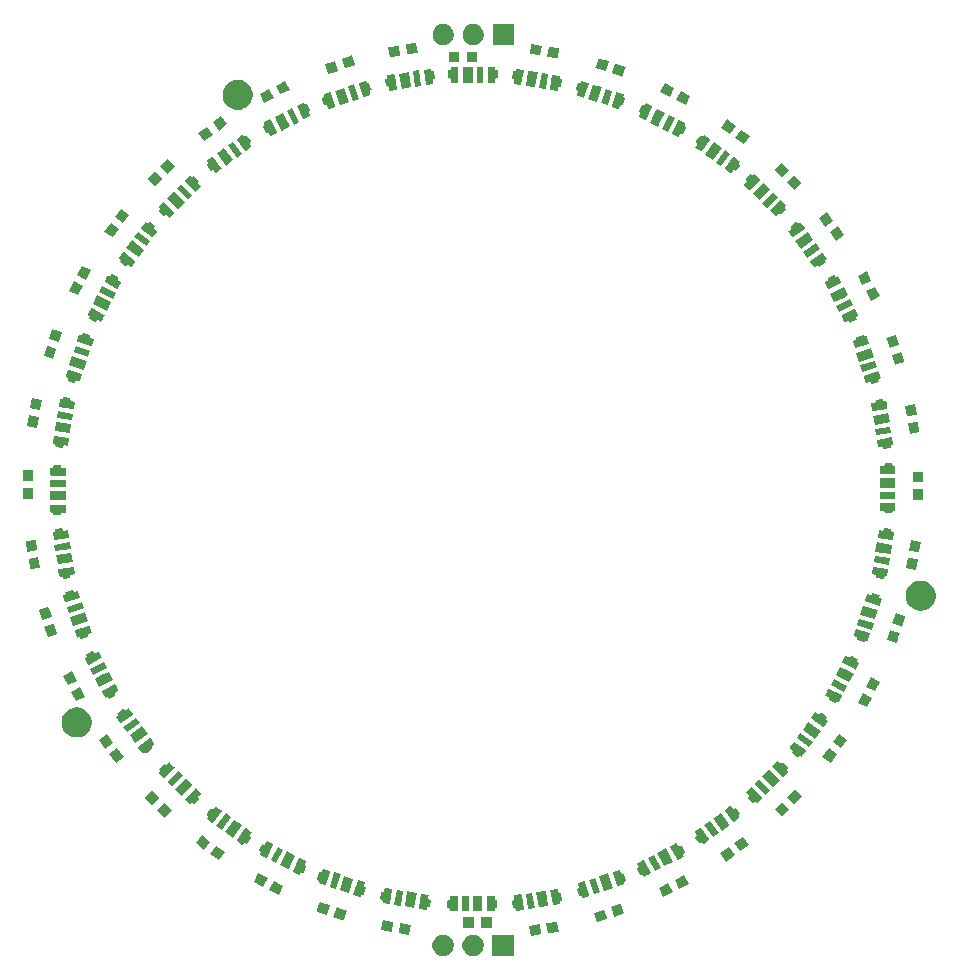
<source format=gbr>
G04 #@! TF.GenerationSoftware,KiCad,Pcbnew,(5.1.5)-3*
G04 #@! TF.CreationDate,2020-06-24T07:37:59+02:00*
G04 #@! TF.ProjectId,Ring80,52696e67-3830-42e6-9b69-6361645f7063,V0.1*
G04 #@! TF.SameCoordinates,Original*
G04 #@! TF.FileFunction,Soldermask,Top*
G04 #@! TF.FilePolarity,Negative*
%FSLAX46Y46*%
G04 Gerber Fmt 4.6, Leading zero omitted, Abs format (unit mm)*
G04 Created by KiCad (PCBNEW (5.1.5)-3) date 2020-06-24 07:37:59*
%MOMM*%
%LPD*%
G04 APERTURE LIST*
%ADD10C,0.100000*%
G04 APERTURE END LIST*
D10*
G36*
X97789000Y-166973000D02*
G01*
X95987000Y-166973000D01*
X95987000Y-165171000D01*
X97789000Y-165171000D01*
X97789000Y-166973000D01*
G37*
G36*
X94461512Y-165175927D02*
G01*
X94610812Y-165205624D01*
X94774784Y-165273544D01*
X94922354Y-165372147D01*
X95047853Y-165497646D01*
X95146456Y-165645216D01*
X95214376Y-165809188D01*
X95249000Y-165983259D01*
X95249000Y-166160741D01*
X95214376Y-166334812D01*
X95146456Y-166498784D01*
X95047853Y-166646354D01*
X94922354Y-166771853D01*
X94774784Y-166870456D01*
X94610812Y-166938376D01*
X94461512Y-166968073D01*
X94436742Y-166973000D01*
X94259258Y-166973000D01*
X94234488Y-166968073D01*
X94085188Y-166938376D01*
X93921216Y-166870456D01*
X93773646Y-166771853D01*
X93648147Y-166646354D01*
X93549544Y-166498784D01*
X93481624Y-166334812D01*
X93447000Y-166160741D01*
X93447000Y-165983259D01*
X93481624Y-165809188D01*
X93549544Y-165645216D01*
X93648147Y-165497646D01*
X93773646Y-165372147D01*
X93921216Y-165273544D01*
X94085188Y-165205624D01*
X94234488Y-165175927D01*
X94259258Y-165171000D01*
X94436742Y-165171000D01*
X94461512Y-165175927D01*
G37*
G36*
X91921512Y-165175927D02*
G01*
X92070812Y-165205624D01*
X92234784Y-165273544D01*
X92382354Y-165372147D01*
X92507853Y-165497646D01*
X92606456Y-165645216D01*
X92674376Y-165809188D01*
X92709000Y-165983259D01*
X92709000Y-166160741D01*
X92674376Y-166334812D01*
X92606456Y-166498784D01*
X92507853Y-166646354D01*
X92382354Y-166771853D01*
X92234784Y-166870456D01*
X92070812Y-166938376D01*
X91921512Y-166968073D01*
X91896742Y-166973000D01*
X91719258Y-166973000D01*
X91694488Y-166968073D01*
X91545188Y-166938376D01*
X91381216Y-166870456D01*
X91233646Y-166771853D01*
X91108147Y-166646354D01*
X91009544Y-166498784D01*
X90941624Y-166334812D01*
X90907000Y-166160741D01*
X90907000Y-165983259D01*
X90941624Y-165809188D01*
X91009544Y-165645216D01*
X91108147Y-165497646D01*
X91233646Y-165372147D01*
X91381216Y-165273544D01*
X91545188Y-165205624D01*
X91694488Y-165175927D01*
X91719258Y-165171000D01*
X91896742Y-165171000D01*
X91921512Y-165175927D01*
G37*
G36*
X100101323Y-165137529D02*
G01*
X99210428Y-165278633D01*
X99077145Y-164437123D01*
X99968040Y-164296019D01*
X100101323Y-165137529D01*
G37*
G36*
X89062855Y-164307123D02*
G01*
X88929572Y-165148633D01*
X88038677Y-165007529D01*
X88171960Y-164166019D01*
X89062855Y-164307123D01*
G37*
G36*
X101582855Y-164902877D02*
G01*
X100691960Y-165043981D01*
X100558677Y-164202471D01*
X101449572Y-164061367D01*
X101582855Y-164902877D01*
G37*
G36*
X87581323Y-164072471D02*
G01*
X87448040Y-164913981D01*
X86557145Y-164772877D01*
X86690428Y-163931367D01*
X87581323Y-164072471D01*
G37*
G36*
X95921000Y-164556000D02*
G01*
X95019000Y-164556000D01*
X95019000Y-163704000D01*
X95921000Y-163704000D01*
X95921000Y-164556000D01*
G37*
G36*
X94421000Y-164556000D02*
G01*
X93519000Y-164556000D01*
X93519000Y-163704000D01*
X94421000Y-163704000D01*
X94421000Y-164556000D01*
G37*
G36*
X105608495Y-163482754D02*
G01*
X105680383Y-163704000D01*
X105717276Y-163817547D01*
X105069800Y-164027924D01*
X104859423Y-164096280D01*
X104859422Y-164096280D01*
X104596140Y-163285979D01*
X105317818Y-163051492D01*
X105453993Y-163007246D01*
X105453994Y-163007246D01*
X105608495Y-163482754D01*
G37*
G36*
X82958671Y-162913348D02*
G01*
X83643860Y-163135979D01*
X83643860Y-163135980D01*
X83633504Y-163167852D01*
X83380578Y-163946280D01*
X83380577Y-163946280D01*
X83170200Y-163877924D01*
X82522724Y-163667547D01*
X82786006Y-162857246D01*
X82786007Y-162857246D01*
X82958671Y-162913348D01*
G37*
G36*
X107143860Y-163354021D02*
G01*
X106496384Y-163564398D01*
X106286007Y-163632754D01*
X106286006Y-163632754D01*
X106084822Y-163013571D01*
X106022724Y-162822454D01*
X106022724Y-162822453D01*
X106733997Y-162591347D01*
X106880577Y-162543720D01*
X106880578Y-162543720D01*
X107143860Y-163354021D01*
G37*
G36*
X81549593Y-162455510D02*
G01*
X82217276Y-162672453D01*
X81953994Y-163482754D01*
X81953993Y-163482754D01*
X81743616Y-163414398D01*
X81096140Y-163204021D01*
X81108089Y-163167247D01*
X81170176Y-162976161D01*
X81359422Y-162393720D01*
X81359423Y-162393720D01*
X81549593Y-162455510D01*
G37*
G36*
X93007999Y-161865737D02*
G01*
X93017608Y-161868652D01*
X93026472Y-161873390D01*
X93034237Y-161879763D01*
X93040610Y-161887528D01*
X93045348Y-161896392D01*
X93048263Y-161906001D01*
X93049852Y-161922140D01*
X93049852Y-163109860D01*
X93048263Y-163125999D01*
X93045348Y-163135608D01*
X93040610Y-163144472D01*
X93034237Y-163152237D01*
X93026472Y-163158610D01*
X93017608Y-163163348D01*
X93007999Y-163166263D01*
X92991860Y-163167852D01*
X92454140Y-163167852D01*
X92438001Y-163166263D01*
X92428392Y-163163348D01*
X92419528Y-163158610D01*
X92411763Y-163152237D01*
X92405390Y-163144472D01*
X92400652Y-163135608D01*
X92397737Y-163125999D01*
X92396148Y-163109860D01*
X92396148Y-163042851D01*
X92393746Y-163018465D01*
X92386633Y-162995016D01*
X92375082Y-162973405D01*
X92359537Y-162954463D01*
X92340595Y-162938918D01*
X92318984Y-162927367D01*
X92295535Y-162920254D01*
X92271149Y-162917852D01*
X92229140Y-162917852D01*
X92213001Y-162916263D01*
X92203392Y-162913348D01*
X92194528Y-162908610D01*
X92186763Y-162902237D01*
X92180390Y-162894472D01*
X92175652Y-162885608D01*
X92172737Y-162875999D01*
X92171148Y-162859860D01*
X92171148Y-162322140D01*
X92172737Y-162306001D01*
X92175652Y-162296392D01*
X92180390Y-162287528D01*
X92186763Y-162279763D01*
X92194528Y-162273390D01*
X92203392Y-162268652D01*
X92213001Y-162265737D01*
X92229140Y-162264148D01*
X92271149Y-162264148D01*
X92295535Y-162261746D01*
X92318984Y-162254633D01*
X92340595Y-162243082D01*
X92359537Y-162227537D01*
X92375082Y-162208595D01*
X92386633Y-162186984D01*
X92393746Y-162163535D01*
X92396148Y-162139149D01*
X92396148Y-161922140D01*
X92397737Y-161906001D01*
X92400652Y-161896392D01*
X92405390Y-161887528D01*
X92411763Y-161879763D01*
X92419528Y-161873390D01*
X92428392Y-161868652D01*
X92438001Y-161865737D01*
X92454140Y-161864148D01*
X92991860Y-161864148D01*
X93007999Y-161865737D01*
G37*
G36*
X96132999Y-161865737D02*
G01*
X96142608Y-161868652D01*
X96151472Y-161873390D01*
X96159237Y-161879763D01*
X96165610Y-161887528D01*
X96170348Y-161896392D01*
X96173263Y-161906001D01*
X96174852Y-161922140D01*
X96174852Y-162139149D01*
X96177254Y-162163535D01*
X96184367Y-162186984D01*
X96195918Y-162208595D01*
X96211463Y-162227537D01*
X96230405Y-162243082D01*
X96252016Y-162254633D01*
X96275465Y-162261746D01*
X96299851Y-162264148D01*
X96341860Y-162264148D01*
X96357999Y-162265737D01*
X96367608Y-162268652D01*
X96376472Y-162273390D01*
X96384237Y-162279763D01*
X96390610Y-162287528D01*
X96395348Y-162296392D01*
X96398263Y-162306001D01*
X96399852Y-162322140D01*
X96399852Y-162859860D01*
X96398263Y-162875999D01*
X96395348Y-162885608D01*
X96390610Y-162894472D01*
X96384237Y-162902237D01*
X96376472Y-162908610D01*
X96367608Y-162913348D01*
X96357999Y-162916263D01*
X96341860Y-162917852D01*
X96299851Y-162917852D01*
X96275465Y-162920254D01*
X96252016Y-162927367D01*
X96230405Y-162938918D01*
X96211463Y-162954463D01*
X96195918Y-162973405D01*
X96184367Y-162995016D01*
X96177254Y-163018465D01*
X96174852Y-163042851D01*
X96174852Y-163109860D01*
X96173263Y-163125999D01*
X96170348Y-163135608D01*
X96165610Y-163144472D01*
X96159237Y-163152237D01*
X96151472Y-163158610D01*
X96142608Y-163163348D01*
X96132999Y-163166263D01*
X96116860Y-163167852D01*
X95579140Y-163167852D01*
X95563001Y-163166263D01*
X95553392Y-163163348D01*
X95544528Y-163158610D01*
X95536763Y-163152237D01*
X95530390Y-163144472D01*
X95525652Y-163135608D01*
X95522737Y-163125999D01*
X95521148Y-163109860D01*
X95521148Y-161922140D01*
X95522737Y-161906001D01*
X95525652Y-161896392D01*
X95530390Y-161887528D01*
X95536763Y-161879763D01*
X95544528Y-161873390D01*
X95553392Y-161868652D01*
X95563001Y-161865737D01*
X95579140Y-161864148D01*
X96116860Y-161864148D01*
X96132999Y-161865737D01*
G37*
G36*
X95124000Y-163167000D02*
G01*
X94322000Y-163167000D01*
X94322000Y-161865000D01*
X95124000Y-161865000D01*
X95124000Y-163167000D01*
G37*
G36*
X93974000Y-163167000D02*
G01*
X93422000Y-163167000D01*
X93422000Y-161865000D01*
X93974000Y-161865000D01*
X93974000Y-163167000D01*
G37*
G36*
X98406717Y-161757060D02*
G01*
X98406720Y-161757061D01*
X98416212Y-161760352D01*
X98416213Y-161760353D01*
X98416214Y-161760353D01*
X98424878Y-161765431D01*
X98424879Y-161765432D01*
X98432389Y-161772106D01*
X98438452Y-161780116D01*
X98441580Y-161786563D01*
X98442838Y-161789158D01*
X98446931Y-161804843D01*
X98632732Y-162977942D01*
X98633686Y-162994130D01*
X98632310Y-163004081D01*
X98629019Y-163013571D01*
X98629018Y-163013573D01*
X98623938Y-163022240D01*
X98617264Y-163029750D01*
X98617261Y-163029753D01*
X98609257Y-163035812D01*
X98600216Y-163040197D01*
X98594998Y-163041559D01*
X98590495Y-163042734D01*
X98590493Y-163042734D01*
X98584520Y-163044293D01*
X98053424Y-163128410D01*
X98037237Y-163129364D01*
X98027289Y-163127988D01*
X98027286Y-163127987D01*
X98017794Y-163124696D01*
X98017792Y-163124695D01*
X98009128Y-163119617D01*
X98001617Y-163112942D01*
X97995554Y-163104932D01*
X97991169Y-163095893D01*
X97988633Y-163086173D01*
X97988632Y-163086169D01*
X97987074Y-163080197D01*
X97976592Y-163014020D01*
X97970405Y-162990309D01*
X97959711Y-162968262D01*
X97944921Y-162948724D01*
X97926604Y-162932447D01*
X97905464Y-162920057D01*
X97882312Y-162912029D01*
X97858039Y-162908671D01*
X97833578Y-162910114D01*
X97792087Y-162916686D01*
X97775899Y-162917640D01*
X97765948Y-162916264D01*
X97756458Y-162912973D01*
X97747789Y-162907892D01*
X97740278Y-162901218D01*
X97734216Y-162893210D01*
X97729830Y-162884167D01*
X97725737Y-162868481D01*
X97641618Y-162337380D01*
X97640664Y-162321192D01*
X97642040Y-162311241D01*
X97645331Y-162301751D01*
X97646981Y-162298936D01*
X97650412Y-162293082D01*
X97657085Y-162285572D01*
X97657258Y-162285441D01*
X97665093Y-162279510D01*
X97674138Y-162275123D01*
X97689823Y-162271030D01*
X97731316Y-162264458D01*
X97755026Y-162258271D01*
X97777074Y-162247577D01*
X97796611Y-162232788D01*
X97812888Y-162214471D01*
X97825279Y-162193330D01*
X97833307Y-162170179D01*
X97836665Y-162145906D01*
X97835222Y-162121444D01*
X97801274Y-161907106D01*
X97800320Y-161890918D01*
X97801696Y-161880967D01*
X97804987Y-161871477D01*
X97804988Y-161871475D01*
X97810068Y-161862808D01*
X97816741Y-161855298D01*
X97818839Y-161853710D01*
X97824749Y-161849236D01*
X97833790Y-161844851D01*
X97839008Y-161843489D01*
X97843511Y-161842314D01*
X97843513Y-161842314D01*
X97849486Y-161840755D01*
X98380582Y-161756638D01*
X98396769Y-161755684D01*
X98406717Y-161757060D01*
G37*
G36*
X90017954Y-161678766D02*
G01*
X90549050Y-161762883D01*
X90555023Y-161764442D01*
X90555025Y-161764442D01*
X90564745Y-161766978D01*
X90572836Y-161770903D01*
X90573784Y-161771363D01*
X90581794Y-161777426D01*
X90588469Y-161784937D01*
X90593547Y-161793601D01*
X90596840Y-161803098D01*
X90598216Y-161813046D01*
X90597262Y-161829234D01*
X90563314Y-162043572D01*
X90561871Y-162068034D01*
X90565229Y-162092307D01*
X90573257Y-162115458D01*
X90585648Y-162136599D01*
X90601925Y-162154916D01*
X90621462Y-162169705D01*
X90643510Y-162180399D01*
X90667220Y-162186586D01*
X90708713Y-162193158D01*
X90724399Y-162197251D01*
X90733442Y-162201637D01*
X90741450Y-162207699D01*
X90748124Y-162215210D01*
X90753205Y-162223879D01*
X90756496Y-162233369D01*
X90757872Y-162243320D01*
X90756918Y-162259508D01*
X90672799Y-162790609D01*
X90668706Y-162806294D01*
X90664319Y-162815339D01*
X90658934Y-162822453D01*
X90658257Y-162823347D01*
X90650747Y-162830020D01*
X90642080Y-162835100D01*
X90642078Y-162835101D01*
X90632588Y-162838392D01*
X90622637Y-162839768D01*
X90606449Y-162838814D01*
X90564958Y-162832242D01*
X90540497Y-162830799D01*
X90516224Y-162834157D01*
X90493072Y-162842185D01*
X90471931Y-162854576D01*
X90453614Y-162870853D01*
X90438825Y-162890390D01*
X90428131Y-162912438D01*
X90421944Y-162936148D01*
X90411462Y-163002325D01*
X90409904Y-163008297D01*
X90409903Y-163008301D01*
X90407367Y-163018021D01*
X90405320Y-163022240D01*
X90402982Y-163027060D01*
X90396919Y-163035070D01*
X90389408Y-163041745D01*
X90385060Y-163044293D01*
X90380742Y-163046824D01*
X90371250Y-163050115D01*
X90361295Y-163051492D01*
X90345112Y-163050538D01*
X89814016Y-162966421D01*
X89808043Y-162964862D01*
X89808041Y-162964862D01*
X89798321Y-162962326D01*
X89789282Y-162957941D01*
X89781272Y-162951878D01*
X89774598Y-162944368D01*
X89771404Y-162938918D01*
X89769519Y-162935703D01*
X89766629Y-162927367D01*
X89766227Y-162926209D01*
X89766226Y-162926206D01*
X89764850Y-162916258D01*
X89765804Y-162900070D01*
X89951605Y-161726971D01*
X89955698Y-161711286D01*
X89960085Y-161702241D01*
X89966144Y-161694237D01*
X89966147Y-161694234D01*
X89973657Y-161687560D01*
X89982324Y-161682480D01*
X89982325Y-161682480D01*
X89982326Y-161682479D01*
X89991816Y-161679188D01*
X90001767Y-161677812D01*
X90017954Y-161678766D01*
G37*
G36*
X99554441Y-162889809D02*
G01*
X99009237Y-162976161D01*
X98805559Y-161690191D01*
X99350763Y-161603839D01*
X99554441Y-162889809D01*
G37*
G36*
X89568285Y-161608408D02*
G01*
X89365322Y-162889867D01*
X89364607Y-162894378D01*
X89364607Y-162894379D01*
X88572481Y-162768918D01*
X88776159Y-161482947D01*
X89568285Y-161608408D01*
G37*
G36*
X100690282Y-162709910D02*
G01*
X99898156Y-162835371D01*
X99694478Y-161549400D01*
X100486604Y-161423939D01*
X100690282Y-162709910D01*
G37*
G36*
X88432444Y-161428509D02*
G01*
X88228766Y-162714479D01*
X87683562Y-162628127D01*
X87887240Y-161342157D01*
X88432444Y-161428509D01*
G37*
G36*
X101493244Y-161268202D02*
G01*
X101493247Y-161268203D01*
X101502739Y-161271494D01*
X101502740Y-161271495D01*
X101502741Y-161271495D01*
X101511405Y-161276573D01*
X101511406Y-161276574D01*
X101518916Y-161283248D01*
X101524979Y-161291258D01*
X101529364Y-161300297D01*
X101531900Y-161310017D01*
X101533459Y-161315992D01*
X101567406Y-161530323D01*
X101573593Y-161554033D01*
X101584287Y-161576081D01*
X101599076Y-161595618D01*
X101617393Y-161611895D01*
X101638534Y-161624286D01*
X101661686Y-161632314D01*
X101685959Y-161635672D01*
X101710420Y-161634229D01*
X101751911Y-161627657D01*
X101768099Y-161626703D01*
X101778050Y-161628079D01*
X101787540Y-161631370D01*
X101796209Y-161636451D01*
X101803720Y-161643125D01*
X101809782Y-161651133D01*
X101814168Y-161660176D01*
X101818261Y-161675862D01*
X101902380Y-162206964D01*
X101903334Y-162223152D01*
X101901958Y-162233103D01*
X101898667Y-162242593D01*
X101898666Y-162242595D01*
X101893586Y-162251262D01*
X101886913Y-162258772D01*
X101886909Y-162258775D01*
X101878905Y-162264834D01*
X101869864Y-162269219D01*
X101864646Y-162270581D01*
X101860143Y-162271756D01*
X101860141Y-162271756D01*
X101854168Y-162273315D01*
X101812682Y-162279886D01*
X101788972Y-162286073D01*
X101766924Y-162296767D01*
X101747387Y-162311556D01*
X101731110Y-162329873D01*
X101718719Y-162351014D01*
X101710691Y-162374166D01*
X101707333Y-162398439D01*
X101708776Y-162422900D01*
X101719259Y-162489084D01*
X101720213Y-162505272D01*
X101718837Y-162515223D01*
X101715546Y-162524713D01*
X101715545Y-162524715D01*
X101710465Y-162533382D01*
X101706180Y-162538205D01*
X101703791Y-162540893D01*
X101695783Y-162546955D01*
X101686743Y-162551339D01*
X101677022Y-162553876D01*
X101677020Y-162553876D01*
X101671047Y-162555435D01*
X101139951Y-162639552D01*
X101123764Y-162640506D01*
X101113816Y-162639130D01*
X101113813Y-162639129D01*
X101104321Y-162635838D01*
X101104319Y-162635837D01*
X101095655Y-162630759D01*
X101088144Y-162624084D01*
X101082081Y-162616074D01*
X101077695Y-162607032D01*
X101073602Y-162591347D01*
X100887801Y-161418248D01*
X100886847Y-161402060D01*
X100888223Y-161392109D01*
X100891514Y-161382619D01*
X100891515Y-161382617D01*
X100896595Y-161373950D01*
X100903269Y-161366440D01*
X100903272Y-161366437D01*
X100911276Y-161360378D01*
X100920317Y-161355993D01*
X100925535Y-161354631D01*
X100930038Y-161353456D01*
X100930040Y-161353456D01*
X100936013Y-161351897D01*
X101467109Y-161267780D01*
X101483296Y-161266826D01*
X101493244Y-161268202D01*
G37*
G36*
X86931427Y-161189908D02*
G01*
X87462523Y-161274025D01*
X87468496Y-161275584D01*
X87468498Y-161275584D01*
X87478218Y-161278120D01*
X87486878Y-161282321D01*
X87487257Y-161282505D01*
X87495267Y-161288568D01*
X87501942Y-161296079D01*
X87504414Y-161300297D01*
X87507021Y-161304745D01*
X87509402Y-161311612D01*
X87510313Y-161314240D01*
X87511689Y-161324188D01*
X87510735Y-161340376D01*
X87324934Y-162513475D01*
X87320841Y-162529160D01*
X87316454Y-162538205D01*
X87310395Y-162546209D01*
X87310392Y-162546212D01*
X87302882Y-162552886D01*
X87294215Y-162557966D01*
X87294213Y-162557967D01*
X87284723Y-162561258D01*
X87274772Y-162562634D01*
X87258585Y-162561680D01*
X86727489Y-162477563D01*
X86721516Y-162476004D01*
X86721514Y-162476004D01*
X86711794Y-162473468D01*
X86702755Y-162469083D01*
X86694745Y-162463020D01*
X86688071Y-162455510D01*
X86682991Y-162446843D01*
X86679700Y-162437351D01*
X86679699Y-162437348D01*
X86678323Y-162427400D01*
X86679277Y-162411212D01*
X86689760Y-162345028D01*
X86691203Y-162320567D01*
X86687845Y-162296294D01*
X86679817Y-162273142D01*
X86667426Y-162252001D01*
X86651149Y-162233684D01*
X86631612Y-162218895D01*
X86609564Y-162208201D01*
X86585854Y-162202014D01*
X86544368Y-162195443D01*
X86528673Y-162191348D01*
X86519630Y-162186962D01*
X86511626Y-162180902D01*
X86504949Y-162173389D01*
X86499870Y-162164723D01*
X86496580Y-162155235D01*
X86496579Y-162155232D01*
X86495799Y-162149588D01*
X86495202Y-162145276D01*
X86496156Y-162129092D01*
X86580275Y-161597990D01*
X86584368Y-161582305D01*
X86588755Y-161573260D01*
X86594814Y-161565256D01*
X86594817Y-161565252D01*
X86602327Y-161558579D01*
X86610994Y-161553499D01*
X86610995Y-161553499D01*
X86610996Y-161553498D01*
X86620486Y-161550207D01*
X86630437Y-161548831D01*
X86646625Y-161549785D01*
X86688116Y-161556357D01*
X86712577Y-161557800D01*
X86736850Y-161554442D01*
X86760002Y-161546414D01*
X86781143Y-161534023D01*
X86799460Y-161517746D01*
X86814249Y-161498209D01*
X86824943Y-161476161D01*
X86831130Y-161452451D01*
X86865077Y-161238120D01*
X86866636Y-161232145D01*
X86869172Y-161222425D01*
X86873557Y-161213386D01*
X86879620Y-161205376D01*
X86887130Y-161198702D01*
X86887131Y-161198701D01*
X86895795Y-161193623D01*
X86895796Y-161193623D01*
X86895797Y-161193622D01*
X86905289Y-161190331D01*
X86905292Y-161190330D01*
X86915240Y-161188954D01*
X86931427Y-161189908D01*
G37*
G36*
X103792757Y-160636354D02*
G01*
X103792759Y-160636355D01*
X103792760Y-160636355D01*
X103802116Y-160640017D01*
X103802117Y-160640018D01*
X103802118Y-160640018D01*
X103810574Y-160645431D01*
X103810577Y-160645433D01*
X103817818Y-160652396D01*
X103817819Y-160652397D01*
X103823564Y-160660639D01*
X103830061Y-160675494D01*
X104197086Y-161805079D01*
X104198408Y-161811105D01*
X104198410Y-161811110D01*
X104200563Y-161820923D01*
X104200563Y-161820924D01*
X104200760Y-161830967D01*
X104198994Y-161840856D01*
X104195332Y-161850212D01*
X104189916Y-161858674D01*
X104182951Y-161865917D01*
X104174715Y-161871657D01*
X104174712Y-161871658D01*
X104174711Y-161871659D01*
X104165507Y-161875685D01*
X104165505Y-161875686D01*
X104159855Y-161878157D01*
X103648457Y-162044321D01*
X103642431Y-162045643D01*
X103642426Y-162045645D01*
X103632613Y-162047798D01*
X103622569Y-162047995D01*
X103612683Y-162046230D01*
X103611188Y-162045645D01*
X103603324Y-162042567D01*
X103594863Y-162037151D01*
X103587622Y-162030188D01*
X103581877Y-162021946D01*
X103581876Y-162021945D01*
X103575379Y-162007090D01*
X103554671Y-161943359D01*
X103544851Y-161920908D01*
X103530840Y-161900805D01*
X103513176Y-161883822D01*
X103492538Y-161870611D01*
X103469719Y-161861680D01*
X103445597Y-161857372D01*
X103421097Y-161857854D01*
X103397163Y-161863105D01*
X103357215Y-161876085D01*
X103351189Y-161877407D01*
X103351184Y-161877409D01*
X103341372Y-161879562D01*
X103331327Y-161879759D01*
X103321438Y-161877993D01*
X103319946Y-161877409D01*
X103312080Y-161874331D01*
X103303626Y-161868919D01*
X103303624Y-161868917D01*
X103303621Y-161868915D01*
X103296380Y-161861952D01*
X103294094Y-161858673D01*
X103290634Y-161853709D01*
X103284137Y-161838854D01*
X103117973Y-161327456D01*
X103116651Y-161321430D01*
X103116649Y-161321425D01*
X103114496Y-161311612D01*
X103114299Y-161301568D01*
X103115279Y-161296078D01*
X103116064Y-161291682D01*
X103119728Y-161282321D01*
X103125141Y-161273865D01*
X103125143Y-161273862D01*
X103132106Y-161266621D01*
X103140348Y-161260876D01*
X103140349Y-161260875D01*
X103155204Y-161254378D01*
X103195158Y-161241396D01*
X103217608Y-161231576D01*
X103237711Y-161217565D01*
X103254695Y-161199901D01*
X103267906Y-161179263D01*
X103276837Y-161156445D01*
X103281145Y-161132322D01*
X103280664Y-161107823D01*
X103275412Y-161083888D01*
X103208354Y-160877505D01*
X103207032Y-160871479D01*
X103207030Y-160871474D01*
X103204877Y-160861661D01*
X103204680Y-160851617D01*
X103206446Y-160841728D01*
X103210108Y-160832372D01*
X103215524Y-160823911D01*
X103222487Y-160816670D01*
X103228512Y-160812470D01*
X103230730Y-160810924D01*
X103245585Y-160804427D01*
X103756983Y-160638263D01*
X103763009Y-160636941D01*
X103763014Y-160636939D01*
X103772827Y-160634786D01*
X103782871Y-160634589D01*
X103792757Y-160636354D01*
G37*
G36*
X111256989Y-161565312D02*
G01*
X110453301Y-161974812D01*
X110066501Y-161215674D01*
X110870189Y-160806174D01*
X111256989Y-161565312D01*
G37*
G36*
X84636478Y-160547019D02*
G01*
X84646291Y-160549172D01*
X84646296Y-160549174D01*
X84652322Y-160550496D01*
X85163720Y-160716660D01*
X85178575Y-160723157D01*
X85178576Y-160723158D01*
X85186818Y-160728903D01*
X85193781Y-160736144D01*
X85193783Y-160736147D01*
X85199196Y-160744603D01*
X85202860Y-160753964D01*
X85204625Y-160763850D01*
X85204428Y-160773894D01*
X85202275Y-160783707D01*
X85202273Y-160783712D01*
X85200951Y-160789738D01*
X85133893Y-160996121D01*
X85128641Y-161020056D01*
X85128160Y-161044555D01*
X85132468Y-161068678D01*
X85141399Y-161091496D01*
X85154610Y-161112134D01*
X85171594Y-161129798D01*
X85191697Y-161143809D01*
X85214147Y-161153629D01*
X85254101Y-161166611D01*
X85259751Y-161169082D01*
X85259753Y-161169083D01*
X85268957Y-161173109D01*
X85268958Y-161173110D01*
X85268961Y-161173111D01*
X85277197Y-161178851D01*
X85284162Y-161186094D01*
X85285993Y-161188955D01*
X85289578Y-161194556D01*
X85293240Y-161203912D01*
X85295006Y-161213801D01*
X85294809Y-161223845D01*
X85292656Y-161233658D01*
X85292654Y-161233663D01*
X85291332Y-161239689D01*
X85125168Y-161751087D01*
X85118671Y-161765942D01*
X85115213Y-161770903D01*
X85112925Y-161774185D01*
X85105684Y-161781148D01*
X85105681Y-161781150D01*
X85099767Y-161784936D01*
X85097223Y-161786564D01*
X85089359Y-161789642D01*
X85087864Y-161790227D01*
X85077978Y-161791992D01*
X85067934Y-161791795D01*
X85058121Y-161789642D01*
X85058116Y-161789640D01*
X85052090Y-161788318D01*
X85012142Y-161775338D01*
X84988208Y-161770087D01*
X84963708Y-161769605D01*
X84939586Y-161773913D01*
X84916767Y-161782844D01*
X84896129Y-161796055D01*
X84878465Y-161813038D01*
X84864454Y-161833141D01*
X84854634Y-161855592D01*
X84833926Y-161919323D01*
X84827429Y-161934178D01*
X84827428Y-161934179D01*
X84821683Y-161942421D01*
X84814442Y-161949384D01*
X84814439Y-161949386D01*
X84814437Y-161949388D01*
X84805983Y-161954800D01*
X84798117Y-161957878D01*
X84796625Y-161958462D01*
X84786736Y-161960228D01*
X84776691Y-161960031D01*
X84766879Y-161957878D01*
X84766874Y-161957876D01*
X84760848Y-161956554D01*
X84249450Y-161790390D01*
X84234595Y-161783893D01*
X84226353Y-161778148D01*
X84223651Y-161775338D01*
X84219389Y-161770906D01*
X84216875Y-161766979D01*
X84213974Y-161762447D01*
X84211559Y-161756276D01*
X84210311Y-161753089D01*
X84208545Y-161743200D01*
X84208742Y-161733156D01*
X84210895Y-161723343D01*
X84210897Y-161723338D01*
X84212219Y-161717312D01*
X84579244Y-160587727D01*
X84583831Y-160577241D01*
X84585742Y-160572871D01*
X84585743Y-160572870D01*
X84585744Y-160572867D01*
X84591484Y-160564631D01*
X84598727Y-160557666D01*
X84607189Y-160552250D01*
X84616545Y-160548588D01*
X84626434Y-160546822D01*
X84636478Y-160547019D01*
G37*
G36*
X78285244Y-161065181D02*
G01*
X77898444Y-161824319D01*
X77094756Y-161414819D01*
X77481556Y-160655681D01*
X78285244Y-161065181D01*
G37*
G36*
X105093662Y-161573849D02*
G01*
X104568678Y-161744426D01*
X104166338Y-160506151D01*
X104691322Y-160335574D01*
X105093662Y-161573849D01*
G37*
G36*
X84219190Y-160410659D02*
G01*
X83816850Y-161648935D01*
X83054102Y-161401103D01*
X83456442Y-160162827D01*
X84219190Y-160410659D01*
G37*
G36*
X106187377Y-161218480D02*
G01*
X105424629Y-161466312D01*
X105022289Y-160228036D01*
X105785037Y-159980204D01*
X106187377Y-161218480D01*
G37*
G36*
X112593499Y-160884326D02*
G01*
X111789811Y-161293826D01*
X111403011Y-160534688D01*
X112206699Y-160125188D01*
X112593499Y-160884326D01*
G37*
G36*
X83125475Y-160055290D02*
G01*
X82723135Y-161293565D01*
X82198151Y-161122988D01*
X82600491Y-159884713D01*
X83125475Y-160055290D01*
G37*
G36*
X76948734Y-160384195D02*
G01*
X76561934Y-161143333D01*
X75758246Y-160733833D01*
X76145046Y-159974695D01*
X76948734Y-160384195D01*
G37*
G36*
X106764809Y-159670676D02*
G01*
X106764811Y-159670677D01*
X106764812Y-159670677D01*
X106774168Y-159674339D01*
X106782629Y-159679755D01*
X106789870Y-159686718D01*
X106789871Y-159686719D01*
X106795616Y-159694961D01*
X106802113Y-159709816D01*
X106869173Y-159916205D01*
X106878993Y-159938655D01*
X106893004Y-159958758D01*
X106910668Y-159975742D01*
X106931306Y-159988953D01*
X106954124Y-159997884D01*
X106978247Y-160002192D01*
X107002746Y-160001711D01*
X107026681Y-159996459D01*
X107066630Y-159983479D01*
X107072656Y-159982157D01*
X107072661Y-159982155D01*
X107082474Y-159980002D01*
X107092518Y-159979805D01*
X107092519Y-159979805D01*
X107102407Y-159981571D01*
X107111763Y-159985233D01*
X107120225Y-159990649D01*
X107127468Y-159997614D01*
X107133208Y-160005850D01*
X107139708Y-160020710D01*
X107305871Y-160532108D01*
X107307193Y-160538134D01*
X107307195Y-160538139D01*
X107309100Y-160546822D01*
X107309348Y-160547953D01*
X107309545Y-160557997D01*
X107307780Y-160567883D01*
X107304117Y-160577242D01*
X107301023Y-160582075D01*
X107298701Y-160585702D01*
X107291738Y-160592944D01*
X107291735Y-160592946D01*
X107291734Y-160592947D01*
X107283498Y-160598688D01*
X107268640Y-160605186D01*
X107228686Y-160618168D01*
X107206236Y-160627988D01*
X107186133Y-160641999D01*
X107169149Y-160659663D01*
X107155938Y-160680301D01*
X107147007Y-160703119D01*
X107142699Y-160727242D01*
X107143180Y-160751741D01*
X107148432Y-160775677D01*
X107169139Y-160839405D01*
X107172615Y-160855246D01*
X107172812Y-160865289D01*
X107171046Y-160875178D01*
X107167384Y-160884536D01*
X107161972Y-160892990D01*
X107161970Y-160892992D01*
X107161968Y-160892995D01*
X107155005Y-160900236D01*
X107155002Y-160900239D01*
X107148824Y-160904545D01*
X107146764Y-160905981D01*
X107137559Y-160910007D01*
X107131903Y-160912481D01*
X106620509Y-161078643D01*
X106614483Y-161079965D01*
X106614478Y-161079967D01*
X106604665Y-161082120D01*
X106594621Y-161082317D01*
X106584735Y-161080552D01*
X106583240Y-161079967D01*
X106575376Y-161076889D01*
X106566915Y-161071473D01*
X106559674Y-161064510D01*
X106553929Y-161056268D01*
X106553928Y-161056267D01*
X106547431Y-161041412D01*
X106180406Y-159911827D01*
X106179084Y-159905801D01*
X106179082Y-159905796D01*
X106176929Y-159895983D01*
X106176732Y-159885939D01*
X106178498Y-159876050D01*
X106182160Y-159866694D01*
X106187576Y-159858232D01*
X106194541Y-159850989D01*
X106202777Y-159845249D01*
X106202780Y-159845248D01*
X106202781Y-159845247D01*
X106211985Y-159841221D01*
X106211987Y-159841220D01*
X106217637Y-159838749D01*
X106729035Y-159672585D01*
X106735061Y-159671263D01*
X106735066Y-159671261D01*
X106744879Y-159669108D01*
X106754923Y-159668911D01*
X106764809Y-159670676D01*
G37*
G36*
X81664426Y-159581341D02*
G01*
X81674239Y-159583494D01*
X81674244Y-159583496D01*
X81680270Y-159584818D01*
X82191668Y-159750982D01*
X82206523Y-159757479D01*
X82206524Y-159757480D01*
X82214766Y-159763225D01*
X82221729Y-159770466D01*
X82221731Y-159770469D01*
X82227144Y-159778925D01*
X82230808Y-159788286D01*
X82232322Y-159796765D01*
X82232573Y-159798172D01*
X82232376Y-159808216D01*
X82230223Y-159818029D01*
X82230221Y-159818034D01*
X82228899Y-159824060D01*
X81861874Y-160953645D01*
X81855374Y-160968505D01*
X81849634Y-160976741D01*
X81842391Y-160983706D01*
X81833929Y-160989122D01*
X81824573Y-160992784D01*
X81814684Y-160994550D01*
X81804640Y-160994353D01*
X81794827Y-160992200D01*
X81794822Y-160992198D01*
X81788796Y-160990876D01*
X81277398Y-160824712D01*
X81262543Y-160818215D01*
X81254301Y-160812470D01*
X81252815Y-160810925D01*
X81247337Y-160805228D01*
X81241921Y-160796767D01*
X81238259Y-160787411D01*
X81237598Y-160783707D01*
X81236493Y-160777522D01*
X81236690Y-160767479D01*
X81240166Y-160751638D01*
X81260873Y-160687910D01*
X81266124Y-160663975D01*
X81266606Y-160639476D01*
X81262298Y-160615353D01*
X81253367Y-160592535D01*
X81240156Y-160571897D01*
X81223173Y-160554233D01*
X81203070Y-160540221D01*
X81180619Y-160530401D01*
X81140665Y-160517419D01*
X81135015Y-160514948D01*
X81135013Y-160514947D01*
X81125809Y-160510921D01*
X81125808Y-160510920D01*
X81125805Y-160510919D01*
X81117569Y-160505179D01*
X81110604Y-160497936D01*
X81105188Y-160489474D01*
X81101526Y-160480118D01*
X81099760Y-160470230D01*
X81099957Y-160460186D01*
X81099957Y-160460185D01*
X81102110Y-160450372D01*
X81102112Y-160450367D01*
X81103434Y-160444341D01*
X81269597Y-159932943D01*
X81276095Y-159918085D01*
X81281836Y-159909849D01*
X81281837Y-159909848D01*
X81281839Y-159909845D01*
X81289081Y-159902882D01*
X81289084Y-159902880D01*
X81297541Y-159897466D01*
X81306900Y-159893803D01*
X81316786Y-159892038D01*
X81316787Y-159892038D01*
X81326831Y-159892235D01*
X81336644Y-159894388D01*
X81336649Y-159894390D01*
X81342675Y-159895712D01*
X81382624Y-159908692D01*
X81406559Y-159913944D01*
X81431058Y-159914425D01*
X81455181Y-159910117D01*
X81477999Y-159901186D01*
X81498637Y-159887975D01*
X81516301Y-159870991D01*
X81530312Y-159850888D01*
X81540132Y-159828438D01*
X81607192Y-159622049D01*
X81613692Y-159607189D01*
X81619432Y-159598953D01*
X81626675Y-159591988D01*
X81635137Y-159586572D01*
X81639618Y-159584818D01*
X81644492Y-159582910D01*
X81649437Y-159582027D01*
X81654381Y-159581144D01*
X81654382Y-159581144D01*
X81664426Y-159581341D01*
G37*
G36*
X108790769Y-158817392D02*
G01*
X108800582Y-158819545D01*
X108800584Y-158819546D01*
X108800585Y-158819546D01*
X108809785Y-158823570D01*
X108818027Y-158829315D01*
X108818028Y-158829316D01*
X108824991Y-158836557D01*
X108824993Y-158836560D01*
X108833734Y-158850215D01*
X109372946Y-159908477D01*
X109378859Y-159923584D01*
X109380530Y-159932943D01*
X109380624Y-159933471D01*
X109380427Y-159943515D01*
X109378662Y-159951561D01*
X109378273Y-159953331D01*
X109374246Y-159962536D01*
X109368506Y-159970772D01*
X109361263Y-159977737D01*
X109347604Y-159986480D01*
X108868494Y-160230598D01*
X108853392Y-160236509D01*
X108843503Y-160238275D01*
X108833459Y-160238078D01*
X108823646Y-160235925D01*
X108823644Y-160235924D01*
X108823643Y-160235924D01*
X108814443Y-160231900D01*
X108806201Y-160226155D01*
X108806200Y-160226154D01*
X108799237Y-160218913D01*
X108799235Y-160218910D01*
X108790496Y-160205259D01*
X108760073Y-160145550D01*
X108746862Y-160124913D01*
X108729878Y-160107249D01*
X108709775Y-160093238D01*
X108687325Y-160083418D01*
X108663390Y-160078166D01*
X108638890Y-160077685D01*
X108614768Y-160081993D01*
X108591951Y-160090923D01*
X108554516Y-160109997D01*
X108540912Y-160115321D01*
X108539417Y-160115906D01*
X108529528Y-160117672D01*
X108519484Y-160117475D01*
X108509671Y-160115322D01*
X108509669Y-160115321D01*
X108509668Y-160115321D01*
X108500468Y-160111297D01*
X108497970Y-160109556D01*
X108492225Y-160105552D01*
X108485262Y-160098310D01*
X108485260Y-160098307D01*
X108485258Y-160098305D01*
X108476519Y-160084654D01*
X108232401Y-159605543D01*
X108226490Y-159590439D01*
X108224724Y-159580550D01*
X108224921Y-159570507D01*
X108227075Y-159560690D01*
X108231099Y-159551490D01*
X108236844Y-159543248D01*
X108236845Y-159543247D01*
X108244086Y-159536284D01*
X108252547Y-159530868D01*
X108257744Y-159527541D01*
X108295173Y-159508470D01*
X108315811Y-159495259D01*
X108333475Y-159478276D01*
X108347486Y-159458172D01*
X108357306Y-159435722D01*
X108362558Y-159411787D01*
X108363039Y-159387288D01*
X108358731Y-159363166D01*
X108349800Y-159340347D01*
X108251281Y-159146990D01*
X108245370Y-159131888D01*
X108243604Y-159121999D01*
X108243801Y-159111956D01*
X108243801Y-159111955D01*
X108245954Y-159102142D01*
X108245955Y-159102139D01*
X108249979Y-159092939D01*
X108255724Y-159084697D01*
X108255725Y-159084696D01*
X108262966Y-159077733D01*
X108271427Y-159072317D01*
X108276624Y-159068990D01*
X108755734Y-158824872D01*
X108770836Y-158818961D01*
X108780725Y-158817195D01*
X108790769Y-158817392D01*
G37*
G36*
X79697786Y-158672211D02*
G01*
X79697788Y-158672212D01*
X79697789Y-158672212D01*
X79699281Y-158672796D01*
X79712893Y-158678124D01*
X80192000Y-158922241D01*
X80197197Y-158925568D01*
X80205658Y-158930984D01*
X80212899Y-158937947D01*
X80212900Y-158937948D01*
X80218645Y-158946190D01*
X80222669Y-158955390D01*
X80224823Y-158965207D01*
X80225020Y-158975250D01*
X80223254Y-158985139D01*
X80217343Y-159000241D01*
X80118824Y-159193598D01*
X80109893Y-159216417D01*
X80105585Y-159240539D01*
X80106066Y-159265039D01*
X80111318Y-159288973D01*
X80121138Y-159311424D01*
X80135149Y-159331527D01*
X80152813Y-159348510D01*
X80173451Y-159361721D01*
X80210883Y-159380794D01*
X80224538Y-159389534D01*
X80231780Y-159396498D01*
X80237524Y-159404738D01*
X80241045Y-159412790D01*
X80241550Y-159413944D01*
X80243703Y-159423757D01*
X80243703Y-159423758D01*
X80243900Y-159433802D01*
X80242134Y-159443693D01*
X80236226Y-159458788D01*
X79992105Y-159937905D01*
X79983366Y-159951556D01*
X79983364Y-159951558D01*
X79983362Y-159951561D01*
X79976441Y-159958758D01*
X79976398Y-159958803D01*
X79968156Y-159964548D01*
X79958956Y-159968572D01*
X79958955Y-159968572D01*
X79958953Y-159968573D01*
X79949141Y-159970726D01*
X79939096Y-159970923D01*
X79929207Y-159969157D01*
X79914108Y-159963248D01*
X79876673Y-159944174D01*
X79853854Y-159935244D01*
X79829732Y-159930936D01*
X79805232Y-159931418D01*
X79781298Y-159936669D01*
X79758847Y-159946490D01*
X79738744Y-159960501D01*
X79721761Y-159978165D01*
X79708551Y-159998801D01*
X79678126Y-160058513D01*
X79669388Y-160072164D01*
X79662424Y-160079406D01*
X79654184Y-160085150D01*
X79646132Y-160088671D01*
X79644978Y-160089176D01*
X79635165Y-160091329D01*
X79625121Y-160091526D01*
X79625120Y-160091526D01*
X79615234Y-160089761D01*
X79600127Y-160083848D01*
X79121020Y-159839731D01*
X79107365Y-159830990D01*
X79107362Y-159830988D01*
X79100121Y-159824025D01*
X79100120Y-159824024D01*
X79094375Y-159815782D01*
X79090351Y-159806582D01*
X79088506Y-159798172D01*
X79088197Y-159796766D01*
X79088000Y-159786722D01*
X79089766Y-159776833D01*
X79093428Y-159767477D01*
X79095677Y-159761731D01*
X79634890Y-158703466D01*
X79643633Y-158689807D01*
X79650598Y-158682564D01*
X79658834Y-158676824D01*
X79658837Y-158676823D01*
X79658838Y-158676822D01*
X79668021Y-158672805D01*
X79668039Y-158672797D01*
X79668040Y-158672797D01*
X79668042Y-158672796D01*
X79677855Y-158670643D01*
X79687899Y-158670446D01*
X79687900Y-158670446D01*
X79697786Y-158672211D01*
G37*
G36*
X110222312Y-159539838D02*
G01*
X109730476Y-159790441D01*
X109139380Y-158630350D01*
X109631216Y-158379747D01*
X110222312Y-159539838D01*
G37*
G36*
X79306969Y-158472251D02*
G01*
X78966099Y-159141244D01*
X78723997Y-159616397D01*
X78715872Y-159632342D01*
X78001285Y-159268241D01*
X78428363Y-158430055D01*
X78592381Y-158108151D01*
X78592382Y-158108150D01*
X79306969Y-158472251D01*
G37*
G36*
X110655873Y-157857659D02*
G01*
X110815327Y-158170605D01*
X111246969Y-159017749D01*
X110532382Y-159381850D01*
X110531844Y-159380794D01*
X110325209Y-158975250D01*
X109941285Y-158221759D01*
X110655872Y-157857658D01*
X110655873Y-157857659D01*
G37*
G36*
X78282312Y-157950162D02*
G01*
X77691216Y-159110253D01*
X77199380Y-158859650D01*
X77790476Y-157699559D01*
X78282312Y-157950162D01*
G37*
G36*
X116478500Y-158440389D02*
G01*
X115748767Y-158970571D01*
X115247974Y-158281289D01*
X115977707Y-157751107D01*
X116478500Y-158440389D01*
G37*
G36*
X73312026Y-158161289D02*
G01*
X72811233Y-158850571D01*
X72081500Y-158320389D01*
X72582293Y-157631107D01*
X73312026Y-158161289D01*
G37*
G36*
X111575165Y-157398671D02*
G01*
X111584978Y-157400824D01*
X111584980Y-157400825D01*
X111584981Y-157400825D01*
X111594181Y-157404849D01*
X111602423Y-157410594D01*
X111602424Y-157410595D01*
X111609387Y-157417836D01*
X111609389Y-157417839D01*
X111618128Y-157431490D01*
X111716650Y-157624850D01*
X111729861Y-157645487D01*
X111746845Y-157663151D01*
X111766948Y-157677162D01*
X111789398Y-157686982D01*
X111813333Y-157692234D01*
X111837833Y-157692715D01*
X111861955Y-157688407D01*
X111884773Y-157679476D01*
X111922200Y-157660406D01*
X111937307Y-157654493D01*
X111947193Y-157652728D01*
X111947194Y-157652728D01*
X111957238Y-157652925D01*
X111967051Y-157655078D01*
X111967054Y-157655079D01*
X111967053Y-157655079D01*
X111976257Y-157659104D01*
X111984497Y-157664848D01*
X111991461Y-157672090D01*
X112000201Y-157685745D01*
X112244321Y-158164856D01*
X112250234Y-158179963D01*
X112251999Y-158189849D01*
X112251802Y-158199893D01*
X112249648Y-158209710D01*
X112245621Y-158218915D01*
X112239881Y-158227151D01*
X112232638Y-158234116D01*
X112218983Y-158242857D01*
X112181548Y-158261931D01*
X112160910Y-158275143D01*
X112143247Y-158292126D01*
X112129235Y-158312230D01*
X112119416Y-158334680D01*
X112114164Y-158358615D01*
X112113683Y-158383114D01*
X112117991Y-158407237D01*
X112126922Y-158430055D01*
X112157344Y-158489760D01*
X112159592Y-158495505D01*
X112163254Y-158504860D01*
X112165020Y-158514750D01*
X112164823Y-158524794D01*
X112162670Y-158534607D01*
X112162669Y-158534609D01*
X112158644Y-158543813D01*
X112152903Y-158552049D01*
X112152900Y-158552053D01*
X112145658Y-158559016D01*
X112145655Y-158559018D01*
X112132000Y-158567759D01*
X111652890Y-158811877D01*
X111637788Y-158817788D01*
X111627899Y-158819554D01*
X111617855Y-158819357D01*
X111608042Y-158817204D01*
X111608040Y-158817203D01*
X111608039Y-158817203D01*
X111598839Y-158813179D01*
X111590597Y-158807434D01*
X111590596Y-158807433D01*
X111583633Y-158800192D01*
X111578217Y-158791731D01*
X111574890Y-158786534D01*
X111035678Y-157728272D01*
X111029765Y-157713165D01*
X111028000Y-157703279D01*
X111028197Y-157693235D01*
X111028311Y-157692715D01*
X111030350Y-157683421D01*
X111034376Y-157674217D01*
X111034377Y-157674216D01*
X111034378Y-157674213D01*
X111040118Y-157665977D01*
X111047361Y-157659012D01*
X111061020Y-157650269D01*
X111540130Y-157406151D01*
X111555232Y-157400240D01*
X111565121Y-157398474D01*
X111575165Y-157398671D01*
G37*
G36*
X76913390Y-157253490D02*
G01*
X76928497Y-157259403D01*
X77407604Y-157503520D01*
X77415118Y-157508330D01*
X77421262Y-157512263D01*
X77425566Y-157516402D01*
X77428504Y-157519227D01*
X77434249Y-157527469D01*
X77437661Y-157535270D01*
X77438274Y-157536672D01*
X77440313Y-157545966D01*
X77440427Y-157546486D01*
X77440624Y-157556529D01*
X77438858Y-157566418D01*
X77432947Y-157581520D01*
X76893734Y-158639785D01*
X76884991Y-158653444D01*
X76878026Y-158660687D01*
X76869790Y-158666427D01*
X76869787Y-158666428D01*
X76869786Y-158666429D01*
X76865694Y-158668219D01*
X76860585Y-158670454D01*
X76860584Y-158670454D01*
X76860582Y-158670455D01*
X76850769Y-158672608D01*
X76840725Y-158672805D01*
X76840724Y-158672805D01*
X76830838Y-158671040D01*
X76829824Y-158670643D01*
X76826530Y-158669354D01*
X76815731Y-158665127D01*
X76336624Y-158421010D01*
X76322969Y-158412269D01*
X76322966Y-158412267D01*
X76315725Y-158405304D01*
X76309980Y-158397062D01*
X76309979Y-158397061D01*
X76305955Y-158387861D01*
X76304175Y-158379747D01*
X76303801Y-158378045D01*
X76303604Y-158368001D01*
X76305370Y-158358112D01*
X76309032Y-158348756D01*
X76311279Y-158343014D01*
X76341702Y-158283306D01*
X76350633Y-158260487D01*
X76354941Y-158236365D01*
X76354460Y-158211865D01*
X76349208Y-158187930D01*
X76339388Y-158165480D01*
X76325377Y-158145377D01*
X76307713Y-158128393D01*
X76287076Y-158115182D01*
X76249641Y-158096108D01*
X76235990Y-158087369D01*
X76235987Y-158087367D01*
X76228745Y-158080404D01*
X76223001Y-158072162D01*
X76223000Y-158072161D01*
X76218976Y-158062961D01*
X76216822Y-158053144D01*
X76216625Y-158043101D01*
X76218391Y-158033212D01*
X76224302Y-158018110D01*
X76468421Y-157538999D01*
X76477164Y-157525340D01*
X76484129Y-157518097D01*
X76492365Y-157512357D01*
X76492368Y-157512356D01*
X76492369Y-157512355D01*
X76496461Y-157510565D01*
X76501570Y-157508330D01*
X76501571Y-157508330D01*
X76501573Y-157508329D01*
X76511386Y-157506176D01*
X76521430Y-157505979D01*
X76521431Y-157505979D01*
X76531317Y-157507744D01*
X76546424Y-157513657D01*
X76583851Y-157532727D01*
X76606670Y-157541658D01*
X76630792Y-157545966D01*
X76655291Y-157545485D01*
X76679226Y-157540233D01*
X76701676Y-157530413D01*
X76721780Y-157516402D01*
X76738763Y-157498738D01*
X76751974Y-157478101D01*
X76850498Y-157284738D01*
X76859236Y-157271087D01*
X76866200Y-157263845D01*
X76874440Y-157258101D01*
X76883644Y-157254076D01*
X76883643Y-157254076D01*
X76883646Y-157254075D01*
X76893459Y-157251922D01*
X76903503Y-157251725D01*
X76903504Y-157251725D01*
X76913390Y-157253490D01*
G37*
G36*
X117692026Y-157558711D02*
G01*
X116962293Y-158088893D01*
X116461500Y-157399611D01*
X117191233Y-156869429D01*
X117692026Y-157558711D01*
G37*
G36*
X72098500Y-157279611D02*
G01*
X71597707Y-157968893D01*
X70867974Y-157438711D01*
X71368767Y-156749429D01*
X72098500Y-157279611D01*
G37*
G36*
X75105679Y-156144795D02*
G01*
X75115169Y-156148086D01*
X75115170Y-156148087D01*
X75115171Y-156148087D01*
X75122668Y-156152481D01*
X75129163Y-156156288D01*
X75564183Y-156472348D01*
X75576310Y-156483124D01*
X75582370Y-156491130D01*
X75586757Y-156500175D01*
X75589293Y-156509891D01*
X75589884Y-156519921D01*
X75588508Y-156529872D01*
X75585217Y-156539362D01*
X75577015Y-156553356D01*
X75449462Y-156728917D01*
X75437071Y-156750058D01*
X75429043Y-156773209D01*
X75425685Y-156797482D01*
X75427128Y-156821944D01*
X75433315Y-156845654D01*
X75444009Y-156867702D01*
X75458798Y-156887239D01*
X75477115Y-156903516D01*
X75511099Y-156928207D01*
X75515711Y-156932306D01*
X75515713Y-156932307D01*
X75523223Y-156938980D01*
X75525675Y-156942220D01*
X75529286Y-156946989D01*
X75533670Y-156956028D01*
X75536208Y-156965753D01*
X75536799Y-156975779D01*
X75535423Y-156985730D01*
X75532132Y-156995220D01*
X75523930Y-157009214D01*
X75207870Y-157444234D01*
X75197094Y-157456361D01*
X75189088Y-157462421D01*
X75180043Y-157466808D01*
X75170327Y-157469344D01*
X75160297Y-157469935D01*
X75150346Y-157468559D01*
X75143298Y-157466115D01*
X75140854Y-157465267D01*
X75132187Y-157460187D01*
X75126865Y-157457068D01*
X75092878Y-157432375D01*
X75071737Y-157419984D01*
X75048585Y-157411956D01*
X75024312Y-157408598D01*
X74999851Y-157410041D01*
X74976141Y-157416228D01*
X74954093Y-157426922D01*
X74934556Y-157441711D01*
X74918278Y-157460029D01*
X74878893Y-157514238D01*
X74868119Y-157526363D01*
X74860113Y-157532423D01*
X74851068Y-157536810D01*
X74841352Y-157539346D01*
X74831322Y-157539937D01*
X74821371Y-157538561D01*
X74811881Y-157535270D01*
X74807024Y-157532423D01*
X74803212Y-157530189D01*
X74797887Y-157527068D01*
X74362867Y-157211008D01*
X74350740Y-157200232D01*
X74344680Y-157192226D01*
X74340293Y-157183181D01*
X74337757Y-157173465D01*
X74337166Y-157163435D01*
X74338542Y-157153484D01*
X74341833Y-157143994D01*
X74350034Y-157130003D01*
X75048156Y-156169120D01*
X75052252Y-156164511D01*
X75052256Y-156164505D01*
X75058929Y-156156995D01*
X75059863Y-156156288D01*
X75066937Y-156150933D01*
X75075982Y-156146546D01*
X75085698Y-156144010D01*
X75095728Y-156143419D01*
X75105679Y-156144795D01*
G37*
G36*
X113613174Y-156087483D02*
G01*
X113622890Y-156090019D01*
X113631935Y-156094406D01*
X113634886Y-156096640D01*
X113639943Y-156100468D01*
X113646616Y-156107978D01*
X113646620Y-156107984D01*
X113650716Y-156112593D01*
X114348838Y-157073476D01*
X114357039Y-157087467D01*
X114360330Y-157096957D01*
X114361706Y-157106908D01*
X114361115Y-157116938D01*
X114358579Y-157126654D01*
X114354192Y-157135699D01*
X114348132Y-157143705D01*
X114336005Y-157154481D01*
X113900985Y-157470541D01*
X113895660Y-157473662D01*
X113888087Y-157478101D01*
X113886991Y-157478743D01*
X113877501Y-157482034D01*
X113867550Y-157483410D01*
X113857520Y-157482819D01*
X113847804Y-157480283D01*
X113838759Y-157475896D01*
X113830753Y-157469836D01*
X113828061Y-157466806D01*
X113824078Y-157462324D01*
X113819979Y-157457711D01*
X113780594Y-157403502D01*
X113764317Y-157385185D01*
X113744779Y-157370395D01*
X113722732Y-157359701D01*
X113699022Y-157353514D01*
X113674560Y-157352071D01*
X113650287Y-157355429D01*
X113627135Y-157363457D01*
X113605994Y-157375848D01*
X113572008Y-157400540D01*
X113558261Y-157408598D01*
X113558018Y-157408740D01*
X113548742Y-157411956D01*
X113548523Y-157412032D01*
X113538575Y-157413408D01*
X113528550Y-157412817D01*
X113528546Y-157412816D01*
X113518826Y-157410280D01*
X113514027Y-157407952D01*
X113509784Y-157405894D01*
X113501778Y-157399834D01*
X113491002Y-157387707D01*
X113174942Y-156952687D01*
X113166740Y-156938693D01*
X113163449Y-156929203D01*
X113162073Y-156919252D01*
X113162664Y-156909222D01*
X113165200Y-156899506D01*
X113169587Y-156890461D01*
X113175647Y-156882455D01*
X113187774Y-156871679D01*
X113221757Y-156846989D01*
X113240074Y-156830712D01*
X113254863Y-156811175D01*
X113265557Y-156789127D01*
X113271744Y-156765417D01*
X113273187Y-156740956D01*
X113269829Y-156716683D01*
X113261801Y-156693531D01*
X113249410Y-156672390D01*
X113121857Y-156496829D01*
X113113655Y-156482835D01*
X113110364Y-156473345D01*
X113108988Y-156463394D01*
X113109579Y-156453364D01*
X113112115Y-156443648D01*
X113116502Y-156434603D01*
X113122562Y-156426597D01*
X113134689Y-156415821D01*
X113569709Y-156099761D01*
X113576204Y-156095954D01*
X113583701Y-156091560D01*
X113583702Y-156091560D01*
X113583703Y-156091559D01*
X113593193Y-156088268D01*
X113603144Y-156086892D01*
X113613174Y-156087483D01*
G37*
G36*
X74503966Y-155703108D02*
G01*
X74760445Y-155889451D01*
X73995149Y-156942791D01*
X73995148Y-156942791D01*
X73346317Y-156471387D01*
X73378860Y-156426595D01*
X74111613Y-155418047D01*
X74111614Y-155418047D01*
X74503966Y-155703108D01*
G37*
G36*
X115130076Y-156576501D02*
G01*
X114683499Y-156900959D01*
X113918202Y-155847619D01*
X114364779Y-155523161D01*
X115130076Y-156576501D01*
G37*
G36*
X115916566Y-155702517D02*
G01*
X116060445Y-155900549D01*
X115411614Y-156371953D01*
X115411613Y-156371953D01*
X114646317Y-155318613D01*
X114726815Y-155260128D01*
X115295148Y-154847209D01*
X115295149Y-154847209D01*
X115916566Y-155702517D01*
G37*
G36*
X73830076Y-155213499D02*
G01*
X73064779Y-156266839D01*
X72618202Y-155942381D01*
X73383499Y-154889041D01*
X73830076Y-155213499D01*
G37*
G36*
X72577501Y-154307966D02*
G01*
X72586991Y-154311257D01*
X72586992Y-154311258D01*
X72586993Y-154311258D01*
X72594490Y-154315652D01*
X72600985Y-154319459D01*
X73036005Y-154635519D01*
X73048132Y-154646295D01*
X73054192Y-154654301D01*
X73058579Y-154663346D01*
X73061115Y-154673062D01*
X73061706Y-154683092D01*
X73060330Y-154693043D01*
X73057039Y-154702533D01*
X73048838Y-154716524D01*
X72350716Y-155677407D01*
X72346620Y-155682016D01*
X72346616Y-155682022D01*
X72339943Y-155689532D01*
X72339939Y-155689535D01*
X72331935Y-155695594D01*
X72322890Y-155699981D01*
X72313174Y-155702517D01*
X72303144Y-155703108D01*
X72293193Y-155701732D01*
X72283703Y-155698441D01*
X72278846Y-155695594D01*
X72275034Y-155693360D01*
X72269709Y-155690239D01*
X71834689Y-155374179D01*
X71822562Y-155363403D01*
X71816502Y-155355397D01*
X71812115Y-155346352D01*
X71809579Y-155336636D01*
X71808988Y-155326606D01*
X71810364Y-155316655D01*
X71813655Y-155307165D01*
X71821856Y-155293173D01*
X71861243Y-155238960D01*
X71873633Y-155217819D01*
X71881662Y-155194667D01*
X71885019Y-155170394D01*
X71883576Y-155145933D01*
X71877389Y-155122223D01*
X71866695Y-155100175D01*
X71851905Y-155080638D01*
X71833589Y-155064362D01*
X71799605Y-155039671D01*
X71787480Y-155028896D01*
X71781420Y-155020892D01*
X71777034Y-155011849D01*
X71774497Y-155002125D01*
X71773906Y-154992103D01*
X71774595Y-154987124D01*
X71775283Y-154982148D01*
X71778574Y-154972657D01*
X71778574Y-154972656D01*
X71786771Y-154958672D01*
X72102836Y-154523646D01*
X72106932Y-154519037D01*
X72106936Y-154519031D01*
X72113610Y-154511521D01*
X72113613Y-154511518D01*
X72121617Y-154505459D01*
X72127485Y-154502613D01*
X72130659Y-154501073D01*
X72140379Y-154498537D01*
X72140383Y-154498536D01*
X72150408Y-154497945D01*
X72160359Y-154499321D01*
X72166099Y-154501312D01*
X72169851Y-154502613D01*
X72176986Y-154506795D01*
X72183842Y-154510813D01*
X72217825Y-154535504D01*
X72238966Y-154547895D01*
X72262117Y-154555924D01*
X72286390Y-154559282D01*
X72310852Y-154557839D01*
X72334562Y-154551652D01*
X72356610Y-154540959D01*
X72376147Y-154526170D01*
X72392425Y-154507851D01*
X72519973Y-154332295D01*
X72530753Y-154320164D01*
X72538759Y-154314104D01*
X72547804Y-154309717D01*
X72557520Y-154307181D01*
X72567550Y-154306590D01*
X72577501Y-154307966D01*
G37*
G36*
X116141352Y-154250654D02*
G01*
X116151068Y-154253190D01*
X116160113Y-154257577D01*
X116168119Y-154263637D01*
X116178899Y-154275768D01*
X116306447Y-154451324D01*
X116322723Y-154469641D01*
X116342261Y-154484431D01*
X116364309Y-154495125D01*
X116388019Y-154501312D01*
X116412480Y-154502755D01*
X116436753Y-154499397D01*
X116459905Y-154491369D01*
X116481047Y-154478977D01*
X116515030Y-154454286D01*
X116529021Y-154446086D01*
X116538509Y-154442796D01*
X116538512Y-154442795D01*
X116543488Y-154442107D01*
X116548467Y-154441418D01*
X116558489Y-154442009D01*
X116558493Y-154442010D01*
X116568213Y-154444546D01*
X116577256Y-154448932D01*
X116585258Y-154454990D01*
X116585262Y-154454994D01*
X116591936Y-154462504D01*
X116591940Y-154462510D01*
X116596036Y-154467119D01*
X116912098Y-154902141D01*
X116920299Y-154916132D01*
X116923590Y-154925622D01*
X116924966Y-154935573D01*
X116924375Y-154945598D01*
X116924374Y-154945602D01*
X116921838Y-154955322D01*
X116920213Y-154958672D01*
X116917452Y-154964364D01*
X116911392Y-154972370D01*
X116899267Y-154983145D01*
X116865283Y-155007835D01*
X116846966Y-155024112D01*
X116832177Y-155043649D01*
X116821483Y-155065697D01*
X116815296Y-155089407D01*
X116813853Y-155113868D01*
X116817211Y-155138141D01*
X116825239Y-155161293D01*
X116837629Y-155182433D01*
X116877016Y-155236646D01*
X116880136Y-155241968D01*
X116880136Y-155241969D01*
X116884921Y-155250132D01*
X116885217Y-155250638D01*
X116888508Y-155260128D01*
X116889884Y-155270079D01*
X116889293Y-155280109D01*
X116886757Y-155289825D01*
X116882370Y-155298870D01*
X116876310Y-155306876D01*
X116864183Y-155317652D01*
X116429163Y-155633712D01*
X116423838Y-155636833D01*
X116420027Y-155639067D01*
X116415169Y-155641914D01*
X116405679Y-155645205D01*
X116395728Y-155646581D01*
X116385698Y-155645990D01*
X116375982Y-155643454D01*
X116366937Y-155639067D01*
X116358933Y-155633008D01*
X116358929Y-155633005D01*
X116352256Y-155625495D01*
X116352252Y-155625489D01*
X116348156Y-155620880D01*
X115650034Y-154659997D01*
X115641833Y-154646006D01*
X115638542Y-154636516D01*
X115637166Y-154626565D01*
X115637757Y-154616535D01*
X115640293Y-154606819D01*
X115644680Y-154597774D01*
X115650740Y-154589768D01*
X115662867Y-154578992D01*
X116097887Y-154262932D01*
X116104382Y-154259125D01*
X116111879Y-154254731D01*
X116111880Y-154254731D01*
X116111881Y-154254730D01*
X116121371Y-154251439D01*
X116131322Y-154250063D01*
X116141352Y-154250654D01*
G37*
G36*
X68860133Y-154647678D02*
G01*
X68257678Y-155250133D01*
X67619867Y-154612322D01*
X68222322Y-154009867D01*
X68860133Y-154647678D01*
G37*
G36*
X121119473Y-154522982D02*
G01*
X120481662Y-155160793D01*
X119879207Y-154558338D01*
X120517018Y-153920527D01*
X121119473Y-154522982D01*
G37*
G36*
X67799473Y-153587018D02*
G01*
X67197018Y-154189473D01*
X66559207Y-153551662D01*
X67161662Y-152949207D01*
X67799473Y-153587018D01*
G37*
G36*
X70860088Y-152781298D02*
G01*
X70869697Y-152784213D01*
X70878561Y-152788951D01*
X70891096Y-152799238D01*
X71271320Y-153179462D01*
X71281607Y-153191997D01*
X71286345Y-153200861D01*
X71289260Y-153210470D01*
X71290244Y-153220469D01*
X71289260Y-153230468D01*
X71286345Y-153240077D01*
X71281607Y-153248941D01*
X71271323Y-153261472D01*
X71117872Y-153414923D01*
X71102327Y-153433865D01*
X71090776Y-153455476D01*
X71083663Y-153478925D01*
X71081261Y-153503311D01*
X71083663Y-153527697D01*
X71090776Y-153551146D01*
X71102327Y-153572757D01*
X71117872Y-153591699D01*
X71147577Y-153621404D01*
X71157864Y-153633939D01*
X71162602Y-153642803D01*
X71165517Y-153652412D01*
X71166501Y-153662411D01*
X71165517Y-153672410D01*
X71162602Y-153682019D01*
X71157864Y-153690883D01*
X71147577Y-153703418D01*
X70767352Y-154083643D01*
X70754817Y-154093930D01*
X70745953Y-154098668D01*
X70736344Y-154101583D01*
X70726345Y-154102567D01*
X70716346Y-154101583D01*
X70706737Y-154098668D01*
X70697873Y-154093930D01*
X70685338Y-154083643D01*
X70655633Y-154053938D01*
X70636691Y-154038393D01*
X70615080Y-154026842D01*
X70591631Y-154019729D01*
X70567245Y-154017327D01*
X70542859Y-154019729D01*
X70519410Y-154026842D01*
X70497799Y-154038393D01*
X70478857Y-154053938D01*
X70431469Y-154101326D01*
X70418942Y-154111607D01*
X70410079Y-154116344D01*
X70400467Y-154119260D01*
X70391365Y-154120156D01*
X70390469Y-154120244D01*
X70390468Y-154120244D01*
X70380470Y-154119260D01*
X70370862Y-154116345D01*
X70370860Y-154116344D01*
X70370857Y-154116343D01*
X70361998Y-154111607D01*
X70361994Y-154111605D01*
X70349465Y-154101323D01*
X69969238Y-153721096D01*
X69958951Y-153708561D01*
X69954213Y-153699697D01*
X69951298Y-153690088D01*
X69950314Y-153680089D01*
X69951298Y-153670090D01*
X69954213Y-153660481D01*
X69958951Y-153651617D01*
X69969238Y-153639082D01*
X70809082Y-152799238D01*
X70821617Y-152788951D01*
X70830481Y-152784213D01*
X70840090Y-152781298D01*
X70850089Y-152780314D01*
X70860088Y-152781298D01*
G37*
G36*
X122180133Y-153462322D02*
G01*
X121542322Y-154100133D01*
X120939867Y-153497678D01*
X121577678Y-152859867D01*
X122180133Y-153462322D01*
G37*
G36*
X117930759Y-152670449D02*
G01*
X117940368Y-152673364D01*
X117949232Y-152678102D01*
X117961767Y-152688389D01*
X118801611Y-153528233D01*
X118811898Y-153540768D01*
X118816636Y-153549632D01*
X118819551Y-153559241D01*
X118820535Y-153569240D01*
X118819551Y-153579239D01*
X118816636Y-153588848D01*
X118811898Y-153597712D01*
X118801611Y-153610247D01*
X118421387Y-153990471D01*
X118408852Y-154000758D01*
X118399988Y-154005496D01*
X118390379Y-154008411D01*
X118380380Y-154009395D01*
X118370381Y-154008411D01*
X118360772Y-154005496D01*
X118351908Y-154000758D01*
X118339377Y-153990474D01*
X118291992Y-153943089D01*
X118273050Y-153927544D01*
X118251439Y-153915993D01*
X118227990Y-153908880D01*
X118203604Y-153906478D01*
X118179218Y-153908880D01*
X118155769Y-153915993D01*
X118134158Y-153927544D01*
X118115216Y-153943089D01*
X118085511Y-153972794D01*
X118072976Y-153983081D01*
X118064112Y-153987819D01*
X118054503Y-153990734D01*
X118044504Y-153991718D01*
X118034505Y-153990734D01*
X118024896Y-153987819D01*
X118016032Y-153983081D01*
X118003497Y-153972794D01*
X117623272Y-153592569D01*
X117612985Y-153580034D01*
X117608247Y-153571170D01*
X117605332Y-153561561D01*
X117604348Y-153551562D01*
X117605332Y-153541563D01*
X117608247Y-153531954D01*
X117612985Y-153523090D01*
X117623272Y-153510555D01*
X117652977Y-153480850D01*
X117668522Y-153461908D01*
X117680073Y-153440297D01*
X117687186Y-153416848D01*
X117689588Y-153392462D01*
X117687186Y-153368076D01*
X117680073Y-153344627D01*
X117668522Y-153323016D01*
X117652977Y-153304074D01*
X117499526Y-153150623D01*
X117489242Y-153138092D01*
X117484504Y-153129228D01*
X117481589Y-153119619D01*
X117480605Y-153109620D01*
X117481589Y-153099621D01*
X117484504Y-153090012D01*
X117489242Y-153081148D01*
X117499529Y-153068613D01*
X117879753Y-152688389D01*
X117892288Y-152678102D01*
X117901152Y-152673364D01*
X117910761Y-152670449D01*
X117920760Y-152669465D01*
X117930759Y-152670449D01*
G37*
G36*
X70568660Y-152478007D02*
G01*
X69648007Y-153398660D01*
X69080908Y-152831561D01*
X70001561Y-151910908D01*
X70568660Y-152478007D01*
G37*
G36*
X119495488Y-152915165D02*
G01*
X119105165Y-153305488D01*
X118184512Y-152384835D01*
X118574835Y-151994512D01*
X119495488Y-152915165D01*
G37*
G36*
X120308660Y-152101993D02*
G01*
X119741561Y-152669092D01*
X118820908Y-151748439D01*
X119388007Y-151181340D01*
X120308660Y-152101993D01*
G37*
G36*
X69755488Y-151664835D02*
G01*
X68834835Y-152585488D01*
X68444512Y-152195165D01*
X69365165Y-151274512D01*
X69755488Y-151664835D01*
G37*
G36*
X68650379Y-150571589D02*
G01*
X68659988Y-150574504D01*
X68668852Y-150579242D01*
X68681387Y-150589529D01*
X69061611Y-150969753D01*
X69071898Y-150982288D01*
X69076636Y-150991152D01*
X69079551Y-151000761D01*
X69080535Y-151010760D01*
X69079551Y-151020759D01*
X69076636Y-151030368D01*
X69071898Y-151039232D01*
X69061611Y-151051767D01*
X68221767Y-151891611D01*
X68209232Y-151901898D01*
X68200368Y-151906636D01*
X68190759Y-151909551D01*
X68180760Y-151910535D01*
X68170761Y-151909551D01*
X68161152Y-151906636D01*
X68152288Y-151901898D01*
X68139753Y-151891611D01*
X67759529Y-151511387D01*
X67749242Y-151498852D01*
X67744504Y-151489988D01*
X67741589Y-151480379D01*
X67740605Y-151470380D01*
X67741589Y-151460381D01*
X67744504Y-151450772D01*
X67749242Y-151441908D01*
X67759526Y-151429377D01*
X67806911Y-151381992D01*
X67822456Y-151363050D01*
X67834007Y-151341439D01*
X67841120Y-151317990D01*
X67843522Y-151293604D01*
X67841120Y-151269218D01*
X67834007Y-151245769D01*
X67822456Y-151224158D01*
X67806911Y-151205216D01*
X67777206Y-151175511D01*
X67766919Y-151162976D01*
X67762181Y-151154112D01*
X67759266Y-151144503D01*
X67758282Y-151134504D01*
X67759266Y-151124505D01*
X67762181Y-151114896D01*
X67766919Y-151106032D01*
X67777206Y-151093497D01*
X68157431Y-150713272D01*
X68169966Y-150702985D01*
X68178830Y-150698247D01*
X68188439Y-150695332D01*
X68198438Y-150694348D01*
X68208437Y-150695332D01*
X68218046Y-150698247D01*
X68226910Y-150702985D01*
X68239445Y-150713272D01*
X68269150Y-150742977D01*
X68288092Y-150758522D01*
X68309703Y-150770073D01*
X68333152Y-150777186D01*
X68357538Y-150779588D01*
X68381924Y-150777186D01*
X68405373Y-150770073D01*
X68426984Y-150758522D01*
X68445926Y-150742977D01*
X68599377Y-150589526D01*
X68611908Y-150579242D01*
X68620772Y-150574504D01*
X68630381Y-150571589D01*
X68640380Y-150570605D01*
X68650379Y-150571589D01*
G37*
G36*
X120140468Y-150460740D02*
G01*
X120150077Y-150463655D01*
X120158941Y-150468393D01*
X120171472Y-150478677D01*
X120324923Y-150632128D01*
X120343865Y-150647673D01*
X120365476Y-150659224D01*
X120388925Y-150666337D01*
X120413311Y-150668739D01*
X120437697Y-150666337D01*
X120461146Y-150659224D01*
X120482757Y-150647673D01*
X120501699Y-150632128D01*
X120531404Y-150602423D01*
X120543939Y-150592136D01*
X120552803Y-150587398D01*
X120562412Y-150584483D01*
X120572411Y-150583499D01*
X120582410Y-150584483D01*
X120592019Y-150587398D01*
X120600883Y-150592136D01*
X120613418Y-150602423D01*
X120993643Y-150982648D01*
X121003930Y-150995183D01*
X121008668Y-151004047D01*
X121011583Y-151013656D01*
X121012567Y-151023655D01*
X121011583Y-151033654D01*
X121008668Y-151043263D01*
X121003930Y-151052127D01*
X120993643Y-151064662D01*
X120963938Y-151094367D01*
X120948393Y-151113309D01*
X120936842Y-151134920D01*
X120929729Y-151158369D01*
X120927327Y-151182755D01*
X120929729Y-151207141D01*
X120936842Y-151230590D01*
X120948393Y-151252201D01*
X120963938Y-151271143D01*
X121011326Y-151318531D01*
X121021607Y-151331058D01*
X121026344Y-151339921D01*
X121029260Y-151349533D01*
X121030244Y-151359532D01*
X121029260Y-151369530D01*
X121026345Y-151379138D01*
X121026343Y-151379143D01*
X121024820Y-151381992D01*
X121021605Y-151388006D01*
X121011323Y-151400535D01*
X120631096Y-151780762D01*
X120618561Y-151791049D01*
X120609697Y-151795787D01*
X120600088Y-151798702D01*
X120590089Y-151799686D01*
X120580090Y-151798702D01*
X120570481Y-151795787D01*
X120561617Y-151791049D01*
X120549082Y-151780762D01*
X119709238Y-150940918D01*
X119698951Y-150928383D01*
X119694213Y-150919519D01*
X119691298Y-150909910D01*
X119690314Y-150899911D01*
X119691298Y-150889912D01*
X119694213Y-150880303D01*
X119698951Y-150871439D01*
X119709238Y-150858904D01*
X120089462Y-150478680D01*
X120101997Y-150468393D01*
X120110861Y-150463655D01*
X120120470Y-150460740D01*
X120130469Y-150459756D01*
X120140468Y-150460740D01*
G37*
G36*
X64760571Y-150121233D02*
G01*
X64071289Y-150622026D01*
X63541107Y-149892293D01*
X64230389Y-149391500D01*
X64760571Y-150121233D01*
G37*
G36*
X125138893Y-149872293D02*
G01*
X124608711Y-150602026D01*
X123919429Y-150101233D01*
X124449611Y-149371500D01*
X125138893Y-149872293D01*
G37*
G36*
X121533043Y-148849670D02*
G01*
X121542533Y-148852961D01*
X121542534Y-148852962D01*
X121542535Y-148852962D01*
X121551202Y-148858042D01*
X121551205Y-148858044D01*
X121556524Y-148861162D01*
X122517407Y-149559284D01*
X122522016Y-149563380D01*
X122522022Y-149563384D01*
X122529532Y-149570057D01*
X122529535Y-149570061D01*
X122535594Y-149578065D01*
X122539981Y-149587110D01*
X122542517Y-149596826D01*
X122543108Y-149606856D01*
X122541732Y-149616807D01*
X122538441Y-149626297D01*
X122530239Y-149640291D01*
X122214179Y-150075311D01*
X122203403Y-150087438D01*
X122195397Y-150093498D01*
X122186352Y-150097885D01*
X122176636Y-150100421D01*
X122166606Y-150101012D01*
X122156655Y-150099636D01*
X122147165Y-150096345D01*
X122142308Y-150093498D01*
X122138496Y-150091264D01*
X122138495Y-150091264D01*
X122133173Y-150088144D01*
X122078960Y-150048757D01*
X122057819Y-150036367D01*
X122034667Y-150028338D01*
X122010394Y-150024981D01*
X121985933Y-150026424D01*
X121962223Y-150032611D01*
X121940175Y-150043305D01*
X121920638Y-150058095D01*
X121904362Y-150076411D01*
X121879671Y-150110395D01*
X121868896Y-150122520D01*
X121860892Y-150128580D01*
X121851849Y-150132966D01*
X121845142Y-150134716D01*
X121842125Y-150135503D01*
X121832103Y-150136094D01*
X121827124Y-150135405D01*
X121822148Y-150134717D01*
X121817098Y-150132966D01*
X121812656Y-150131426D01*
X121798672Y-150123229D01*
X121363646Y-149807164D01*
X121359037Y-149803068D01*
X121359031Y-149803064D01*
X121351521Y-149796390D01*
X121351518Y-149796387D01*
X121345459Y-149788383D01*
X121343401Y-149784140D01*
X121341073Y-149779341D01*
X121338537Y-149769621D01*
X121338536Y-149769617D01*
X121337945Y-149759592D01*
X121339321Y-149749641D01*
X121342613Y-149740150D01*
X121342613Y-149740149D01*
X121347693Y-149731482D01*
X121350813Y-149726158D01*
X121375504Y-149692175D01*
X121387895Y-149671034D01*
X121395924Y-149647883D01*
X121399282Y-149623610D01*
X121397839Y-149599148D01*
X121391652Y-149575438D01*
X121380959Y-149553390D01*
X121366170Y-149533853D01*
X121347851Y-149517575D01*
X121172295Y-149390027D01*
X121160164Y-149379247D01*
X121154104Y-149371241D01*
X121149717Y-149362196D01*
X121147181Y-149352480D01*
X121146590Y-149342450D01*
X121147966Y-149332499D01*
X121151257Y-149323009D01*
X121151489Y-149322614D01*
X121156338Y-149314340D01*
X121159459Y-149309015D01*
X121475519Y-148873995D01*
X121486295Y-148861868D01*
X121494301Y-148855808D01*
X121503346Y-148851421D01*
X121513062Y-148848885D01*
X121523092Y-148848294D01*
X121533043Y-148849670D01*
G37*
G36*
X67015525Y-148523618D02*
G01*
X67025241Y-148526154D01*
X67034286Y-148530541D01*
X67042292Y-148536601D01*
X67053068Y-148548728D01*
X67369128Y-148983748D01*
X67377330Y-148997742D01*
X67380621Y-149007232D01*
X67381997Y-149017183D01*
X67381406Y-149027213D01*
X67378870Y-149036929D01*
X67374483Y-149045974D01*
X67368423Y-149053980D01*
X67356292Y-149064760D01*
X67180736Y-149192308D01*
X67162419Y-149208584D01*
X67147629Y-149228122D01*
X67136935Y-149250170D01*
X67130748Y-149273880D01*
X67129305Y-149298341D01*
X67132663Y-149322614D01*
X67140691Y-149345766D01*
X67153083Y-149366908D01*
X67177774Y-149400891D01*
X67185974Y-149414882D01*
X67189265Y-149424373D01*
X67189953Y-149429349D01*
X67190642Y-149434328D01*
X67190051Y-149444350D01*
X67187514Y-149454074D01*
X67183128Y-149463117D01*
X67177070Y-149471119D01*
X67177066Y-149471123D01*
X67169556Y-149477797D01*
X67169550Y-149477801D01*
X67164941Y-149481897D01*
X66729919Y-149797959D01*
X66724600Y-149801077D01*
X66724597Y-149801079D01*
X66715930Y-149806159D01*
X66715928Y-149806160D01*
X66706438Y-149809451D01*
X66696487Y-149810827D01*
X66686462Y-149810236D01*
X66686458Y-149810235D01*
X66676738Y-149807699D01*
X66671939Y-149805371D01*
X66667696Y-149803313D01*
X66659690Y-149797253D01*
X66648915Y-149785128D01*
X66624225Y-149751144D01*
X66607948Y-149732827D01*
X66588411Y-149718038D01*
X66566363Y-149707344D01*
X66542653Y-149701157D01*
X66518192Y-149699714D01*
X66493919Y-149703072D01*
X66470767Y-149711100D01*
X66449627Y-149723490D01*
X66395414Y-149762877D01*
X66390092Y-149765997D01*
X66390091Y-149765997D01*
X66386280Y-149768231D01*
X66381422Y-149771078D01*
X66371932Y-149774369D01*
X66361981Y-149775745D01*
X66351951Y-149775154D01*
X66342235Y-149772618D01*
X66333190Y-149768231D01*
X66325184Y-149762171D01*
X66314408Y-149750044D01*
X65998348Y-149315024D01*
X65990146Y-149301030D01*
X65986855Y-149291540D01*
X65985479Y-149281589D01*
X65986070Y-149271559D01*
X65988606Y-149261843D01*
X65992993Y-149252798D01*
X65999052Y-149244794D01*
X65999055Y-149244790D01*
X66006565Y-149238117D01*
X66006571Y-149238113D01*
X66011180Y-149234017D01*
X66972063Y-148535895D01*
X66977382Y-148532777D01*
X66977385Y-148532775D01*
X66986052Y-148527695D01*
X66986053Y-148527695D01*
X66986054Y-148527694D01*
X66995544Y-148524403D01*
X67005495Y-148523027D01*
X67015525Y-148523618D01*
G37*
G36*
X63878893Y-148907707D02*
G01*
X63189611Y-149408500D01*
X62659429Y-148678767D01*
X63348711Y-148177974D01*
X63878893Y-148907707D01*
G37*
G36*
X126020571Y-148658767D02*
G01*
X125490389Y-149388500D01*
X124801107Y-148887707D01*
X125331289Y-148157974D01*
X126020571Y-148658767D01*
G37*
G36*
X123106839Y-148845221D02*
G01*
X122782381Y-149291798D01*
X121729041Y-148526501D01*
X122053499Y-148079924D01*
X123106839Y-148845221D01*
G37*
G36*
X66784851Y-148181009D02*
G01*
X66784851Y-148181010D01*
X65731511Y-148946306D01*
X65260107Y-148297475D01*
X65260107Y-148297474D01*
X66313447Y-147532178D01*
X66784851Y-148181009D01*
G37*
G36*
X123782791Y-147914851D02*
G01*
X123782791Y-147914852D01*
X123311387Y-148563683D01*
X122258047Y-147798387D01*
X122258047Y-147798386D01*
X122729451Y-147149555D01*
X123782791Y-147914851D01*
G37*
G36*
X61027765Y-145934403D02*
G01*
X61150445Y-145958805D01*
X61288368Y-146015935D01*
X61376888Y-146052601D01*
X61381571Y-146054541D01*
X61403240Y-146069020D01*
X61589577Y-146193526D01*
X61766474Y-146370423D01*
X61815557Y-146443881D01*
X61858904Y-146508754D01*
X61905460Y-146578431D01*
X61911543Y-146593116D01*
X62001195Y-146809555D01*
X62011596Y-146861844D01*
X62046080Y-147035206D01*
X62050000Y-147054916D01*
X62050000Y-147305084D01*
X62001195Y-147550445D01*
X61905459Y-147781571D01*
X61894223Y-147798387D01*
X61766474Y-147989577D01*
X61589577Y-148166474D01*
X61567822Y-148181010D01*
X61381571Y-148305459D01*
X61150445Y-148401195D01*
X61027765Y-148425597D01*
X60905085Y-148450000D01*
X60654915Y-148450000D01*
X60532235Y-148425597D01*
X60409555Y-148401195D01*
X60178429Y-148305459D01*
X59992178Y-148181010D01*
X59970423Y-148166474D01*
X59793526Y-147989577D01*
X59665777Y-147798387D01*
X59654541Y-147781571D01*
X59558805Y-147550445D01*
X59510000Y-147305084D01*
X59510000Y-147054916D01*
X59513921Y-147035206D01*
X59548404Y-146861844D01*
X59558805Y-146809555D01*
X59648457Y-146593116D01*
X59654540Y-146578431D01*
X59701097Y-146508754D01*
X59744443Y-146443881D01*
X59793526Y-146370423D01*
X59970423Y-146193526D01*
X60156760Y-146069020D01*
X60178429Y-146054541D01*
X60183113Y-146052601D01*
X60271632Y-146015935D01*
X60409555Y-145958805D01*
X60532235Y-145934403D01*
X60654915Y-145910000D01*
X60905085Y-145910000D01*
X61027765Y-145934403D01*
G37*
G36*
X66108899Y-147250640D02*
G01*
X65055559Y-148015937D01*
X64731101Y-147569360D01*
X65784441Y-146804063D01*
X66108899Y-147250640D01*
G37*
G36*
X123369872Y-146321492D02*
G01*
X123379362Y-146324783D01*
X123379363Y-146324784D01*
X123379364Y-146324784D01*
X123386861Y-146329178D01*
X123393356Y-146332985D01*
X123568917Y-146460538D01*
X123590058Y-146472929D01*
X123613209Y-146480957D01*
X123637482Y-146484315D01*
X123661944Y-146482872D01*
X123685654Y-146476685D01*
X123707702Y-146465991D01*
X123727239Y-146451202D01*
X123743516Y-146432885D01*
X123768207Y-146398901D01*
X123772307Y-146394287D01*
X123778980Y-146386777D01*
X123784037Y-146382949D01*
X123786989Y-146380714D01*
X123796028Y-146376330D01*
X123805753Y-146373792D01*
X123815779Y-146373201D01*
X123825730Y-146374577D01*
X123835220Y-146377868D01*
X123849214Y-146386070D01*
X124284234Y-146702130D01*
X124296361Y-146712906D01*
X124302421Y-146720912D01*
X124306808Y-146729957D01*
X124309344Y-146739673D01*
X124309935Y-146749703D01*
X124308559Y-146759654D01*
X124306115Y-146766702D01*
X124305267Y-146769146D01*
X124300348Y-146777539D01*
X124297068Y-146783135D01*
X124272375Y-146817122D01*
X124259984Y-146838263D01*
X124251956Y-146861415D01*
X124248598Y-146885688D01*
X124250041Y-146910149D01*
X124256228Y-146933859D01*
X124266922Y-146955907D01*
X124281711Y-146975444D01*
X124300029Y-146991722D01*
X124354238Y-147031107D01*
X124366363Y-147041881D01*
X124372423Y-147049887D01*
X124376810Y-147058932D01*
X124379346Y-147068648D01*
X124379937Y-147078678D01*
X124378561Y-147088629D01*
X124375270Y-147098119D01*
X124367068Y-147112113D01*
X124051008Y-147547133D01*
X124040232Y-147559260D01*
X124032226Y-147565320D01*
X124023181Y-147569707D01*
X124013465Y-147572243D01*
X124003435Y-147572834D01*
X123993484Y-147571458D01*
X123983994Y-147568167D01*
X123983992Y-147568166D01*
X123975325Y-147563086D01*
X123975322Y-147563084D01*
X123970003Y-147559966D01*
X123009120Y-146861844D01*
X123004511Y-146857748D01*
X123004505Y-146857744D01*
X122996995Y-146851071D01*
X122996864Y-146850898D01*
X122990933Y-146843063D01*
X122986546Y-146834018D01*
X122984010Y-146824302D01*
X122983419Y-146814272D01*
X122984795Y-146804321D01*
X122988086Y-146794831D01*
X122996288Y-146780837D01*
X123312348Y-146345817D01*
X123323124Y-146333690D01*
X123331130Y-146327630D01*
X123340175Y-146323243D01*
X123349891Y-146320707D01*
X123359921Y-146320116D01*
X123369872Y-146321492D01*
G37*
G36*
X65178696Y-145995440D02*
G01*
X65188412Y-145997976D01*
X65197457Y-146002363D01*
X65205463Y-146008423D01*
X65216239Y-146020550D01*
X65532299Y-146455570D01*
X65540501Y-146469564D01*
X65543792Y-146479054D01*
X65545168Y-146489005D01*
X65544577Y-146499035D01*
X65542041Y-146508751D01*
X65537654Y-146517796D01*
X65531905Y-146525390D01*
X65531592Y-146525804D01*
X65524082Y-146532477D01*
X65524076Y-146532481D01*
X65519467Y-146536577D01*
X64558584Y-147234699D01*
X64553265Y-147237817D01*
X64553262Y-147237819D01*
X64544595Y-147242899D01*
X64544593Y-147242900D01*
X64535103Y-147246191D01*
X64525152Y-147247567D01*
X64515122Y-147246976D01*
X64505406Y-147244440D01*
X64496361Y-147240053D01*
X64488355Y-147233993D01*
X64477579Y-147221866D01*
X64161519Y-146786846D01*
X64153317Y-146772852D01*
X64150026Y-146763362D01*
X64148650Y-146753411D01*
X64149241Y-146743381D01*
X64151777Y-146733665D01*
X64156164Y-146724620D01*
X64162224Y-146716614D01*
X64174349Y-146705840D01*
X64228558Y-146666455D01*
X64246875Y-146650178D01*
X64261665Y-146630640D01*
X64272359Y-146608593D01*
X64278546Y-146584883D01*
X64279989Y-146560421D01*
X64276631Y-146536148D01*
X64268603Y-146512996D01*
X64256212Y-146491855D01*
X64231520Y-146457869D01*
X64223321Y-146443881D01*
X64220028Y-146434384D01*
X64218652Y-146424436D01*
X64219243Y-146414411D01*
X64219244Y-146414407D01*
X64221780Y-146404687D01*
X64226165Y-146395648D01*
X64226166Y-146395645D01*
X64232226Y-146387639D01*
X64244353Y-146376863D01*
X64679373Y-146060803D01*
X64685868Y-146056996D01*
X64693365Y-146052602D01*
X64693366Y-146052602D01*
X64693367Y-146052601D01*
X64702857Y-146049310D01*
X64712808Y-146047934D01*
X64722838Y-146048525D01*
X64732554Y-146051061D01*
X64741599Y-146055448D01*
X64749605Y-146061508D01*
X64760381Y-146073635D01*
X64785071Y-146107618D01*
X64801348Y-146125935D01*
X64820885Y-146140724D01*
X64842933Y-146151418D01*
X64866643Y-146157605D01*
X64891104Y-146159048D01*
X64915377Y-146155690D01*
X64938529Y-146147662D01*
X64959670Y-146135271D01*
X65135231Y-146007718D01*
X65141726Y-146003911D01*
X65149223Y-145999517D01*
X65149224Y-145999517D01*
X65149225Y-145999516D01*
X65158715Y-145996225D01*
X65168666Y-145994849D01*
X65178696Y-145995440D01*
G37*
G36*
X128103826Y-145089811D02*
G01*
X127694326Y-145893499D01*
X126935188Y-145506699D01*
X127344688Y-144703011D01*
X128103826Y-145089811D01*
G37*
G36*
X124496418Y-144361142D02*
G01*
X124511520Y-144367053D01*
X125569785Y-144906266D01*
X125583444Y-144915009D01*
X125590687Y-144921974D01*
X125596427Y-144930210D01*
X125596428Y-144930213D01*
X125596429Y-144930214D01*
X125600455Y-144939418D01*
X125600750Y-144940763D01*
X125602608Y-144949232D01*
X125602805Y-144959276D01*
X125601040Y-144969162D01*
X125595127Y-144984269D01*
X125351010Y-145463376D01*
X125347683Y-145468573D01*
X125342267Y-145477034D01*
X125335304Y-145484275D01*
X125335303Y-145484276D01*
X125327061Y-145490021D01*
X125317861Y-145494045D01*
X125317860Y-145494045D01*
X125317858Y-145494046D01*
X125308045Y-145496199D01*
X125298001Y-145496396D01*
X125288112Y-145494630D01*
X125273014Y-145488721D01*
X125213306Y-145458298D01*
X125190487Y-145449367D01*
X125166365Y-145445059D01*
X125141865Y-145445540D01*
X125117930Y-145450792D01*
X125095480Y-145460612D01*
X125075377Y-145474623D01*
X125058393Y-145492287D01*
X125045182Y-145512924D01*
X125026108Y-145550359D01*
X125017369Y-145564010D01*
X125017367Y-145564013D01*
X125010404Y-145571255D01*
X125004659Y-145575259D01*
X125002161Y-145577000D01*
X124992961Y-145581024D01*
X124992960Y-145581024D01*
X124992958Y-145581025D01*
X124983145Y-145583178D01*
X124973101Y-145583375D01*
X124963212Y-145581609D01*
X124953856Y-145577947D01*
X124948110Y-145575698D01*
X124468999Y-145331579D01*
X124455340Y-145322836D01*
X124448097Y-145315871D01*
X124442357Y-145307635D01*
X124438330Y-145298430D01*
X124436176Y-145288613D01*
X124435979Y-145278569D01*
X124437744Y-145268683D01*
X124443657Y-145253576D01*
X124462727Y-145216149D01*
X124471658Y-145193330D01*
X124475966Y-145169208D01*
X124475485Y-145144709D01*
X124470233Y-145120774D01*
X124460413Y-145098324D01*
X124446402Y-145078220D01*
X124428738Y-145061237D01*
X124408101Y-145048026D01*
X124214738Y-144949502D01*
X124201087Y-144940764D01*
X124193845Y-144933800D01*
X124188101Y-144925560D01*
X124184076Y-144916356D01*
X124184075Y-144916354D01*
X124181922Y-144906541D01*
X124181725Y-144896497D01*
X124183491Y-144886607D01*
X124187131Y-144877307D01*
X124189403Y-144871503D01*
X124433520Y-144392396D01*
X124442261Y-144378741D01*
X124442263Y-144378738D01*
X124449226Y-144371497D01*
X124449227Y-144371496D01*
X124457469Y-144365751D01*
X124466669Y-144361727D01*
X124466670Y-144361727D01*
X124466672Y-144361726D01*
X124476485Y-144359573D01*
X124486529Y-144359376D01*
X124496418Y-144361142D01*
G37*
G36*
X61504812Y-145006699D02*
G01*
X60745674Y-145393499D01*
X60336174Y-144589811D01*
X61095312Y-144203011D01*
X61504812Y-145006699D01*
G37*
G36*
X64026766Y-143968197D02*
G01*
X64036579Y-143970350D01*
X64036581Y-143970351D01*
X64036582Y-143970351D01*
X64041691Y-143972586D01*
X64045783Y-143974376D01*
X64045784Y-143974377D01*
X64045787Y-143974378D01*
X64054023Y-143980118D01*
X64060988Y-143987361D01*
X64069731Y-144001020D01*
X64313849Y-144480130D01*
X64316098Y-144485876D01*
X64319760Y-144495232D01*
X64321526Y-144505121D01*
X64321329Y-144515165D01*
X64319472Y-144523631D01*
X64319175Y-144524981D01*
X64315151Y-144534181D01*
X64315150Y-144534182D01*
X64309405Y-144542424D01*
X64302164Y-144549387D01*
X64302161Y-144549389D01*
X64288510Y-144558128D01*
X64095150Y-144656650D01*
X64074513Y-144669861D01*
X64056849Y-144686845D01*
X64042838Y-144706948D01*
X64033018Y-144729398D01*
X64027766Y-144753333D01*
X64027285Y-144777833D01*
X64031593Y-144801955D01*
X64040524Y-144824773D01*
X64059594Y-144862200D01*
X64061844Y-144867949D01*
X64065506Y-144877304D01*
X64067272Y-144887194D01*
X64067075Y-144897238D01*
X64064922Y-144907051D01*
X64064921Y-144907053D01*
X64060896Y-144916257D01*
X64055152Y-144924497D01*
X64047910Y-144931461D01*
X64034255Y-144940201D01*
X63555144Y-145184321D01*
X63540037Y-145190234D01*
X63530151Y-145191999D01*
X63530150Y-145191999D01*
X63520106Y-145191802D01*
X63510293Y-145189649D01*
X63510291Y-145189648D01*
X63510290Y-145189648D01*
X63505181Y-145187413D01*
X63501089Y-145185623D01*
X63501088Y-145185622D01*
X63501085Y-145185621D01*
X63492849Y-145179881D01*
X63485884Y-145172638D01*
X63477143Y-145158983D01*
X63458069Y-145121548D01*
X63444857Y-145100910D01*
X63427874Y-145083247D01*
X63407770Y-145069235D01*
X63385320Y-145059416D01*
X63361385Y-145054164D01*
X63336886Y-145053683D01*
X63312763Y-145057991D01*
X63289945Y-145066922D01*
X63230240Y-145097344D01*
X63215137Y-145103255D01*
X63205251Y-145105020D01*
X63205250Y-145105020D01*
X63195206Y-145104823D01*
X63185393Y-145102670D01*
X63181369Y-145100910D01*
X63176187Y-145098644D01*
X63167951Y-145092903D01*
X63167950Y-145092902D01*
X63167947Y-145092900D01*
X63160984Y-145085658D01*
X63155568Y-145077197D01*
X63152241Y-145072000D01*
X62908123Y-144592890D01*
X62902212Y-144577788D01*
X62900446Y-144567899D01*
X62900643Y-144557856D01*
X62901313Y-144554803D01*
X62902796Y-144548042D01*
X62905253Y-144542424D01*
X62906821Y-144538839D01*
X62912566Y-144530597D01*
X62912567Y-144530596D01*
X62919808Y-144523633D01*
X62928269Y-144518217D01*
X62933466Y-144514890D01*
X63991728Y-143975678D01*
X64006835Y-143969765D01*
X64016721Y-143968000D01*
X64016722Y-143968000D01*
X64026766Y-143968197D01*
G37*
G36*
X126040253Y-144108784D02*
G01*
X125789650Y-144600620D01*
X124629559Y-144009524D01*
X124880162Y-143517688D01*
X126040253Y-144108784D01*
G37*
G36*
X128784812Y-143753301D02*
G01*
X128375312Y-144556989D01*
X127616174Y-144170189D01*
X128025674Y-143366501D01*
X128784812Y-143753301D01*
G37*
G36*
X63862342Y-143595872D02*
G01*
X63862341Y-143595873D01*
X63553371Y-143753301D01*
X62702251Y-144186969D01*
X62338150Y-143472382D01*
X62338151Y-143472381D01*
X62857778Y-143207618D01*
X63498241Y-142881285D01*
X63862342Y-143595872D01*
G37*
G36*
X60823826Y-143670189D02*
G01*
X60064688Y-144056989D01*
X59655188Y-143253301D01*
X60414326Y-142866501D01*
X60823826Y-143670189D01*
G37*
G36*
X126135226Y-142866501D02*
G01*
X126562341Y-143084127D01*
X126562342Y-143084128D01*
X126198241Y-143798715D01*
X125349975Y-143366501D01*
X125038151Y-143207619D01*
X125038150Y-143207618D01*
X125402251Y-142493031D01*
X126135226Y-142866501D01*
G37*
G36*
X63340253Y-142571216D02*
G01*
X62180162Y-143162312D01*
X61929559Y-142670476D01*
X63089650Y-142079380D01*
X63340253Y-142571216D01*
G37*
G36*
X126373693Y-141557866D02*
G01*
X126388788Y-141563774D01*
X126867905Y-141807895D01*
X126881556Y-141816634D01*
X126881558Y-141816636D01*
X126881561Y-141816638D01*
X126888802Y-141823601D01*
X126888803Y-141823602D01*
X126894548Y-141831844D01*
X126898572Y-141841044D01*
X126900726Y-141850861D01*
X126900923Y-141860904D01*
X126899157Y-141870793D01*
X126893248Y-141885892D01*
X126874174Y-141923327D01*
X126865244Y-141946146D01*
X126860936Y-141970268D01*
X126861418Y-141994768D01*
X126866669Y-142018702D01*
X126876490Y-142041153D01*
X126890501Y-142061256D01*
X126908165Y-142078239D01*
X126928801Y-142091449D01*
X126988513Y-142121874D01*
X127002164Y-142130612D01*
X127009406Y-142137576D01*
X127015150Y-142145816D01*
X127016718Y-142149402D01*
X127019176Y-142155022D01*
X127019471Y-142156367D01*
X127021329Y-142164836D01*
X127021526Y-142174880D01*
X127019761Y-142184766D01*
X127013848Y-142199873D01*
X126769731Y-142678980D01*
X126766404Y-142684177D01*
X126760988Y-142692638D01*
X126754025Y-142699879D01*
X126754024Y-142699880D01*
X126745782Y-142705625D01*
X126736582Y-142709649D01*
X126736581Y-142709649D01*
X126736579Y-142709650D01*
X126726766Y-142711803D01*
X126716722Y-142712000D01*
X126706833Y-142710234D01*
X126691731Y-142704323D01*
X125633466Y-142165110D01*
X125619807Y-142156367D01*
X125612564Y-142149402D01*
X125606824Y-142141166D01*
X125602797Y-142131961D01*
X125600643Y-142122144D01*
X125600446Y-142112100D01*
X125602211Y-142102214D01*
X125608124Y-142087107D01*
X125852241Y-141608000D01*
X125860982Y-141594345D01*
X125860984Y-141594342D01*
X125867947Y-141587101D01*
X125872506Y-141583923D01*
X125876190Y-141581355D01*
X125885390Y-141577331D01*
X125885391Y-141577331D01*
X125885393Y-141577330D01*
X125895206Y-141575177D01*
X125905250Y-141574980D01*
X125915139Y-141576746D01*
X125930241Y-141582657D01*
X126123598Y-141681176D01*
X126146417Y-141690107D01*
X126170539Y-141694415D01*
X126195039Y-141693934D01*
X126218973Y-141688682D01*
X126241424Y-141678862D01*
X126261527Y-141664851D01*
X126278510Y-141647187D01*
X126291721Y-141626549D01*
X126310794Y-141589117D01*
X126319534Y-141575462D01*
X126326498Y-141568220D01*
X126334738Y-141562476D01*
X126343942Y-141558451D01*
X126343941Y-141558451D01*
X126343944Y-141558450D01*
X126353757Y-141556297D01*
X126363801Y-141556100D01*
X126363802Y-141556100D01*
X126373693Y-141557866D01*
G37*
G36*
X62149495Y-141164921D02*
G01*
X62159307Y-141167074D01*
X62159309Y-141167075D01*
X62159310Y-141167075D01*
X62168510Y-141171099D01*
X62176752Y-141176844D01*
X62176753Y-141176845D01*
X62183716Y-141184086D01*
X62183718Y-141184089D01*
X62192459Y-141197744D01*
X62211530Y-141235173D01*
X62224741Y-141255811D01*
X62241724Y-141273475D01*
X62261828Y-141287486D01*
X62284278Y-141297306D01*
X62308213Y-141302558D01*
X62332712Y-141303039D01*
X62356834Y-141298731D01*
X62379653Y-141289800D01*
X62573010Y-141191281D01*
X62588112Y-141185370D01*
X62598001Y-141183604D01*
X62608045Y-141183801D01*
X62617858Y-141185954D01*
X62617860Y-141185955D01*
X62617861Y-141185955D01*
X62627061Y-141189979D01*
X62630745Y-141192547D01*
X62635304Y-141195725D01*
X62642267Y-141202966D01*
X62642269Y-141202969D01*
X62651010Y-141216624D01*
X62895128Y-141695734D01*
X62897377Y-141701480D01*
X62901039Y-141710836D01*
X62902805Y-141720725D01*
X62902608Y-141730769D01*
X62900751Y-141739235D01*
X62900454Y-141740585D01*
X62896430Y-141749785D01*
X62896429Y-141749786D01*
X62890684Y-141758028D01*
X62883443Y-141764991D01*
X62883440Y-141764993D01*
X62869785Y-141773734D01*
X61811523Y-142312946D01*
X61796416Y-142318859D01*
X61786530Y-142320624D01*
X61786529Y-142320624D01*
X61776485Y-142320427D01*
X61766672Y-142318274D01*
X61766670Y-142318273D01*
X61766669Y-142318273D01*
X61761560Y-142316038D01*
X61757468Y-142314248D01*
X61757467Y-142314247D01*
X61757464Y-142314246D01*
X61749228Y-142308506D01*
X61742263Y-142301263D01*
X61733520Y-142287604D01*
X61489402Y-141808494D01*
X61483491Y-141793392D01*
X61481725Y-141783503D01*
X61481922Y-141773460D01*
X61482592Y-141770407D01*
X61484075Y-141763646D01*
X61486532Y-141758028D01*
X61488100Y-141754443D01*
X61493845Y-141746201D01*
X61493846Y-141746200D01*
X61501087Y-141739237D01*
X61501090Y-141739235D01*
X61514741Y-141730496D01*
X61574450Y-141700073D01*
X61595087Y-141686862D01*
X61612751Y-141669878D01*
X61626762Y-141649775D01*
X61636582Y-141627325D01*
X61641834Y-141603390D01*
X61642315Y-141578890D01*
X61638007Y-141554768D01*
X61629077Y-141531951D01*
X61610003Y-141494516D01*
X61604094Y-141479417D01*
X61602328Y-141469528D01*
X61602525Y-141459485D01*
X61604679Y-141449668D01*
X61608703Y-141440468D01*
X61610444Y-141437970D01*
X61614448Y-141432225D01*
X61621690Y-141425262D01*
X61621693Y-141425260D01*
X61621695Y-141425258D01*
X61635346Y-141416519D01*
X62114457Y-141172401D01*
X62129561Y-141166490D01*
X62139450Y-141164724D01*
X62149495Y-141164921D01*
G37*
G36*
X129778448Y-139416548D02*
G01*
X130474517Y-139642714D01*
X130474517Y-139642715D01*
X130445176Y-139733017D01*
X130195784Y-140500568D01*
X130195783Y-140500568D01*
X129948704Y-140420287D01*
X129385483Y-140237286D01*
X129386963Y-140232732D01*
X129468534Y-139981681D01*
X129664216Y-139379432D01*
X129664217Y-139379432D01*
X129778448Y-139416548D01*
G37*
G36*
X126779077Y-139289437D02*
G01*
X126788890Y-139291590D01*
X126788895Y-139291592D01*
X126794921Y-139292914D01*
X127924506Y-139659939D01*
X127930156Y-139662410D01*
X127930158Y-139662411D01*
X127939362Y-139666437D01*
X127939363Y-139666438D01*
X127939366Y-139666439D01*
X127947602Y-139672179D01*
X127954567Y-139679422D01*
X127959983Y-139687884D01*
X127963645Y-139697240D01*
X127965411Y-139707129D01*
X127965214Y-139717173D01*
X127963061Y-139726986D01*
X127963059Y-139726991D01*
X127961737Y-139733017D01*
X127795573Y-140244415D01*
X127789076Y-140259270D01*
X127789075Y-140259271D01*
X127783330Y-140267513D01*
X127776089Y-140274476D01*
X127767628Y-140279892D01*
X127759764Y-140282970D01*
X127758269Y-140283555D01*
X127748383Y-140285320D01*
X127738339Y-140285123D01*
X127728526Y-140282970D01*
X127728521Y-140282968D01*
X127722499Y-140281647D01*
X127658771Y-140260940D01*
X127634836Y-140255689D01*
X127610337Y-140255207D01*
X127586214Y-140259515D01*
X127563396Y-140268446D01*
X127542758Y-140281657D01*
X127525094Y-140298640D01*
X127511082Y-140318743D01*
X127501262Y-140341194D01*
X127488280Y-140381148D01*
X127481780Y-140396008D01*
X127476040Y-140404244D01*
X127468797Y-140411209D01*
X127460335Y-140416625D01*
X127450979Y-140420287D01*
X127441091Y-140422053D01*
X127441090Y-140422053D01*
X127431046Y-140421856D01*
X127421233Y-140419703D01*
X127421228Y-140419701D01*
X127415202Y-140418379D01*
X126903804Y-140252216D01*
X126888946Y-140245718D01*
X126880710Y-140239977D01*
X126880709Y-140239976D01*
X126880706Y-140239974D01*
X126873743Y-140232732D01*
X126873741Y-140232729D01*
X126868327Y-140224272D01*
X126864664Y-140214913D01*
X126862899Y-140205027D01*
X126863096Y-140194983D01*
X126863096Y-140194982D01*
X126865249Y-140185169D01*
X126865251Y-140185164D01*
X126866573Y-140179138D01*
X126879553Y-140139189D01*
X126884805Y-140115254D01*
X126885286Y-140090755D01*
X126880978Y-140066632D01*
X126872047Y-140043814D01*
X126858836Y-140023176D01*
X126841852Y-140005512D01*
X126821749Y-139991501D01*
X126799299Y-139981681D01*
X126592910Y-139914621D01*
X126587260Y-139912150D01*
X126587258Y-139912149D01*
X126578054Y-139908123D01*
X126578053Y-139908122D01*
X126578050Y-139908121D01*
X126569814Y-139902381D01*
X126562849Y-139895138D01*
X126557433Y-139886676D01*
X126553771Y-139877320D01*
X126552005Y-139867432D01*
X126552202Y-139857388D01*
X126552202Y-139857387D01*
X126554355Y-139847574D01*
X126554357Y-139847569D01*
X126555679Y-139841543D01*
X126721843Y-139330145D01*
X126728340Y-139315290D01*
X126734085Y-139307048D01*
X126734086Y-139307047D01*
X126741327Y-139300084D01*
X126749788Y-139294668D01*
X126759144Y-139291006D01*
X126759145Y-139291006D01*
X126759147Y-139291005D01*
X126769033Y-139289240D01*
X126779077Y-139289437D01*
G37*
G36*
X61833089Y-139010311D02*
G01*
X61842445Y-139013973D01*
X61850907Y-139019389D01*
X61858150Y-139026354D01*
X61863890Y-139034590D01*
X61870390Y-139049450D01*
X62036554Y-139560848D01*
X62037876Y-139566874D01*
X62037878Y-139566879D01*
X62040031Y-139576692D01*
X62040228Y-139586736D01*
X62038462Y-139596625D01*
X62034800Y-139605981D01*
X62029384Y-139614442D01*
X62022421Y-139621683D01*
X62022420Y-139621684D01*
X62014178Y-139627429D01*
X61999323Y-139633926D01*
X61792934Y-139700986D01*
X61770484Y-139710806D01*
X61750381Y-139724817D01*
X61733397Y-139742481D01*
X61720186Y-139763119D01*
X61711255Y-139785937D01*
X61706947Y-139810060D01*
X61707428Y-139834559D01*
X61712680Y-139858494D01*
X61725660Y-139898443D01*
X61726982Y-139904469D01*
X61726984Y-139904474D01*
X61728668Y-139912149D01*
X61729137Y-139914288D01*
X61729334Y-139924332D01*
X61727568Y-139934220D01*
X61723906Y-139943576D01*
X61718490Y-139952038D01*
X61711525Y-139959281D01*
X61703289Y-139965021D01*
X61703286Y-139965022D01*
X61703285Y-139965023D01*
X61694081Y-139969049D01*
X61694079Y-139969050D01*
X61688429Y-139971521D01*
X61177031Y-140137684D01*
X61171005Y-140139006D01*
X61171000Y-140139008D01*
X61161187Y-140141161D01*
X61151143Y-140141358D01*
X61151142Y-140141358D01*
X61141256Y-140139593D01*
X61140224Y-140139189D01*
X61138372Y-140138464D01*
X61131897Y-140135930D01*
X61123440Y-140130516D01*
X61123437Y-140130514D01*
X61116195Y-140123551D01*
X61116192Y-140123547D01*
X61110451Y-140115311D01*
X61103953Y-140100453D01*
X61090971Y-140060499D01*
X61081151Y-140038049D01*
X61067140Y-140017946D01*
X61049476Y-140000962D01*
X61028838Y-139987751D01*
X61006020Y-139978820D01*
X60981897Y-139974512D01*
X60957398Y-139974993D01*
X60933462Y-139980245D01*
X60869734Y-140000952D01*
X60863712Y-140002273D01*
X60863707Y-140002275D01*
X60853895Y-140004428D01*
X60843850Y-140004625D01*
X60833961Y-140002859D01*
X60832469Y-140002275D01*
X60824603Y-139999197D01*
X60816149Y-139993785D01*
X60816147Y-139993783D01*
X60816144Y-139993781D01*
X60808903Y-139986818D01*
X60808900Y-139986815D01*
X60804321Y-139980245D01*
X60803158Y-139978577D01*
X60799132Y-139969372D01*
X60799132Y-139969371D01*
X60796658Y-139963716D01*
X60630496Y-139452322D01*
X60629174Y-139446296D01*
X60629172Y-139446291D01*
X60627019Y-139436478D01*
X60626822Y-139426434D01*
X60628588Y-139416545D01*
X60632250Y-139407189D01*
X60637666Y-139398728D01*
X60644629Y-139391487D01*
X60652871Y-139385742D01*
X60652872Y-139385741D01*
X60667727Y-139379244D01*
X61797312Y-139012219D01*
X61803338Y-139010897D01*
X61803343Y-139010895D01*
X61813156Y-139008742D01*
X61823200Y-139008545D01*
X61833089Y-139010311D01*
G37*
G36*
X59047450Y-139407187D02*
G01*
X59135905Y-139679422D01*
X59136280Y-139680578D01*
X58592116Y-139857387D01*
X58325980Y-139943860D01*
X58325979Y-139943860D01*
X58047246Y-139086006D01*
X58658831Y-138887291D01*
X58857546Y-138822724D01*
X58857547Y-138822724D01*
X59047450Y-139407187D01*
G37*
G36*
X128264426Y-138798678D02*
G01*
X128093849Y-139323662D01*
X126855574Y-138921322D01*
X127026151Y-138396338D01*
X128264426Y-138798678D01*
G37*
G36*
X130326458Y-138017415D02*
G01*
X130938043Y-138216130D01*
X130938043Y-138216131D01*
X130924945Y-138256442D01*
X130659310Y-139073984D01*
X130659309Y-139073984D01*
X130457909Y-139008545D01*
X129849009Y-138810702D01*
X130127742Y-137952848D01*
X130127743Y-137952848D01*
X130326458Y-138017415D01*
G37*
G36*
X61728935Y-138616850D02*
G01*
X60490659Y-139019190D01*
X60242827Y-138256442D01*
X61481103Y-137854102D01*
X61728935Y-138616850D01*
G37*
G36*
X58566012Y-137925475D02*
G01*
X58660452Y-138216130D01*
X58672754Y-138253994D01*
X58061169Y-138452709D01*
X57862454Y-138517276D01*
X57862453Y-138517276D01*
X57583720Y-137659422D01*
X58239108Y-137446474D01*
X58394020Y-137396140D01*
X58394021Y-137396140D01*
X58566012Y-137925475D01*
G37*
G36*
X128619796Y-137704963D02*
G01*
X128371964Y-138467711D01*
X127133688Y-138065371D01*
X127381520Y-137302623D01*
X128619796Y-137704963D01*
G37*
G36*
X61373565Y-137523135D02*
G01*
X60135290Y-137925475D01*
X59964713Y-137400491D01*
X61202988Y-136998151D01*
X61373565Y-137523135D01*
G37*
G36*
X132487765Y-135214403D02*
G01*
X132610445Y-135238805D01*
X132841571Y-135334541D01*
X133049578Y-135473527D01*
X133226473Y-135650422D01*
X133365459Y-135858429D01*
X133461195Y-136089555D01*
X133477830Y-136173185D01*
X133510000Y-136334915D01*
X133510000Y-136585085D01*
X133504112Y-136614684D01*
X133461195Y-136830445D01*
X133419822Y-136930327D01*
X133377471Y-137032573D01*
X133365459Y-137061571D01*
X133226473Y-137269578D01*
X133049578Y-137446473D01*
X132841571Y-137585459D01*
X132610445Y-137681195D01*
X132490954Y-137704963D01*
X132365085Y-137730000D01*
X132114915Y-137730000D01*
X131989046Y-137704963D01*
X131869555Y-137681195D01*
X131638429Y-137585459D01*
X131430422Y-137446473D01*
X131253527Y-137269578D01*
X131114541Y-137061571D01*
X131102530Y-137032573D01*
X131060178Y-136930327D01*
X131018805Y-136830445D01*
X130975888Y-136614684D01*
X130970000Y-136585085D01*
X130970000Y-136334915D01*
X131002170Y-136173185D01*
X131018805Y-136089555D01*
X131114541Y-135858429D01*
X131253527Y-135650422D01*
X131430422Y-135473527D01*
X131638429Y-135334541D01*
X131869555Y-135238805D01*
X131992235Y-135214403D01*
X132114915Y-135190000D01*
X132365085Y-135190000D01*
X132487765Y-135214403D01*
G37*
G36*
X128194706Y-136227004D02*
G01*
X128204519Y-136229157D01*
X128204524Y-136229159D01*
X128210550Y-136230481D01*
X128721948Y-136396645D01*
X128736803Y-136403142D01*
X128736804Y-136403143D01*
X128745046Y-136408888D01*
X128752009Y-136416129D01*
X128757425Y-136424590D01*
X128758489Y-136427309D01*
X128761088Y-136433949D01*
X128761300Y-136435137D01*
X128762853Y-136443835D01*
X128762656Y-136453879D01*
X128760503Y-136463692D01*
X128760501Y-136463697D01*
X128759179Y-136469723D01*
X128746199Y-136509671D01*
X128740948Y-136533605D01*
X128740466Y-136558105D01*
X128744774Y-136582227D01*
X128753705Y-136605046D01*
X128766916Y-136625684D01*
X128783899Y-136643348D01*
X128804002Y-136657359D01*
X128826453Y-136667179D01*
X128890184Y-136687887D01*
X128905039Y-136694384D01*
X128905040Y-136694385D01*
X128913282Y-136700130D01*
X128920245Y-136707371D01*
X128920247Y-136707374D01*
X128920249Y-136707376D01*
X128925661Y-136715830D01*
X128929323Y-136725188D01*
X128931089Y-136735077D01*
X128930892Y-136745122D01*
X128928739Y-136754934D01*
X128928737Y-136754939D01*
X128927415Y-136760965D01*
X128761251Y-137272363D01*
X128754754Y-137287218D01*
X128754753Y-137287219D01*
X128749008Y-137295461D01*
X128741767Y-137302424D01*
X128733306Y-137307840D01*
X128725442Y-137310918D01*
X128723947Y-137311503D01*
X128714061Y-137313268D01*
X128704017Y-137313071D01*
X128694204Y-137310918D01*
X128694199Y-137310916D01*
X128688173Y-137309594D01*
X127558588Y-136942569D01*
X127552938Y-136940098D01*
X127552936Y-136940097D01*
X127543732Y-136936071D01*
X127543731Y-136936070D01*
X127543728Y-136936069D01*
X127535492Y-136930329D01*
X127528527Y-136923086D01*
X127523111Y-136914624D01*
X127519449Y-136905268D01*
X127517683Y-136895379D01*
X127517880Y-136885336D01*
X127517880Y-136885335D01*
X127520033Y-136875522D01*
X127520035Y-136875517D01*
X127521357Y-136869491D01*
X127687521Y-136358093D01*
X127694018Y-136343238D01*
X127699763Y-136334996D01*
X127704838Y-136330116D01*
X127707005Y-136328032D01*
X127707008Y-136328030D01*
X127715464Y-136322617D01*
X127715465Y-136322617D01*
X127715466Y-136322616D01*
X127724822Y-136318954D01*
X127724823Y-136318954D01*
X127724825Y-136318953D01*
X127734711Y-136317188D01*
X127744755Y-136317385D01*
X127754568Y-136319538D01*
X127754573Y-136319540D01*
X127760599Y-136320862D01*
X127966982Y-136387920D01*
X127990917Y-136393172D01*
X128015416Y-136393653D01*
X128039539Y-136389345D01*
X128062357Y-136380414D01*
X128082995Y-136367203D01*
X128100659Y-136350219D01*
X128114670Y-136330116D01*
X128124490Y-136307666D01*
X128137472Y-136267712D01*
X128143947Y-136252910D01*
X128143970Y-136252856D01*
X128143971Y-136252855D01*
X128143972Y-136252852D01*
X128149712Y-136244616D01*
X128156955Y-136237651D01*
X128165417Y-136232235D01*
X128174773Y-136228573D01*
X128184661Y-136226807D01*
X128184662Y-136226807D01*
X128194706Y-136227004D01*
G37*
G36*
X60417457Y-135947877D02*
G01*
X60417459Y-135947878D01*
X60417460Y-135947878D01*
X60426816Y-135951540D01*
X60435277Y-135956956D01*
X60442518Y-135963919D01*
X60442519Y-135963920D01*
X60448264Y-135972162D01*
X60454761Y-135987017D01*
X60467743Y-136026971D01*
X60477563Y-136049421D01*
X60491574Y-136069524D01*
X60509238Y-136086508D01*
X60529876Y-136099719D01*
X60552694Y-136108650D01*
X60576817Y-136112958D01*
X60601316Y-136112477D01*
X60625251Y-136107225D01*
X60831634Y-136040167D01*
X60837660Y-136038845D01*
X60837665Y-136038843D01*
X60847478Y-136036690D01*
X60857522Y-136036493D01*
X60867411Y-136038259D01*
X60876767Y-136041921D01*
X60885228Y-136047337D01*
X60887395Y-136049421D01*
X60892470Y-136054301D01*
X60898215Y-136062543D01*
X60904712Y-136077398D01*
X61070876Y-136588796D01*
X61072198Y-136594822D01*
X61072200Y-136594827D01*
X61074353Y-136604640D01*
X61074550Y-136614684D01*
X61072784Y-136624573D01*
X61069122Y-136633929D01*
X61063706Y-136642390D01*
X61056743Y-136649631D01*
X61056742Y-136649632D01*
X61048500Y-136655377D01*
X61033645Y-136661874D01*
X59904060Y-137028899D01*
X59898034Y-137030221D01*
X59898029Y-137030223D01*
X59888216Y-137032376D01*
X59878172Y-137032573D01*
X59868283Y-137030807D01*
X59858927Y-137027145D01*
X59850465Y-137021729D01*
X59843222Y-137014764D01*
X59837482Y-137006528D01*
X59837480Y-137006524D01*
X59833454Y-136997320D01*
X59833453Y-136997318D01*
X59830982Y-136991668D01*
X59664818Y-136480270D01*
X59663496Y-136474244D01*
X59663494Y-136474239D01*
X59661341Y-136464426D01*
X59661144Y-136454382D01*
X59662910Y-136444493D01*
X59666572Y-136435137D01*
X59671988Y-136426676D01*
X59678951Y-136419435D01*
X59678952Y-136419434D01*
X59687194Y-136413689D01*
X59702049Y-136407192D01*
X59765780Y-136386484D01*
X59788231Y-136376664D01*
X59808334Y-136362653D01*
X59825317Y-136344989D01*
X59838528Y-136324351D01*
X59847459Y-136301532D01*
X59851767Y-136277410D01*
X59851285Y-136252910D01*
X59846034Y-136228976D01*
X59833054Y-136189028D01*
X59831732Y-136183002D01*
X59831730Y-136182997D01*
X59829577Y-136173185D01*
X59829380Y-136163140D01*
X59831146Y-136153251D01*
X59834808Y-136143893D01*
X59840220Y-136135439D01*
X59840222Y-136135437D01*
X59840224Y-136135434D01*
X59847187Y-136128193D01*
X59855429Y-136122448D01*
X59855430Y-136122447D01*
X59870285Y-136115950D01*
X60381683Y-135949786D01*
X60387709Y-135948464D01*
X60387714Y-135948462D01*
X60397527Y-135946309D01*
X60407571Y-135946112D01*
X60417457Y-135947877D01*
G37*
G36*
X60476209Y-134006226D02*
G01*
X60485699Y-134009517D01*
X60485700Y-134009518D01*
X60485701Y-134009518D01*
X60494368Y-134014598D01*
X60501878Y-134021272D01*
X60501881Y-134021275D01*
X60507940Y-134029279D01*
X60512325Y-134038320D01*
X60516421Y-134054016D01*
X60600538Y-134585112D01*
X60601492Y-134601299D01*
X60600116Y-134611247D01*
X60596823Y-134620744D01*
X60595578Y-134622869D01*
X60591744Y-134629409D01*
X60585070Y-134636919D01*
X60577060Y-134642982D01*
X60568021Y-134647367D01*
X60558301Y-134649903D01*
X60558299Y-134649903D01*
X60552326Y-134651462D01*
X60337995Y-134685409D01*
X60314285Y-134691596D01*
X60292237Y-134702290D01*
X60272700Y-134717079D01*
X60256423Y-134735396D01*
X60244032Y-134756537D01*
X60236004Y-134779689D01*
X60232646Y-134803962D01*
X60234089Y-134828423D01*
X60240661Y-134869914D01*
X60241615Y-134886102D01*
X60240239Y-134896053D01*
X60236948Y-134905543D01*
X60231867Y-134914212D01*
X60225193Y-134921723D01*
X60217185Y-134927785D01*
X60208142Y-134932171D01*
X60192456Y-134936264D01*
X59661354Y-135020383D01*
X59645166Y-135021337D01*
X59635215Y-135019961D01*
X59625725Y-135016670D01*
X59622531Y-135014798D01*
X59617056Y-135011589D01*
X59609546Y-135004916D01*
X59609415Y-135004743D01*
X59603484Y-134996908D01*
X59599099Y-134987867D01*
X59595003Y-134972171D01*
X59588432Y-134930685D01*
X59582245Y-134906975D01*
X59571551Y-134884927D01*
X59556762Y-134865390D01*
X59538445Y-134849113D01*
X59517304Y-134836722D01*
X59494152Y-134828694D01*
X59469879Y-134825336D01*
X59445418Y-134826779D01*
X59379234Y-134837262D01*
X59363046Y-134838216D01*
X59353095Y-134836840D01*
X59343605Y-134833549D01*
X59334936Y-134828468D01*
X59327425Y-134821794D01*
X59321363Y-134813786D01*
X59316979Y-134804746D01*
X59315739Y-134799993D01*
X59314442Y-134795025D01*
X59314442Y-134795023D01*
X59312883Y-134789050D01*
X59228766Y-134257954D01*
X59227812Y-134241767D01*
X59229188Y-134231819D01*
X59232481Y-134222322D01*
X59237559Y-134213658D01*
X59244234Y-134206147D01*
X59252244Y-134200084D01*
X59253231Y-134199605D01*
X59261283Y-134195699D01*
X59261285Y-134195698D01*
X59261286Y-134195698D01*
X59276971Y-134191605D01*
X60450070Y-134005804D01*
X60466258Y-134004850D01*
X60476209Y-134006226D01*
G37*
G36*
X128270376Y-133999265D02*
G01*
X129443475Y-134185066D01*
X129459160Y-134189159D01*
X129468205Y-134193546D01*
X129476209Y-134199605D01*
X129476212Y-134199608D01*
X129482886Y-134207118D01*
X129486719Y-134213658D01*
X129487967Y-134215787D01*
X129491258Y-134225277D01*
X129492634Y-134235228D01*
X129491680Y-134251415D01*
X129407563Y-134782511D01*
X129406004Y-134788484D01*
X129406004Y-134788486D01*
X129403468Y-134798206D01*
X129400295Y-134804746D01*
X129399083Y-134807245D01*
X129393020Y-134815255D01*
X129385509Y-134821930D01*
X129376845Y-134827008D01*
X129376843Y-134827009D01*
X129371983Y-134828694D01*
X129367348Y-134830301D01*
X129357400Y-134831677D01*
X129341212Y-134830723D01*
X129275028Y-134820240D01*
X129250567Y-134818797D01*
X129226294Y-134822155D01*
X129203142Y-134830183D01*
X129182001Y-134842574D01*
X129163684Y-134858851D01*
X129148895Y-134878388D01*
X129138201Y-134900436D01*
X129132014Y-134924146D01*
X129125443Y-134965632D01*
X129121348Y-134981327D01*
X129116962Y-134990370D01*
X129110902Y-134998374D01*
X129103389Y-135005051D01*
X129094723Y-135010130D01*
X129085232Y-135013421D01*
X129079588Y-135014201D01*
X129075276Y-135014798D01*
X129059092Y-135013844D01*
X128527990Y-134929725D01*
X128512305Y-134925632D01*
X128503260Y-134921245D01*
X128495256Y-134915186D01*
X128495252Y-134915183D01*
X128488579Y-134907673D01*
X128483499Y-134899006D01*
X128482475Y-134896053D01*
X128480207Y-134889514D01*
X128478831Y-134879563D01*
X128479785Y-134863375D01*
X128486357Y-134821884D01*
X128487800Y-134797423D01*
X128484442Y-134773150D01*
X128476414Y-134749998D01*
X128464023Y-134728857D01*
X128447746Y-134710540D01*
X128428209Y-134695751D01*
X128406161Y-134685057D01*
X128382451Y-134678870D01*
X128168120Y-134644923D01*
X128162147Y-134643364D01*
X128162145Y-134643364D01*
X128152425Y-134640828D01*
X128143386Y-134636443D01*
X128135376Y-134630380D01*
X128128702Y-134622870D01*
X128127455Y-134620742D01*
X128123623Y-134614205D01*
X128120330Y-134604708D01*
X128118954Y-134594760D01*
X128119908Y-134578573D01*
X128204025Y-134047477D01*
X128206414Y-134038321D01*
X128208120Y-134031782D01*
X128212505Y-134022743D01*
X128218568Y-134014733D01*
X128226078Y-134008059D01*
X128226079Y-134008058D01*
X128234743Y-134002980D01*
X128234744Y-134002980D01*
X128234745Y-134002979D01*
X128244237Y-133999688D01*
X128244240Y-133999687D01*
X128254188Y-133998311D01*
X128270376Y-133999265D01*
G37*
G36*
X132003981Y-133381960D02*
G01*
X131862877Y-134272855D01*
X131021367Y-134139572D01*
X131162471Y-133248677D01*
X132003981Y-133381960D01*
G37*
G36*
X57688633Y-134079572D02*
G01*
X56847123Y-134212855D01*
X56706019Y-133321960D01*
X57547529Y-133188677D01*
X57688633Y-134079572D01*
G37*
G36*
X129644479Y-133281234D02*
G01*
X129558127Y-133826438D01*
X128272157Y-133622760D01*
X128358509Y-133077556D01*
X129644479Y-133281234D01*
G37*
G36*
X60444379Y-133604607D02*
G01*
X59158408Y-133808285D01*
X59032947Y-133016159D01*
X60318918Y-132812481D01*
X60444379Y-133604607D01*
G37*
G36*
X129824379Y-132145393D02*
G01*
X129698918Y-132937519D01*
X128412947Y-132733841D01*
X128538408Y-131941715D01*
X129824379Y-132145393D01*
G37*
G36*
X132238633Y-131900428D02*
G01*
X132097529Y-132791323D01*
X131256019Y-132658040D01*
X131397123Y-131767145D01*
X132238633Y-131900428D01*
G37*
G36*
X57453981Y-132598040D02*
G01*
X56612471Y-132731323D01*
X56471367Y-131840428D01*
X57312877Y-131707145D01*
X57453981Y-132598040D01*
G37*
G36*
X60264479Y-132468766D02*
G01*
X58978509Y-132672444D01*
X58892157Y-132127240D01*
X60178127Y-131923562D01*
X60264479Y-132468766D01*
G37*
G36*
X59557077Y-130760043D02*
G01*
X59566567Y-130763334D01*
X59566568Y-130763335D01*
X59566569Y-130763335D01*
X59575236Y-130768415D01*
X59582746Y-130775088D01*
X59582749Y-130775092D01*
X59588808Y-130783096D01*
X59593195Y-130792141D01*
X59597288Y-130807826D01*
X59603860Y-130849319D01*
X59610047Y-130873029D01*
X59620741Y-130895077D01*
X59635530Y-130914614D01*
X59653847Y-130930891D01*
X59674988Y-130943282D01*
X59698139Y-130951310D01*
X59722412Y-130954668D01*
X59746874Y-130953225D01*
X59961212Y-130919277D01*
X59977400Y-130918323D01*
X59987351Y-130919699D01*
X59996841Y-130922990D01*
X59996842Y-130922991D01*
X59996843Y-130922991D01*
X60005510Y-130928071D01*
X60013020Y-130934744D01*
X60013023Y-130934748D01*
X60019082Y-130942752D01*
X60023467Y-130951793D01*
X60027563Y-130967489D01*
X60111680Y-131498585D01*
X60112634Y-131514772D01*
X60111258Y-131524720D01*
X60107965Y-131534217D01*
X60102887Y-131542881D01*
X60096636Y-131549915D01*
X60096212Y-131550392D01*
X60088202Y-131556455D01*
X60079163Y-131560840D01*
X60079161Y-131560841D01*
X60079160Y-131560841D01*
X60063475Y-131564934D01*
X58890376Y-131750735D01*
X58874188Y-131751689D01*
X58864237Y-131750313D01*
X58854747Y-131747022D01*
X58851553Y-131745150D01*
X58846078Y-131741941D01*
X58838568Y-131735267D01*
X58838565Y-131735264D01*
X58832506Y-131727260D01*
X58828121Y-131718219D01*
X58824025Y-131702523D01*
X58739908Y-131171427D01*
X58738954Y-131155240D01*
X58740330Y-131145292D01*
X58743623Y-131135795D01*
X58748701Y-131127131D01*
X58755376Y-131119620D01*
X58763386Y-131113557D01*
X58764367Y-131113081D01*
X58772425Y-131109172D01*
X58782145Y-131106636D01*
X58782149Y-131106635D01*
X58788121Y-131105077D01*
X58854298Y-131094595D01*
X58878009Y-131088408D01*
X58900056Y-131077714D01*
X58919594Y-131062924D01*
X58935871Y-131044607D01*
X58948261Y-131023467D01*
X58956289Y-131000315D01*
X58959647Y-130976042D01*
X58958204Y-130951581D01*
X58951632Y-130910090D01*
X58950678Y-130893902D01*
X58952054Y-130883951D01*
X58955345Y-130874461D01*
X58960426Y-130865792D01*
X58967100Y-130858281D01*
X58975108Y-130852219D01*
X58984151Y-130847833D01*
X58999837Y-130843740D01*
X59530938Y-130759621D01*
X59547126Y-130758667D01*
X59557077Y-130760043D01*
G37*
G36*
X129189508Y-130753082D02*
G01*
X129720609Y-130837201D01*
X129736294Y-130841294D01*
X129745339Y-130845681D01*
X129753174Y-130851612D01*
X129753347Y-130851743D01*
X129760020Y-130859253D01*
X129764262Y-130866490D01*
X129765101Y-130867922D01*
X129768392Y-130877412D01*
X129769768Y-130887363D01*
X129768814Y-130903551D01*
X129762242Y-130945042D01*
X129760799Y-130969503D01*
X129764157Y-130993776D01*
X129772185Y-131016928D01*
X129784576Y-131038069D01*
X129800853Y-131056386D01*
X129820390Y-131071175D01*
X129842438Y-131081869D01*
X129866148Y-131088056D01*
X129932325Y-131098538D01*
X129938297Y-131100096D01*
X129938301Y-131100097D01*
X129948021Y-131102633D01*
X129957060Y-131107018D01*
X129965070Y-131113081D01*
X129971744Y-131120591D01*
X129976824Y-131129258D01*
X129979090Y-131135795D01*
X129980115Y-131138750D01*
X129981492Y-131148705D01*
X129980538Y-131164888D01*
X129896421Y-131695984D01*
X129894862Y-131701957D01*
X129894862Y-131701959D01*
X129892326Y-131711679D01*
X129889154Y-131718218D01*
X129887941Y-131720718D01*
X129881878Y-131728728D01*
X129874367Y-131735403D01*
X129865703Y-131740481D01*
X129865701Y-131740482D01*
X129856209Y-131743773D01*
X129856206Y-131743774D01*
X129846258Y-131745150D01*
X129830070Y-131744196D01*
X128656971Y-131558395D01*
X128641286Y-131554302D01*
X128632241Y-131549915D01*
X128624237Y-131543856D01*
X128623371Y-131542882D01*
X128617560Y-131536343D01*
X128612480Y-131527676D01*
X128611455Y-131524720D01*
X128609188Y-131518184D01*
X128607812Y-131508233D01*
X128608766Y-131492046D01*
X128692883Y-130960950D01*
X128695272Y-130951794D01*
X128696978Y-130945255D01*
X128701363Y-130936216D01*
X128707426Y-130928206D01*
X128714936Y-130921532D01*
X128714937Y-130921531D01*
X128723601Y-130916453D01*
X128723602Y-130916453D01*
X128723603Y-130916452D01*
X128733095Y-130913161D01*
X128733098Y-130913160D01*
X128743046Y-130911784D01*
X128759234Y-130912738D01*
X128973572Y-130946686D01*
X128998034Y-130948129D01*
X129022307Y-130944771D01*
X129045458Y-130936743D01*
X129066599Y-130924352D01*
X129084916Y-130908075D01*
X129099705Y-130888538D01*
X129110399Y-130866490D01*
X129116586Y-130842780D01*
X129123158Y-130801287D01*
X129127251Y-130785601D01*
X129131637Y-130776558D01*
X129137699Y-130768550D01*
X129145210Y-130761876D01*
X129153879Y-130756795D01*
X129163369Y-130753504D01*
X129173320Y-130752128D01*
X129189508Y-130753082D01*
G37*
G36*
X59819999Y-128774737D02*
G01*
X59829608Y-128777652D01*
X59838472Y-128782390D01*
X59846237Y-128788763D01*
X59852610Y-128796528D01*
X59857348Y-128805392D01*
X59860263Y-128815001D01*
X59861852Y-128831140D01*
X59861852Y-129368860D01*
X59860263Y-129384999D01*
X59857348Y-129394608D01*
X59852610Y-129403472D01*
X59846237Y-129411237D01*
X59838472Y-129417610D01*
X59829608Y-129422348D01*
X59819999Y-129425263D01*
X59803860Y-129426852D01*
X59586851Y-129426852D01*
X59562465Y-129429254D01*
X59539016Y-129436367D01*
X59517405Y-129447918D01*
X59498463Y-129463463D01*
X59482918Y-129482405D01*
X59471367Y-129504016D01*
X59464254Y-129527465D01*
X59461852Y-129551851D01*
X59461852Y-129593860D01*
X59460263Y-129609999D01*
X59457348Y-129619608D01*
X59452610Y-129628472D01*
X59446237Y-129636237D01*
X59438472Y-129642610D01*
X59429608Y-129647348D01*
X59419999Y-129650263D01*
X59403860Y-129651852D01*
X58866140Y-129651852D01*
X58850001Y-129650263D01*
X58840392Y-129647348D01*
X58831528Y-129642610D01*
X58823763Y-129636237D01*
X58817390Y-129628472D01*
X58812652Y-129619608D01*
X58809737Y-129609999D01*
X58808148Y-129593860D01*
X58808148Y-129551851D01*
X58805746Y-129527465D01*
X58798633Y-129504016D01*
X58787082Y-129482405D01*
X58771537Y-129463463D01*
X58752595Y-129447918D01*
X58730984Y-129436367D01*
X58707535Y-129429254D01*
X58683149Y-129426852D01*
X58616140Y-129426852D01*
X58600001Y-129425263D01*
X58590392Y-129422348D01*
X58581528Y-129417610D01*
X58573763Y-129411237D01*
X58567390Y-129403472D01*
X58562652Y-129394608D01*
X58559737Y-129384999D01*
X58558148Y-129368860D01*
X58558148Y-128831140D01*
X58559737Y-128815001D01*
X58562652Y-128805392D01*
X58567390Y-128796528D01*
X58573763Y-128788763D01*
X58581528Y-128782390D01*
X58590392Y-128777652D01*
X58600001Y-128774737D01*
X58616140Y-128773148D01*
X59803860Y-128773148D01*
X59819999Y-128774737D01*
G37*
G36*
X130059999Y-128609737D02*
G01*
X130069608Y-128612652D01*
X130078472Y-128617390D01*
X130086237Y-128623763D01*
X130092610Y-128631528D01*
X130097348Y-128640392D01*
X130100263Y-128650001D01*
X130101852Y-128666140D01*
X130101852Y-129203860D01*
X130100263Y-129219999D01*
X130097348Y-129229608D01*
X130092610Y-129238472D01*
X130086237Y-129246237D01*
X130078472Y-129252610D01*
X130069608Y-129257348D01*
X130059999Y-129260263D01*
X130043860Y-129261852D01*
X129976851Y-129261852D01*
X129952465Y-129264254D01*
X129929016Y-129271367D01*
X129907405Y-129282918D01*
X129888463Y-129298463D01*
X129872918Y-129317405D01*
X129861367Y-129339016D01*
X129854254Y-129362465D01*
X129851852Y-129386851D01*
X129851852Y-129428860D01*
X129850263Y-129444999D01*
X129847348Y-129454608D01*
X129842610Y-129463472D01*
X129836237Y-129471237D01*
X129828472Y-129477610D01*
X129819608Y-129482348D01*
X129809999Y-129485263D01*
X129793860Y-129486852D01*
X129256140Y-129486852D01*
X129240001Y-129485263D01*
X129230392Y-129482348D01*
X129221528Y-129477610D01*
X129213763Y-129471237D01*
X129207390Y-129463472D01*
X129202652Y-129454608D01*
X129199737Y-129444999D01*
X129198148Y-129428860D01*
X129198148Y-129386851D01*
X129195746Y-129362465D01*
X129188633Y-129339016D01*
X129177082Y-129317405D01*
X129161537Y-129298463D01*
X129142595Y-129282918D01*
X129120984Y-129271367D01*
X129097535Y-129264254D01*
X129073149Y-129261852D01*
X128856140Y-129261852D01*
X128840001Y-129260263D01*
X128830392Y-129257348D01*
X128821528Y-129252610D01*
X128813763Y-129246237D01*
X128807390Y-129238472D01*
X128802652Y-129229608D01*
X128799737Y-129219999D01*
X128798148Y-129203860D01*
X128798148Y-128666140D01*
X128799737Y-128650001D01*
X128802652Y-128640392D01*
X128807390Y-128631528D01*
X128813763Y-128623763D01*
X128821528Y-128617390D01*
X128830392Y-128612652D01*
X128840001Y-128609737D01*
X128856140Y-128608148D01*
X130043860Y-128608148D01*
X130059999Y-128609737D01*
G37*
G36*
X59861000Y-128376000D02*
G01*
X58559000Y-128376000D01*
X58559000Y-127574000D01*
X59861000Y-127574000D01*
X59861000Y-128376000D01*
G37*
G36*
X132436000Y-128361000D02*
G01*
X131584000Y-128361000D01*
X131584000Y-127459000D01*
X132436000Y-127459000D01*
X132436000Y-128361000D01*
G37*
G36*
X57126000Y-128261000D02*
G01*
X56274000Y-128261000D01*
X56274000Y-127359000D01*
X57126000Y-127359000D01*
X57126000Y-128261000D01*
G37*
G36*
X130101000Y-128236000D02*
G01*
X128799000Y-128236000D01*
X128799000Y-127684000D01*
X130101000Y-127684000D01*
X130101000Y-128236000D01*
G37*
G36*
X130101000Y-127336000D02*
G01*
X128799000Y-127336000D01*
X128799000Y-126534000D01*
X130101000Y-126534000D01*
X130101000Y-127336000D01*
G37*
G36*
X59861000Y-127226000D02*
G01*
X58559000Y-127226000D01*
X58559000Y-126674000D01*
X59861000Y-126674000D01*
X59861000Y-127226000D01*
G37*
G36*
X132436000Y-126861000D02*
G01*
X131584000Y-126861000D01*
X131584000Y-125959000D01*
X132436000Y-125959000D01*
X132436000Y-126861000D01*
G37*
G36*
X57126000Y-126761000D02*
G01*
X56274000Y-126761000D01*
X56274000Y-125859000D01*
X57126000Y-125859000D01*
X57126000Y-126761000D01*
G37*
G36*
X59419999Y-125424737D02*
G01*
X59429608Y-125427652D01*
X59438472Y-125432390D01*
X59446237Y-125438763D01*
X59452610Y-125446528D01*
X59457348Y-125455392D01*
X59460263Y-125465001D01*
X59461852Y-125481140D01*
X59461852Y-125523149D01*
X59464254Y-125547535D01*
X59471367Y-125570984D01*
X59482918Y-125592595D01*
X59498463Y-125611537D01*
X59517405Y-125627082D01*
X59539016Y-125638633D01*
X59562465Y-125645746D01*
X59586851Y-125648148D01*
X59803860Y-125648148D01*
X59819999Y-125649737D01*
X59829608Y-125652652D01*
X59838472Y-125657390D01*
X59846237Y-125663763D01*
X59852610Y-125671528D01*
X59857348Y-125680392D01*
X59860263Y-125690001D01*
X59861852Y-125706140D01*
X59861852Y-126243860D01*
X59860263Y-126259999D01*
X59857348Y-126269608D01*
X59852610Y-126278472D01*
X59846237Y-126286237D01*
X59838472Y-126292610D01*
X59829608Y-126297348D01*
X59819999Y-126300263D01*
X59803860Y-126301852D01*
X58616140Y-126301852D01*
X58600001Y-126300263D01*
X58590392Y-126297348D01*
X58581528Y-126292610D01*
X58573763Y-126286237D01*
X58567390Y-126278472D01*
X58562652Y-126269608D01*
X58559737Y-126259999D01*
X58558148Y-126243860D01*
X58558148Y-125706140D01*
X58559737Y-125690001D01*
X58562652Y-125680392D01*
X58567390Y-125671528D01*
X58573763Y-125663763D01*
X58581528Y-125657390D01*
X58590392Y-125652652D01*
X58600001Y-125649737D01*
X58616140Y-125648148D01*
X58683149Y-125648148D01*
X58707535Y-125645746D01*
X58730984Y-125638633D01*
X58752595Y-125627082D01*
X58771537Y-125611537D01*
X58787082Y-125592595D01*
X58798633Y-125570984D01*
X58805746Y-125547535D01*
X58808148Y-125523149D01*
X58808148Y-125481140D01*
X58809737Y-125465001D01*
X58812652Y-125455392D01*
X58817390Y-125446528D01*
X58823763Y-125438763D01*
X58831528Y-125432390D01*
X58840392Y-125427652D01*
X58850001Y-125424737D01*
X58866140Y-125423148D01*
X59403860Y-125423148D01*
X59419999Y-125424737D01*
G37*
G36*
X129809999Y-125259737D02*
G01*
X129819608Y-125262652D01*
X129828472Y-125267390D01*
X129836237Y-125273763D01*
X129842610Y-125281528D01*
X129847348Y-125290392D01*
X129850263Y-125300001D01*
X129851852Y-125316140D01*
X129851852Y-125358149D01*
X129854254Y-125382535D01*
X129861367Y-125405984D01*
X129872918Y-125427595D01*
X129888463Y-125446537D01*
X129907405Y-125462082D01*
X129929016Y-125473633D01*
X129952465Y-125480746D01*
X129976851Y-125483148D01*
X130043860Y-125483148D01*
X130059999Y-125484737D01*
X130069608Y-125487652D01*
X130078472Y-125492390D01*
X130086237Y-125498763D01*
X130092610Y-125506528D01*
X130097348Y-125515392D01*
X130100263Y-125525001D01*
X130101852Y-125541140D01*
X130101852Y-126078860D01*
X130100263Y-126094999D01*
X130097348Y-126104608D01*
X130092610Y-126113472D01*
X130086237Y-126121237D01*
X130078472Y-126127610D01*
X130069608Y-126132348D01*
X130059999Y-126135263D01*
X130043860Y-126136852D01*
X128856140Y-126136852D01*
X128840001Y-126135263D01*
X128830392Y-126132348D01*
X128821528Y-126127610D01*
X128813763Y-126121237D01*
X128807390Y-126113472D01*
X128802652Y-126104608D01*
X128799737Y-126094999D01*
X128798148Y-126078860D01*
X128798148Y-125541140D01*
X128799737Y-125525001D01*
X128802652Y-125515392D01*
X128807390Y-125506528D01*
X128813763Y-125498763D01*
X128821528Y-125492390D01*
X128830392Y-125487652D01*
X128840001Y-125484737D01*
X128856140Y-125483148D01*
X129073149Y-125483148D01*
X129097535Y-125480746D01*
X129120984Y-125473633D01*
X129142595Y-125462082D01*
X129161537Y-125446537D01*
X129177082Y-125427595D01*
X129188633Y-125405984D01*
X129195746Y-125382535D01*
X129198148Y-125358149D01*
X129198148Y-125316140D01*
X129199737Y-125300001D01*
X129202652Y-125290392D01*
X129207390Y-125281528D01*
X129213763Y-125273763D01*
X129221528Y-125267390D01*
X129230392Y-125262652D01*
X129240001Y-125259737D01*
X129256140Y-125258148D01*
X129793860Y-125258148D01*
X129809999Y-125259737D01*
G37*
G36*
X129795763Y-123059687D02*
G01*
X129805253Y-123062978D01*
X129805254Y-123062979D01*
X129805255Y-123062979D01*
X129813922Y-123068059D01*
X129821432Y-123074733D01*
X129821435Y-123074736D01*
X129827494Y-123082740D01*
X129831879Y-123091781D01*
X129835975Y-123107477D01*
X129920092Y-123638573D01*
X129921046Y-123654760D01*
X129919670Y-123664708D01*
X129916377Y-123674205D01*
X129915194Y-123676224D01*
X129911298Y-123682870D01*
X129904624Y-123690380D01*
X129896614Y-123696443D01*
X129887575Y-123700828D01*
X129877855Y-123703364D01*
X129877851Y-123703365D01*
X129871879Y-123704923D01*
X129805702Y-123715405D01*
X129781991Y-123721592D01*
X129759944Y-123732286D01*
X129740406Y-123747076D01*
X129724129Y-123765393D01*
X129711739Y-123786533D01*
X129703711Y-123809685D01*
X129700353Y-123833958D01*
X129701796Y-123858419D01*
X129708368Y-123899910D01*
X129709322Y-123916098D01*
X129707946Y-123926049D01*
X129704655Y-123935539D01*
X129699574Y-123944208D01*
X129692900Y-123951719D01*
X129684892Y-123957781D01*
X129675849Y-123962167D01*
X129660163Y-123966260D01*
X129129062Y-124050379D01*
X129112874Y-124051333D01*
X129102923Y-124049957D01*
X129093433Y-124046666D01*
X129093431Y-124046665D01*
X129084764Y-124041585D01*
X129077254Y-124034912D01*
X129077123Y-124034739D01*
X129071192Y-124026904D01*
X129066805Y-124017859D01*
X129062712Y-124002174D01*
X129056140Y-123960681D01*
X129049953Y-123936971D01*
X129039259Y-123914923D01*
X129024470Y-123895386D01*
X129006153Y-123879109D01*
X128985012Y-123866718D01*
X128961861Y-123858690D01*
X128937588Y-123855332D01*
X128913126Y-123856775D01*
X128698788Y-123890723D01*
X128682600Y-123891677D01*
X128672649Y-123890301D01*
X128663159Y-123887010D01*
X128663157Y-123887009D01*
X128654490Y-123881929D01*
X128646980Y-123875256D01*
X128646545Y-123874681D01*
X128640918Y-123867248D01*
X128636533Y-123858207D01*
X128632437Y-123842511D01*
X128548320Y-123311415D01*
X128547366Y-123295228D01*
X128548742Y-123285280D01*
X128552035Y-123275783D01*
X128557113Y-123267119D01*
X128563788Y-123259608D01*
X128571798Y-123253545D01*
X128580837Y-123249160D01*
X128580839Y-123249159D01*
X128580840Y-123249159D01*
X128596525Y-123245066D01*
X129769624Y-123059265D01*
X129785812Y-123058311D01*
X129795763Y-123059687D01*
G37*
G36*
X58909930Y-122925804D02*
G01*
X60083029Y-123111605D01*
X60098714Y-123115698D01*
X60107759Y-123120085D01*
X60115763Y-123126144D01*
X60115766Y-123126147D01*
X60122440Y-123133657D01*
X60127520Y-123142324D01*
X60127521Y-123142326D01*
X60130812Y-123151816D01*
X60132188Y-123161767D01*
X60131234Y-123177954D01*
X60047117Y-123709050D01*
X60045558Y-123715023D01*
X60045558Y-123715025D01*
X60043022Y-123724745D01*
X60042787Y-123725229D01*
X60038637Y-123733784D01*
X60032574Y-123741794D01*
X60025063Y-123748469D01*
X60016399Y-123753547D01*
X60016397Y-123753548D01*
X60006905Y-123756839D01*
X60006902Y-123756840D01*
X59996954Y-123758216D01*
X59980766Y-123757262D01*
X59766428Y-123723314D01*
X59741966Y-123721871D01*
X59717693Y-123725229D01*
X59694542Y-123733257D01*
X59673401Y-123745648D01*
X59655084Y-123761925D01*
X59640295Y-123781462D01*
X59629601Y-123803510D01*
X59623414Y-123827220D01*
X59616842Y-123868713D01*
X59612749Y-123884399D01*
X59608363Y-123893442D01*
X59602301Y-123901450D01*
X59594790Y-123908124D01*
X59586121Y-123913205D01*
X59576631Y-123916496D01*
X59566680Y-123917872D01*
X59550492Y-123916918D01*
X59019391Y-123832799D01*
X59003706Y-123828706D01*
X58994661Y-123824319D01*
X58986657Y-123818260D01*
X58986653Y-123818257D01*
X58979980Y-123810747D01*
X58974900Y-123802080D01*
X58974899Y-123802078D01*
X58971608Y-123792588D01*
X58970232Y-123782637D01*
X58971186Y-123766449D01*
X58977758Y-123724958D01*
X58979201Y-123700497D01*
X58975843Y-123676224D01*
X58967815Y-123653072D01*
X58955424Y-123631931D01*
X58939147Y-123613614D01*
X58919610Y-123598825D01*
X58897562Y-123588131D01*
X58873852Y-123581944D01*
X58807675Y-123571462D01*
X58801703Y-123569904D01*
X58801699Y-123569903D01*
X58791979Y-123567367D01*
X58782940Y-123562982D01*
X58774930Y-123556919D01*
X58768256Y-123549409D01*
X58763176Y-123540742D01*
X58759885Y-123531250D01*
X58758509Y-123521299D01*
X58758508Y-123521295D01*
X58759462Y-123505112D01*
X58843579Y-122974016D01*
X58845138Y-122968041D01*
X58847674Y-122958321D01*
X58852059Y-122949282D01*
X58858122Y-122941272D01*
X58865632Y-122934598D01*
X58865633Y-122934597D01*
X58874297Y-122929519D01*
X58874298Y-122929519D01*
X58874299Y-122929518D01*
X58883791Y-122926227D01*
X58883794Y-122926226D01*
X58893742Y-122924850D01*
X58909930Y-122925804D01*
G37*
G36*
X129767843Y-122682760D02*
G01*
X128481873Y-122886438D01*
X128395521Y-122341234D01*
X129681491Y-122137556D01*
X129767843Y-122682760D01*
G37*
G36*
X132138633Y-122619572D02*
G01*
X131297123Y-122752855D01*
X131156019Y-121861960D01*
X131997529Y-121728677D01*
X132138633Y-122619572D01*
G37*
G36*
X60327053Y-121936159D02*
G01*
X60201592Y-122728285D01*
X58915621Y-122524607D01*
X59041082Y-121732481D01*
X60327053Y-121936159D01*
G37*
G36*
X57593981Y-121331960D02*
G01*
X57452877Y-122222855D01*
X56611367Y-122089572D01*
X56752471Y-121198677D01*
X57593981Y-121331960D01*
G37*
G36*
X129627053Y-121793841D02*
G01*
X128341082Y-121997519D01*
X128215621Y-121205393D01*
X129501592Y-121001715D01*
X129627053Y-121793841D01*
G37*
G36*
X60467843Y-121047240D02*
G01*
X60381491Y-121592444D01*
X59095521Y-121388766D01*
X59181873Y-120843562D01*
X60467843Y-121047240D01*
G37*
G36*
X131903981Y-121138040D02*
G01*
X131062471Y-121271323D01*
X130921367Y-120380428D01*
X131762877Y-120247145D01*
X131903981Y-121138040D01*
G37*
G36*
X129024785Y-119790039D02*
G01*
X129034275Y-119793330D01*
X129034276Y-119793331D01*
X129034277Y-119793331D01*
X129042944Y-119798411D01*
X129050454Y-119805084D01*
X129050457Y-119805088D01*
X129056516Y-119813092D01*
X129060901Y-119822133D01*
X129064997Y-119837829D01*
X129071568Y-119879315D01*
X129077755Y-119903025D01*
X129088449Y-119925073D01*
X129103238Y-119944610D01*
X129121555Y-119960887D01*
X129142696Y-119973278D01*
X129165848Y-119981306D01*
X129190121Y-119984664D01*
X129214582Y-119983221D01*
X129280766Y-119972738D01*
X129296954Y-119971784D01*
X129306905Y-119973160D01*
X129316395Y-119976451D01*
X129325064Y-119981532D01*
X129332575Y-119988206D01*
X129338637Y-119996214D01*
X129343021Y-120005254D01*
X129347117Y-120020950D01*
X129431234Y-120552046D01*
X129432188Y-120568233D01*
X129430812Y-120578181D01*
X129430811Y-120578184D01*
X129427520Y-120587676D01*
X129422440Y-120596343D01*
X129415766Y-120603853D01*
X129407756Y-120609916D01*
X129398717Y-120614301D01*
X129398715Y-120614302D01*
X129398714Y-120614302D01*
X129383029Y-120618395D01*
X128209930Y-120804196D01*
X128193742Y-120805150D01*
X128183791Y-120803774D01*
X128174301Y-120800483D01*
X128174299Y-120800482D01*
X128165632Y-120795402D01*
X128158122Y-120788728D01*
X128158119Y-120788725D01*
X128152060Y-120780721D01*
X128147675Y-120771680D01*
X128143579Y-120755984D01*
X128059462Y-120224888D01*
X128058508Y-120208701D01*
X128059884Y-120198753D01*
X128063177Y-120189256D01*
X128068255Y-120180592D01*
X128074930Y-120173081D01*
X128082940Y-120167018D01*
X128091979Y-120162633D01*
X128101699Y-120160097D01*
X128101701Y-120160097D01*
X128107674Y-120158538D01*
X128322005Y-120124591D01*
X128345715Y-120118404D01*
X128367763Y-120107710D01*
X128387300Y-120092921D01*
X128403577Y-120074604D01*
X128415968Y-120053463D01*
X128423996Y-120030311D01*
X128427354Y-120006038D01*
X128425911Y-119981577D01*
X128419339Y-119940086D01*
X128418385Y-119923898D01*
X128419761Y-119913947D01*
X128423052Y-119904457D01*
X128428133Y-119895788D01*
X128434807Y-119888277D01*
X128442815Y-119882215D01*
X128451858Y-119877829D01*
X128467544Y-119873736D01*
X128998646Y-119789617D01*
X129014834Y-119788663D01*
X129024785Y-119790039D01*
G37*
G36*
X57828633Y-119850428D02*
G01*
X57687529Y-120741323D01*
X56846019Y-120608040D01*
X56987123Y-119717145D01*
X57828633Y-119850428D01*
G37*
G36*
X59680908Y-119656156D02*
G01*
X60212010Y-119740275D01*
X60227695Y-119744368D01*
X60236740Y-119748755D01*
X60244575Y-119754686D01*
X60244748Y-119754817D01*
X60251421Y-119762327D01*
X60255663Y-119769564D01*
X60256502Y-119770996D01*
X60259793Y-119780486D01*
X60261169Y-119790437D01*
X60260215Y-119806625D01*
X60253643Y-119848116D01*
X60252200Y-119872577D01*
X60255558Y-119896850D01*
X60263586Y-119920002D01*
X60275977Y-119941143D01*
X60292254Y-119959460D01*
X60311791Y-119974249D01*
X60333839Y-119984943D01*
X60357549Y-119991130D01*
X60571880Y-120025077D01*
X60577853Y-120026636D01*
X60577855Y-120026636D01*
X60587575Y-120029172D01*
X60596614Y-120033557D01*
X60604624Y-120039620D01*
X60611299Y-120047131D01*
X60616377Y-120055795D01*
X60619670Y-120065292D01*
X60621046Y-120075240D01*
X60620092Y-120091427D01*
X60535975Y-120622523D01*
X60534416Y-120628496D01*
X60534416Y-120628498D01*
X60531880Y-120638218D01*
X60527495Y-120647257D01*
X60521432Y-120655267D01*
X60513921Y-120661942D01*
X60505257Y-120667020D01*
X60505255Y-120667021D01*
X60495763Y-120670312D01*
X60495760Y-120670313D01*
X60485812Y-120671689D01*
X60469624Y-120670735D01*
X59296525Y-120484934D01*
X59280840Y-120480841D01*
X59271795Y-120476454D01*
X59263791Y-120470395D01*
X59263788Y-120470392D01*
X59257114Y-120462882D01*
X59252034Y-120454215D01*
X59252033Y-120454213D01*
X59248742Y-120444723D01*
X59247366Y-120434772D01*
X59248320Y-120418585D01*
X59332437Y-119887489D01*
X59334957Y-119877831D01*
X59336532Y-119871794D01*
X59340917Y-119862755D01*
X59346980Y-119854745D01*
X59354490Y-119848071D01*
X59354491Y-119848070D01*
X59363155Y-119842992D01*
X59363156Y-119842992D01*
X59363157Y-119842991D01*
X59372649Y-119839700D01*
X59372652Y-119839699D01*
X59382600Y-119838323D01*
X59398788Y-119839277D01*
X59464972Y-119849760D01*
X59489433Y-119851203D01*
X59513706Y-119847845D01*
X59536858Y-119839817D01*
X59557999Y-119827426D01*
X59576316Y-119811149D01*
X59591105Y-119791612D01*
X59601799Y-119769564D01*
X59607986Y-119745854D01*
X59614557Y-119704368D01*
X59618652Y-119688673D01*
X59623038Y-119679630D01*
X59629098Y-119671626D01*
X59636611Y-119664949D01*
X59645277Y-119659870D01*
X59654765Y-119656580D01*
X59654768Y-119656579D01*
X59660446Y-119655794D01*
X59664724Y-119655202D01*
X59680908Y-119656156D01*
G37*
G36*
X128640856Y-117461006D02*
G01*
X128650212Y-117464668D01*
X128658674Y-117470084D01*
X128665917Y-117477049D01*
X128671657Y-117485285D01*
X128671658Y-117485288D01*
X128671659Y-117485289D01*
X128675322Y-117493662D01*
X128678157Y-117500145D01*
X128844321Y-118011543D01*
X128845643Y-118017569D01*
X128845645Y-118017574D01*
X128847798Y-118027387D01*
X128847995Y-118037431D01*
X128846229Y-118047320D01*
X128842567Y-118056676D01*
X128837151Y-118065137D01*
X128830188Y-118072378D01*
X128830187Y-118072379D01*
X128821945Y-118078124D01*
X128807090Y-118084621D01*
X128743359Y-118105329D01*
X128720908Y-118115149D01*
X128700805Y-118129160D01*
X128683822Y-118146824D01*
X128670611Y-118167462D01*
X128661680Y-118190281D01*
X128657372Y-118214403D01*
X128657854Y-118238903D01*
X128663105Y-118262837D01*
X128676085Y-118302785D01*
X128677407Y-118308811D01*
X128677409Y-118308816D01*
X128679562Y-118318628D01*
X128679645Y-118322859D01*
X128679759Y-118328673D01*
X128677993Y-118338562D01*
X128674331Y-118347920D01*
X128668919Y-118356374D01*
X128668917Y-118356376D01*
X128668915Y-118356379D01*
X128661952Y-118363620D01*
X128661951Y-118363621D01*
X128653709Y-118369366D01*
X128638854Y-118375863D01*
X128127456Y-118542027D01*
X128121430Y-118543349D01*
X128121425Y-118543351D01*
X128111612Y-118545504D01*
X128101568Y-118545701D01*
X128091682Y-118543936D01*
X128090187Y-118543351D01*
X128082323Y-118540273D01*
X128073862Y-118534857D01*
X128066621Y-118527894D01*
X128060876Y-118519652D01*
X128060875Y-118519651D01*
X128054378Y-118504796D01*
X128041396Y-118464842D01*
X128031576Y-118442392D01*
X128017565Y-118422289D01*
X127999901Y-118405305D01*
X127979263Y-118392094D01*
X127956445Y-118383163D01*
X127932322Y-118378855D01*
X127907823Y-118379336D01*
X127883888Y-118384588D01*
X127677505Y-118451646D01*
X127671479Y-118452968D01*
X127671474Y-118452970D01*
X127661661Y-118455123D01*
X127651617Y-118455320D01*
X127641728Y-118453554D01*
X127632372Y-118449892D01*
X127623914Y-118444478D01*
X127623911Y-118444476D01*
X127616670Y-118437513D01*
X127610925Y-118429271D01*
X127610924Y-118429270D01*
X127604427Y-118414415D01*
X127438263Y-117903017D01*
X127436941Y-117896991D01*
X127436939Y-117896986D01*
X127434786Y-117887173D01*
X127434589Y-117877129D01*
X127436355Y-117867240D01*
X127440017Y-117857884D01*
X127445433Y-117849423D01*
X127452396Y-117842182D01*
X127460638Y-117836437D01*
X127460639Y-117836436D01*
X127475494Y-117829939D01*
X128605079Y-117462914D01*
X128611105Y-117461592D01*
X128611110Y-117461590D01*
X128620923Y-117459437D01*
X128630967Y-117459240D01*
X128640856Y-117461006D01*
G37*
G36*
X60076844Y-117328742D02*
G01*
X60086657Y-117330895D01*
X60086662Y-117330897D01*
X60092688Y-117332219D01*
X61222273Y-117699244D01*
X61227923Y-117701715D01*
X61227925Y-117701716D01*
X61237129Y-117705742D01*
X61237130Y-117705743D01*
X61237133Y-117705744D01*
X61245369Y-117711484D01*
X61252334Y-117718727D01*
X61257750Y-117727189D01*
X61261412Y-117736545D01*
X61263178Y-117746434D01*
X61262981Y-117756478D01*
X61260828Y-117766291D01*
X61260826Y-117766296D01*
X61259504Y-117772322D01*
X61093340Y-118283720D01*
X61086843Y-118298575D01*
X61086842Y-118298576D01*
X61081097Y-118306818D01*
X61073856Y-118313781D01*
X61065395Y-118319197D01*
X61057531Y-118322275D01*
X61056036Y-118322860D01*
X61046150Y-118324625D01*
X61036106Y-118324428D01*
X61026293Y-118322275D01*
X61026288Y-118322273D01*
X61020262Y-118320951D01*
X60813879Y-118253893D01*
X60789944Y-118248641D01*
X60765445Y-118248160D01*
X60741322Y-118252468D01*
X60718504Y-118261399D01*
X60697866Y-118274610D01*
X60680202Y-118291594D01*
X60666191Y-118311697D01*
X60656371Y-118334147D01*
X60643389Y-118374101D01*
X60636889Y-118388961D01*
X60631149Y-118397197D01*
X60623906Y-118404162D01*
X60615444Y-118409578D01*
X60606088Y-118413240D01*
X60596200Y-118415006D01*
X60596199Y-118415006D01*
X60586155Y-118414809D01*
X60576342Y-118412656D01*
X60576337Y-118412654D01*
X60570311Y-118411332D01*
X60058913Y-118245168D01*
X60044058Y-118238671D01*
X60035816Y-118232926D01*
X60035815Y-118232925D01*
X60028852Y-118225684D01*
X60023436Y-118217223D01*
X60019774Y-118207867D01*
X60018008Y-118197978D01*
X60018205Y-118187934D01*
X60020358Y-118178121D01*
X60020360Y-118178116D01*
X60021682Y-118172090D01*
X60034662Y-118132142D01*
X60039913Y-118108208D01*
X60040395Y-118083708D01*
X60036087Y-118059586D01*
X60027156Y-118036767D01*
X60013945Y-118016129D01*
X59996962Y-117998465D01*
X59976859Y-117984454D01*
X59954408Y-117974634D01*
X59890677Y-117953926D01*
X59875822Y-117947429D01*
X59867580Y-117941684D01*
X59867579Y-117941683D01*
X59860616Y-117934442D01*
X59860614Y-117934439D01*
X59860612Y-117934437D01*
X59855200Y-117925983D01*
X59851538Y-117916625D01*
X59849772Y-117906736D01*
X59849969Y-117896693D01*
X59849969Y-117896691D01*
X59852122Y-117886879D01*
X59852124Y-117886874D01*
X59853446Y-117880848D01*
X60019610Y-117369450D01*
X60026107Y-117354595D01*
X60031852Y-117346353D01*
X60031853Y-117346352D01*
X60039094Y-117339389D01*
X60047555Y-117333973D01*
X60056911Y-117330311D01*
X60056912Y-117330311D01*
X60056914Y-117330310D01*
X60066800Y-117328545D01*
X60076844Y-117328742D01*
G37*
G36*
X128544426Y-117091322D02*
G01*
X127306151Y-117493662D01*
X127135574Y-116968678D01*
X128373849Y-116566338D01*
X128544426Y-117091322D01*
G37*
G36*
X61647173Y-116576442D02*
G01*
X61399341Y-117339190D01*
X60161065Y-116936850D01*
X60408897Y-116174102D01*
X61647173Y-116576442D01*
G37*
G36*
X130734873Y-116235371D02*
G01*
X130845694Y-116576442D01*
X130876280Y-116670578D01*
X130264695Y-116869293D01*
X130065980Y-116933860D01*
X130065979Y-116933860D01*
X129787246Y-116076006D01*
X130398831Y-115877291D01*
X130597546Y-115812724D01*
X130597547Y-115812724D01*
X130734873Y-116235371D01*
G37*
G36*
X128266312Y-116235371D02*
G01*
X127028036Y-116637711D01*
X126780204Y-115874963D01*
X128018480Y-115472623D01*
X128266312Y-116235371D01*
G37*
G36*
X58400438Y-115350807D02*
G01*
X59062754Y-115566006D01*
X58784021Y-116423860D01*
X58784020Y-116423860D01*
X58585305Y-116359293D01*
X57973720Y-116160578D01*
X58252453Y-115302724D01*
X58252454Y-115302724D01*
X58400438Y-115350807D01*
G37*
G36*
X61925287Y-115720491D02*
G01*
X61754710Y-116245475D01*
X60516435Y-115843135D01*
X60687012Y-115318151D01*
X61925287Y-115720491D01*
G37*
G36*
X130412754Y-115243994D02*
G01*
X129802235Y-115442363D01*
X129602454Y-115507276D01*
X129602453Y-115507276D01*
X129364322Y-114774382D01*
X129323720Y-114649423D01*
X129323720Y-114649422D01*
X130063406Y-114409084D01*
X130134020Y-114386140D01*
X130134021Y-114386140D01*
X130412754Y-115243994D01*
G37*
G36*
X127367883Y-114352220D02*
G01*
X127377242Y-114355883D01*
X127383932Y-114360166D01*
X127385702Y-114361299D01*
X127392944Y-114368262D01*
X127392946Y-114368265D01*
X127392947Y-114368266D01*
X127398688Y-114376502D01*
X127405186Y-114391360D01*
X127418168Y-114431314D01*
X127427988Y-114453764D01*
X127441999Y-114473867D01*
X127459663Y-114490851D01*
X127480301Y-114504062D01*
X127503119Y-114512993D01*
X127527242Y-114517301D01*
X127551741Y-114516820D01*
X127575677Y-114511568D01*
X127639405Y-114490861D01*
X127645427Y-114489540D01*
X127645432Y-114489538D01*
X127655244Y-114487385D01*
X127665289Y-114487188D01*
X127675178Y-114488954D01*
X127684536Y-114492616D01*
X127692990Y-114498028D01*
X127692992Y-114498030D01*
X127692995Y-114498032D01*
X127697770Y-114502624D01*
X127700239Y-114504998D01*
X127704545Y-114511176D01*
X127705981Y-114513236D01*
X127707759Y-114517301D01*
X127712481Y-114528097D01*
X127878643Y-115039491D01*
X127879965Y-115045517D01*
X127879967Y-115045522D01*
X127882120Y-115055335D01*
X127882317Y-115065379D01*
X127880551Y-115075268D01*
X127876889Y-115084624D01*
X127871473Y-115093085D01*
X127864510Y-115100326D01*
X127864509Y-115100327D01*
X127856267Y-115106072D01*
X127841412Y-115112569D01*
X126711827Y-115479594D01*
X126705801Y-115480916D01*
X126705796Y-115480918D01*
X126695983Y-115483071D01*
X126685939Y-115483268D01*
X126676050Y-115481502D01*
X126666694Y-115477840D01*
X126658232Y-115472424D01*
X126650989Y-115465459D01*
X126645249Y-115457223D01*
X126638749Y-115442363D01*
X126472585Y-114930965D01*
X126471263Y-114924939D01*
X126471261Y-114924934D01*
X126469108Y-114915121D01*
X126468911Y-114905077D01*
X126470677Y-114895188D01*
X126474339Y-114885832D01*
X126479755Y-114877371D01*
X126486718Y-114870130D01*
X126494960Y-114864385D01*
X126494961Y-114864384D01*
X126509816Y-114857887D01*
X126716205Y-114790827D01*
X126738655Y-114781007D01*
X126758758Y-114766996D01*
X126775742Y-114749332D01*
X126788953Y-114728694D01*
X126797884Y-114705876D01*
X126802192Y-114681753D01*
X126801711Y-114657254D01*
X126796459Y-114633319D01*
X126783479Y-114593370D01*
X126782157Y-114587344D01*
X126782155Y-114587339D01*
X126780002Y-114577526D01*
X126779805Y-114567482D01*
X126781571Y-114557593D01*
X126785233Y-114548237D01*
X126790649Y-114539775D01*
X126797614Y-114532532D01*
X126805850Y-114526792D01*
X126805853Y-114526791D01*
X126805854Y-114526790D01*
X126815058Y-114522764D01*
X126815060Y-114522763D01*
X126820710Y-114520292D01*
X127332108Y-114354129D01*
X127338134Y-114352807D01*
X127338139Y-114352805D01*
X127347952Y-114350652D01*
X127357996Y-114350455D01*
X127357997Y-114350455D01*
X127367883Y-114352220D01*
G37*
G36*
X61349815Y-114219957D02*
G01*
X61359628Y-114222110D01*
X61359633Y-114222112D01*
X61365659Y-114223434D01*
X61877057Y-114389597D01*
X61891915Y-114396095D01*
X61900151Y-114401836D01*
X61900155Y-114401839D01*
X61907118Y-114409081D01*
X61907120Y-114409084D01*
X61912534Y-114417541D01*
X61912534Y-114417542D01*
X61916196Y-114426897D01*
X61917962Y-114436787D01*
X61917765Y-114446831D01*
X61915612Y-114456644D01*
X61915610Y-114456649D01*
X61914288Y-114462675D01*
X61901308Y-114502624D01*
X61896056Y-114526559D01*
X61895575Y-114551058D01*
X61899883Y-114575181D01*
X61908814Y-114597999D01*
X61922025Y-114618637D01*
X61939009Y-114636301D01*
X61959112Y-114650312D01*
X61981562Y-114660132D01*
X62187951Y-114727192D01*
X62193601Y-114729663D01*
X62193603Y-114729664D01*
X62202807Y-114733690D01*
X62202808Y-114733691D01*
X62202811Y-114733692D01*
X62211047Y-114739432D01*
X62218012Y-114746675D01*
X62223428Y-114755137D01*
X62227090Y-114764492D01*
X62228856Y-114774382D01*
X62228659Y-114784426D01*
X62226506Y-114794239D01*
X62226504Y-114794244D01*
X62225182Y-114800270D01*
X62059018Y-115311668D01*
X62052521Y-115326523D01*
X62052520Y-115326524D01*
X62046775Y-115334766D01*
X62039534Y-115341729D01*
X62031073Y-115347145D01*
X62023209Y-115350223D01*
X62021714Y-115350808D01*
X62011828Y-115352573D01*
X62001784Y-115352376D01*
X61991971Y-115350223D01*
X61991966Y-115350221D01*
X61985940Y-115348899D01*
X60856355Y-114981874D01*
X60850705Y-114979403D01*
X60850703Y-114979402D01*
X60841499Y-114975376D01*
X60841498Y-114975375D01*
X60841495Y-114975374D01*
X60833259Y-114969634D01*
X60826294Y-114962391D01*
X60820878Y-114953929D01*
X60817216Y-114944573D01*
X60815450Y-114934684D01*
X60815647Y-114924641D01*
X60815647Y-114924640D01*
X60817800Y-114914827D01*
X60817802Y-114914822D01*
X60819124Y-114908796D01*
X60985288Y-114397398D01*
X60991785Y-114382543D01*
X60997530Y-114374301D01*
X60998501Y-114373367D01*
X61004772Y-114367337D01*
X61013233Y-114361921D01*
X61022589Y-114358259D01*
X61022590Y-114358259D01*
X61022592Y-114358258D01*
X61032478Y-114356493D01*
X61042522Y-114356690D01*
X61052335Y-114358843D01*
X61052340Y-114358845D01*
X61058362Y-114360166D01*
X61122090Y-114380873D01*
X61146025Y-114386124D01*
X61170524Y-114386606D01*
X61194647Y-114382298D01*
X61217465Y-114373367D01*
X61238103Y-114360156D01*
X61255767Y-114343173D01*
X61269779Y-114323070D01*
X61279599Y-114300619D01*
X61292581Y-114260665D01*
X61299081Y-114245805D01*
X61304821Y-114237569D01*
X61312064Y-114230604D01*
X61320526Y-114225188D01*
X61329882Y-114221526D01*
X61339770Y-114219760D01*
X61339771Y-114219760D01*
X61349815Y-114219957D01*
G37*
G36*
X58914695Y-113940707D02*
G01*
X59526280Y-114139422D01*
X59247547Y-114997276D01*
X59247546Y-114997276D01*
X58994696Y-114915120D01*
X58437246Y-114733994D01*
X58437345Y-114733690D01*
X58511955Y-114504062D01*
X58715979Y-113876140D01*
X58715980Y-113876140D01*
X58914695Y-113940707D01*
G37*
G36*
X126658421Y-112180419D02*
G01*
X126668234Y-112182572D01*
X126668236Y-112182573D01*
X126668237Y-112182573D01*
X126673346Y-112184808D01*
X126677438Y-112186598D01*
X126677439Y-112186599D01*
X126677442Y-112186600D01*
X126685678Y-112192340D01*
X126692643Y-112199583D01*
X126701386Y-112213242D01*
X126945504Y-112692352D01*
X126947753Y-112698098D01*
X126951415Y-112707454D01*
X126953181Y-112717343D01*
X126952984Y-112727387D01*
X126951127Y-112735853D01*
X126950830Y-112737203D01*
X126946806Y-112746403D01*
X126946805Y-112746404D01*
X126941060Y-112754646D01*
X126933819Y-112761609D01*
X126933816Y-112761611D01*
X126920165Y-112770350D01*
X126860456Y-112800773D01*
X126839819Y-112813984D01*
X126822155Y-112830968D01*
X126808144Y-112851071D01*
X126798324Y-112873521D01*
X126793072Y-112897456D01*
X126792591Y-112921956D01*
X126796899Y-112946078D01*
X126805829Y-112968895D01*
X126824903Y-113006330D01*
X126830812Y-113021429D01*
X126832578Y-113031318D01*
X126832381Y-113041361D01*
X126830227Y-113051178D01*
X126826203Y-113060378D01*
X126826202Y-113060379D01*
X126820458Y-113068621D01*
X126813216Y-113075584D01*
X126813213Y-113075586D01*
X126813211Y-113075588D01*
X126799560Y-113084327D01*
X126320449Y-113328445D01*
X126305345Y-113334356D01*
X126295456Y-113336122D01*
X126285411Y-113335925D01*
X126275599Y-113333772D01*
X126275597Y-113333771D01*
X126275596Y-113333771D01*
X126266396Y-113329747D01*
X126258154Y-113324002D01*
X126258153Y-113324001D01*
X126251190Y-113316760D01*
X126245774Y-113308299D01*
X126242446Y-113303100D01*
X126223376Y-113265673D01*
X126210165Y-113245035D01*
X126193182Y-113227371D01*
X126173078Y-113213360D01*
X126150628Y-113203540D01*
X126126693Y-113198288D01*
X126102194Y-113197807D01*
X126078072Y-113202115D01*
X126055253Y-113211046D01*
X125861896Y-113309565D01*
X125846794Y-113315476D01*
X125836905Y-113317242D01*
X125826861Y-113317045D01*
X125817048Y-113314892D01*
X125817046Y-113314891D01*
X125817045Y-113314891D01*
X125807845Y-113310867D01*
X125799603Y-113305122D01*
X125797659Y-113303100D01*
X125792639Y-113297880D01*
X125787223Y-113289419D01*
X125783895Y-113284220D01*
X125539778Y-112805112D01*
X125533867Y-112790010D01*
X125532101Y-112780121D01*
X125532298Y-112770078D01*
X125532298Y-112770077D01*
X125534451Y-112760264D01*
X125536908Y-112754646D01*
X125538476Y-112751061D01*
X125544221Y-112742819D01*
X125544222Y-112742818D01*
X125551463Y-112735855D01*
X125559924Y-112730439D01*
X125565121Y-112727112D01*
X126623383Y-112187900D01*
X126638490Y-112181987D01*
X126648376Y-112180222D01*
X126648377Y-112180222D01*
X126658421Y-112180419D01*
G37*
G36*
X62033167Y-112119766D02*
G01*
X62048269Y-112125677D01*
X63106534Y-112664890D01*
X63120193Y-112673633D01*
X63127436Y-112680598D01*
X63133176Y-112688834D01*
X63137203Y-112698039D01*
X63139357Y-112707856D01*
X63139554Y-112717900D01*
X63137789Y-112727786D01*
X63131876Y-112742893D01*
X62887759Y-113222000D01*
X62884432Y-113227197D01*
X62879016Y-113235658D01*
X62872053Y-113242899D01*
X62872052Y-113242900D01*
X62863810Y-113248645D01*
X62854610Y-113252669D01*
X62854609Y-113252669D01*
X62854607Y-113252670D01*
X62844794Y-113254823D01*
X62834750Y-113255020D01*
X62824861Y-113253254D01*
X62815505Y-113249592D01*
X62809759Y-113247343D01*
X62616402Y-113148824D01*
X62593583Y-113139893D01*
X62569461Y-113135585D01*
X62544961Y-113136066D01*
X62521027Y-113141318D01*
X62498576Y-113151138D01*
X62478473Y-113165149D01*
X62461490Y-113182813D01*
X62448279Y-113203451D01*
X62429206Y-113240883D01*
X62420466Y-113254538D01*
X62413502Y-113261780D01*
X62405262Y-113267524D01*
X62397210Y-113271045D01*
X62396056Y-113271550D01*
X62386243Y-113273703D01*
X62376199Y-113273900D01*
X62376198Y-113273900D01*
X62366307Y-113272134D01*
X62351212Y-113266226D01*
X61872095Y-113022105D01*
X61858444Y-113013366D01*
X61858442Y-113013364D01*
X61858439Y-113013362D01*
X61851198Y-113006399D01*
X61845453Y-112998157D01*
X61845452Y-112998156D01*
X61841428Y-112988956D01*
X61839274Y-112979139D01*
X61839077Y-112969096D01*
X61840843Y-112959207D01*
X61846752Y-112944108D01*
X61865826Y-112906673D01*
X61874756Y-112883854D01*
X61879064Y-112859732D01*
X61878582Y-112835232D01*
X61873331Y-112811298D01*
X61863510Y-112788847D01*
X61849499Y-112768744D01*
X61831835Y-112751761D01*
X61811199Y-112738551D01*
X61751487Y-112708126D01*
X61737836Y-112699388D01*
X61730594Y-112692424D01*
X61724850Y-112684184D01*
X61720825Y-112674980D01*
X61720824Y-112674978D01*
X61718671Y-112665165D01*
X61718474Y-112655121D01*
X61720240Y-112645231D01*
X61723902Y-112635876D01*
X61726152Y-112630127D01*
X61970269Y-112151020D01*
X61979010Y-112137365D01*
X61979012Y-112137362D01*
X61985975Y-112130121D01*
X61985976Y-112130120D01*
X61994218Y-112124375D01*
X62003418Y-112120351D01*
X62003419Y-112120351D01*
X62003421Y-112120350D01*
X62013234Y-112118197D01*
X62023278Y-112118000D01*
X62033167Y-112119766D01*
G37*
G36*
X126505347Y-111830370D02*
G01*
X125345256Y-112421466D01*
X125094653Y-111929630D01*
X126254744Y-111338534D01*
X126505347Y-111830370D01*
G37*
G36*
X63144768Y-111338534D02*
G01*
X63701849Y-111622381D01*
X63701850Y-111622382D01*
X63337749Y-112336969D01*
X62343494Y-111830370D01*
X62177659Y-111745873D01*
X62177658Y-111745872D01*
X62541759Y-111031285D01*
X63144768Y-111338534D01*
G37*
G36*
X126096756Y-111028464D02*
G01*
X126096755Y-111028465D01*
X125715001Y-111222978D01*
X124936665Y-111619561D01*
X124572564Y-110904974D01*
X124572565Y-110904973D01*
X125059830Y-110656699D01*
X125732655Y-110313877D01*
X126096756Y-111028464D01*
G37*
G36*
X128754812Y-111116699D02*
G01*
X127995674Y-111503499D01*
X127586174Y-110699811D01*
X128345312Y-110313011D01*
X128754812Y-111116699D01*
G37*
G36*
X64110441Y-110820476D02*
G01*
X63859838Y-111312312D01*
X62699747Y-110721216D01*
X62950350Y-110229380D01*
X64110441Y-110820476D01*
G37*
G36*
X61293826Y-110239811D02*
G01*
X60884326Y-111043499D01*
X60125188Y-110656699D01*
X60534688Y-109853011D01*
X61293826Y-110239811D01*
G37*
G36*
X124914800Y-109309044D02*
G01*
X124924613Y-109311197D01*
X124924615Y-109311198D01*
X124924616Y-109311198D01*
X124929725Y-109313433D01*
X124933817Y-109315223D01*
X124933818Y-109315224D01*
X124933821Y-109315225D01*
X124942057Y-109320965D01*
X124949022Y-109328208D01*
X124957763Y-109341863D01*
X124976837Y-109379298D01*
X124990049Y-109399936D01*
X125007032Y-109417599D01*
X125027136Y-109431611D01*
X125049586Y-109441430D01*
X125073521Y-109446682D01*
X125098020Y-109447163D01*
X125122143Y-109442855D01*
X125144961Y-109433924D01*
X125204666Y-109403502D01*
X125219769Y-109397591D01*
X125229655Y-109395826D01*
X125229656Y-109395826D01*
X125239700Y-109396023D01*
X125249513Y-109398176D01*
X125249516Y-109398177D01*
X125249515Y-109398177D01*
X125258719Y-109402202D01*
X125266955Y-109407943D01*
X125266959Y-109407946D01*
X125273922Y-109415188D01*
X125273924Y-109415191D01*
X125282665Y-109428846D01*
X125526783Y-109907956D01*
X125529032Y-109913702D01*
X125532694Y-109923058D01*
X125534460Y-109932947D01*
X125534263Y-109942991D01*
X125532406Y-109951457D01*
X125532109Y-109952807D01*
X125528085Y-109962007D01*
X125528084Y-109962008D01*
X125522339Y-109970250D01*
X125515098Y-109977213D01*
X125515095Y-109977215D01*
X125501440Y-109985956D01*
X124443178Y-110525168D01*
X124428071Y-110531081D01*
X124418185Y-110532846D01*
X124418184Y-110532846D01*
X124408140Y-110532649D01*
X124398327Y-110530496D01*
X124398325Y-110530495D01*
X124398324Y-110530495D01*
X124393215Y-110528260D01*
X124389123Y-110526470D01*
X124389122Y-110526469D01*
X124389119Y-110526468D01*
X124380883Y-110520728D01*
X124373918Y-110513485D01*
X124365174Y-110499824D01*
X124121057Y-110020716D01*
X124115146Y-110005614D01*
X124113380Y-109995725D01*
X124113577Y-109985682D01*
X124114247Y-109982629D01*
X124115730Y-109975868D01*
X124118187Y-109970250D01*
X124119755Y-109966665D01*
X124125500Y-109958423D01*
X124125501Y-109958422D01*
X124132742Y-109951459D01*
X124132745Y-109951457D01*
X124146396Y-109942718D01*
X124339756Y-109844196D01*
X124360393Y-109830985D01*
X124378057Y-109814001D01*
X124392068Y-109793898D01*
X124401888Y-109771448D01*
X124407140Y-109747513D01*
X124407621Y-109723013D01*
X124403313Y-109698891D01*
X124394382Y-109676073D01*
X124375312Y-109638646D01*
X124369399Y-109623539D01*
X124367634Y-109613653D01*
X124367831Y-109603609D01*
X124367831Y-109603608D01*
X124369984Y-109593795D01*
X124370489Y-109592641D01*
X124374010Y-109584589D01*
X124379754Y-109576349D01*
X124386996Y-109569385D01*
X124400651Y-109560645D01*
X124879762Y-109316525D01*
X124894869Y-109310612D01*
X124904755Y-109308847D01*
X124904756Y-109308847D01*
X124914800Y-109309044D01*
G37*
G36*
X63776788Y-109248391D02*
G01*
X63791890Y-109254302D01*
X64271001Y-109498421D01*
X64284660Y-109507164D01*
X64291903Y-109514129D01*
X64297643Y-109522365D01*
X64301670Y-109531570D01*
X64303824Y-109541387D01*
X64304021Y-109551431D01*
X64302256Y-109561317D01*
X64296343Y-109576424D01*
X64277273Y-109613851D01*
X64268342Y-109636670D01*
X64264034Y-109660792D01*
X64264515Y-109685291D01*
X64269767Y-109709226D01*
X64279587Y-109731676D01*
X64293598Y-109751780D01*
X64311262Y-109768763D01*
X64331899Y-109781974D01*
X64525262Y-109880498D01*
X64538913Y-109889236D01*
X64546155Y-109896200D01*
X64551899Y-109904440D01*
X64553467Y-109908026D01*
X64555925Y-109913646D01*
X64555937Y-109913702D01*
X64558078Y-109923460D01*
X64558275Y-109933504D01*
X64556510Y-109943390D01*
X64550597Y-109958497D01*
X64306480Y-110437604D01*
X64303153Y-110442801D01*
X64297737Y-110451262D01*
X64290774Y-110458503D01*
X64290773Y-110458504D01*
X64282531Y-110464249D01*
X64273331Y-110468273D01*
X64273330Y-110468273D01*
X64273328Y-110468274D01*
X64263515Y-110470427D01*
X64253471Y-110470624D01*
X64243582Y-110468858D01*
X64234226Y-110465196D01*
X64228480Y-110462947D01*
X63170215Y-109923734D01*
X63156556Y-109914991D01*
X63149313Y-109908026D01*
X63143573Y-109899790D01*
X63139546Y-109890585D01*
X63137392Y-109880768D01*
X63137195Y-109870724D01*
X63138960Y-109860838D01*
X63144873Y-109845731D01*
X63388990Y-109366624D01*
X63397731Y-109352969D01*
X63397733Y-109352966D01*
X63404696Y-109345725D01*
X63404697Y-109345724D01*
X63412939Y-109339979D01*
X63422139Y-109335955D01*
X63422140Y-109335955D01*
X63422142Y-109335954D01*
X63431955Y-109333801D01*
X63441999Y-109333604D01*
X63451888Y-109335370D01*
X63466986Y-109341279D01*
X63526694Y-109371702D01*
X63549513Y-109380633D01*
X63573635Y-109384941D01*
X63598135Y-109384460D01*
X63622070Y-109379208D01*
X63644520Y-109369388D01*
X63664623Y-109355377D01*
X63681607Y-109337713D01*
X63694818Y-109317076D01*
X63713892Y-109279641D01*
X63722631Y-109265990D01*
X63722633Y-109265987D01*
X63729596Y-109258745D01*
X63737838Y-109253001D01*
X63737839Y-109253000D01*
X63747039Y-109248976D01*
X63747040Y-109248976D01*
X63747042Y-109248975D01*
X63756855Y-109246822D01*
X63766899Y-109246625D01*
X63776788Y-109248391D01*
G37*
G36*
X128073826Y-109780189D02*
G01*
X127314688Y-110166989D01*
X126905188Y-109363301D01*
X127664326Y-108976501D01*
X128073826Y-109780189D01*
G37*
G36*
X61974812Y-108903301D02*
G01*
X61565312Y-109706989D01*
X60806174Y-109320189D01*
X61215674Y-108516501D01*
X61974812Y-108903301D01*
G37*
G36*
X123904878Y-107403024D02*
G01*
X123914594Y-107405560D01*
X123923639Y-107409947D01*
X123931645Y-107416007D01*
X123942421Y-107428134D01*
X124258481Y-107863154D01*
X124266683Y-107877148D01*
X124269974Y-107886638D01*
X124271350Y-107896589D01*
X124270759Y-107906619D01*
X124268223Y-107916335D01*
X124263836Y-107925380D01*
X124257776Y-107933386D01*
X124245651Y-107944160D01*
X124191442Y-107983545D01*
X124173125Y-107999822D01*
X124158335Y-108019360D01*
X124147641Y-108041407D01*
X124141454Y-108065117D01*
X124140011Y-108089579D01*
X124143369Y-108113852D01*
X124151397Y-108137004D01*
X124163788Y-108158145D01*
X124188480Y-108192131D01*
X124196679Y-108206119D01*
X124199972Y-108215616D01*
X124201348Y-108225564D01*
X124200757Y-108235589D01*
X124200756Y-108235593D01*
X124198220Y-108245313D01*
X124195892Y-108250112D01*
X124193834Y-108254355D01*
X124187774Y-108262361D01*
X124175647Y-108273137D01*
X123740627Y-108589197D01*
X123735302Y-108592318D01*
X123731491Y-108594552D01*
X123726633Y-108597399D01*
X123717143Y-108600690D01*
X123707192Y-108602066D01*
X123697162Y-108601475D01*
X123687446Y-108598939D01*
X123678401Y-108594552D01*
X123670395Y-108588492D01*
X123659619Y-108576365D01*
X123634929Y-108542382D01*
X123618652Y-108524065D01*
X123599115Y-108509276D01*
X123577067Y-108498582D01*
X123553357Y-108492395D01*
X123528896Y-108490952D01*
X123504623Y-108494310D01*
X123481471Y-108502338D01*
X123460330Y-108514729D01*
X123284769Y-108642282D01*
X123279444Y-108645403D01*
X123275633Y-108647637D01*
X123270775Y-108650484D01*
X123261285Y-108653775D01*
X123251334Y-108655151D01*
X123241304Y-108654560D01*
X123231588Y-108652024D01*
X123222543Y-108647637D01*
X123214537Y-108641577D01*
X123203761Y-108629450D01*
X122887701Y-108194430D01*
X122883894Y-108187935D01*
X122879500Y-108180438D01*
X122879499Y-108180436D01*
X122876208Y-108170946D01*
X122874832Y-108160995D01*
X122875423Y-108150965D01*
X122877959Y-108141249D01*
X122882346Y-108132204D01*
X122888405Y-108124200D01*
X122888408Y-108124196D01*
X122895918Y-108117523D01*
X122895924Y-108117519D01*
X122900533Y-108113423D01*
X123861416Y-107415301D01*
X123866735Y-107412183D01*
X123866738Y-107412181D01*
X123875405Y-107407101D01*
X123875406Y-107407101D01*
X123875407Y-107407100D01*
X123884897Y-107403809D01*
X123894848Y-107402433D01*
X123904878Y-107403024D01*
G37*
G36*
X64756516Y-107378542D02*
G01*
X64766006Y-107381833D01*
X64766007Y-107381834D01*
X64766008Y-107381834D01*
X64774675Y-107386914D01*
X64774678Y-107386916D01*
X64779997Y-107390034D01*
X65740880Y-108088156D01*
X65745489Y-108092252D01*
X65745495Y-108092256D01*
X65753005Y-108098929D01*
X65753008Y-108098933D01*
X65759067Y-108106937D01*
X65763454Y-108115982D01*
X65765990Y-108125698D01*
X65766581Y-108135728D01*
X65765205Y-108145679D01*
X65761914Y-108155169D01*
X65753712Y-108169163D01*
X65437652Y-108604183D01*
X65426876Y-108616310D01*
X65418870Y-108622370D01*
X65409825Y-108626757D01*
X65400109Y-108629293D01*
X65390079Y-108629884D01*
X65380128Y-108628508D01*
X65370638Y-108625217D01*
X65365781Y-108622370D01*
X65361969Y-108620136D01*
X65356644Y-108617015D01*
X65181083Y-108489462D01*
X65159942Y-108477071D01*
X65136791Y-108469043D01*
X65112518Y-108465685D01*
X65088056Y-108467128D01*
X65064346Y-108473315D01*
X65042298Y-108484009D01*
X65022761Y-108498798D01*
X65006484Y-108517115D01*
X64981793Y-108551099D01*
X64977694Y-108555711D01*
X64977693Y-108555713D01*
X64971020Y-108563223D01*
X64967780Y-108565675D01*
X64963011Y-108569286D01*
X64953972Y-108573670D01*
X64944247Y-108576208D01*
X64934221Y-108576799D01*
X64924270Y-108575423D01*
X64914780Y-108572132D01*
X64900786Y-108563930D01*
X64465766Y-108247870D01*
X64453639Y-108237094D01*
X64447579Y-108229088D01*
X64443192Y-108220043D01*
X64440656Y-108210327D01*
X64440065Y-108200297D01*
X64441441Y-108190346D01*
X64444733Y-108180855D01*
X64444733Y-108180854D01*
X64449813Y-108172187D01*
X64452932Y-108166865D01*
X64477625Y-108132878D01*
X64490016Y-108111737D01*
X64498044Y-108088585D01*
X64501402Y-108064312D01*
X64499959Y-108039851D01*
X64493772Y-108016141D01*
X64483078Y-107994093D01*
X64468289Y-107974556D01*
X64449971Y-107958278D01*
X64395762Y-107918893D01*
X64383637Y-107908119D01*
X64377577Y-107900113D01*
X64373190Y-107891068D01*
X64370654Y-107881352D01*
X64370063Y-107871322D01*
X64371439Y-107861371D01*
X64374730Y-107851881D01*
X64382932Y-107837887D01*
X64698992Y-107402867D01*
X64709768Y-107390740D01*
X64717774Y-107384680D01*
X64726819Y-107380293D01*
X64736535Y-107377757D01*
X64746565Y-107377166D01*
X64756516Y-107378542D01*
G37*
G36*
X123688899Y-107080640D02*
G01*
X122635559Y-107845937D01*
X122311101Y-107399360D01*
X123364441Y-106634063D01*
X123688899Y-107080640D01*
G37*
G36*
X66491953Y-107151613D02*
G01*
X66491953Y-107151614D01*
X66020549Y-107800445D01*
X64967209Y-107035149D01*
X64967209Y-107035148D01*
X65438613Y-106386317D01*
X66491953Y-107151613D01*
G37*
G36*
X123159893Y-106352525D02*
G01*
X123159893Y-106352526D01*
X122106553Y-107117822D01*
X121635149Y-106468991D01*
X121635149Y-106468990D01*
X122688489Y-105703694D01*
X123159893Y-106352525D01*
G37*
G36*
X67020959Y-106423499D02*
G01*
X66696501Y-106870076D01*
X65643161Y-106104779D01*
X65967619Y-105658202D01*
X67020959Y-106423499D01*
G37*
G36*
X125740571Y-105931233D02*
G01*
X125051289Y-106432026D01*
X124521107Y-105702293D01*
X125210389Y-105201500D01*
X125740571Y-105931233D01*
G37*
G36*
X64348893Y-105402293D02*
G01*
X63818711Y-106132026D01*
X63129429Y-105631233D01*
X63659611Y-104901500D01*
X64348893Y-105402293D01*
G37*
G36*
X121733538Y-104839764D02*
G01*
X121733542Y-104839765D01*
X121743262Y-104842301D01*
X121746434Y-104843840D01*
X121752304Y-104846687D01*
X121760310Y-104852747D01*
X121771085Y-104864872D01*
X121795775Y-104898856D01*
X121812052Y-104917173D01*
X121831589Y-104931962D01*
X121853637Y-104942656D01*
X121877347Y-104948843D01*
X121901808Y-104950286D01*
X121926081Y-104946928D01*
X121949233Y-104938900D01*
X121970373Y-104926510D01*
X122024586Y-104887123D01*
X122029909Y-104884003D01*
X122038576Y-104878923D01*
X122038577Y-104878923D01*
X122038578Y-104878922D01*
X122048068Y-104875631D01*
X122058019Y-104874255D01*
X122068049Y-104874846D01*
X122077765Y-104877382D01*
X122086810Y-104881769D01*
X122094816Y-104887829D01*
X122105592Y-104899956D01*
X122421652Y-105334976D01*
X122429854Y-105348970D01*
X122433145Y-105358460D01*
X122434521Y-105368411D01*
X122433930Y-105378441D01*
X122431394Y-105388157D01*
X122427007Y-105397202D01*
X122423153Y-105402293D01*
X122420945Y-105405210D01*
X122413435Y-105411883D01*
X122413429Y-105411887D01*
X122408820Y-105415983D01*
X121447937Y-106114105D01*
X121442618Y-106117223D01*
X121442615Y-106117225D01*
X121433948Y-106122305D01*
X121433946Y-106122306D01*
X121424456Y-106125597D01*
X121414505Y-106126973D01*
X121404475Y-106126382D01*
X121394759Y-106123846D01*
X121385714Y-106119459D01*
X121377708Y-106113399D01*
X121366932Y-106101272D01*
X121050872Y-105666252D01*
X121042670Y-105652258D01*
X121039379Y-105642768D01*
X121038003Y-105632817D01*
X121038594Y-105622787D01*
X121041130Y-105613071D01*
X121045517Y-105604026D01*
X121051577Y-105596020D01*
X121063708Y-105585240D01*
X121239264Y-105457692D01*
X121257581Y-105441416D01*
X121272371Y-105421878D01*
X121283065Y-105399830D01*
X121289252Y-105376120D01*
X121290695Y-105351659D01*
X121287337Y-105327386D01*
X121279309Y-105304234D01*
X121266917Y-105283092D01*
X121242226Y-105249109D01*
X121234026Y-105235118D01*
X121230736Y-105225630D01*
X121230735Y-105225627D01*
X121229752Y-105218518D01*
X121229358Y-105215672D01*
X121229949Y-105205650D01*
X121232486Y-105195926D01*
X121236872Y-105186883D01*
X121242930Y-105178881D01*
X121242934Y-105178877D01*
X121250444Y-105172203D01*
X121250450Y-105172199D01*
X121255059Y-105168103D01*
X121690081Y-104852041D01*
X121695400Y-104848923D01*
X121695403Y-104848921D01*
X121704070Y-104843841D01*
X121704071Y-104843841D01*
X121704072Y-104843840D01*
X121713562Y-104840549D01*
X121723513Y-104839173D01*
X121733538Y-104839764D01*
G37*
G36*
X66922876Y-104814595D02*
G01*
X66927852Y-104815283D01*
X66927855Y-104815284D01*
X66937344Y-104818574D01*
X66951328Y-104826771D01*
X67386354Y-105142836D01*
X67390963Y-105146932D01*
X67390969Y-105146936D01*
X67398479Y-105153610D01*
X67398482Y-105153613D01*
X67404541Y-105161617D01*
X67404542Y-105161620D01*
X67408927Y-105170659D01*
X67411071Y-105178877D01*
X67411464Y-105180383D01*
X67412055Y-105190408D01*
X67410679Y-105200359D01*
X67408845Y-105205646D01*
X67407387Y-105209851D01*
X67403975Y-105215672D01*
X67399187Y-105223842D01*
X67374496Y-105257825D01*
X67362105Y-105278966D01*
X67354076Y-105302117D01*
X67350718Y-105326390D01*
X67352161Y-105350852D01*
X67358348Y-105374562D01*
X67369041Y-105396610D01*
X67383830Y-105416147D01*
X67402149Y-105432425D01*
X67577705Y-105559973D01*
X67589836Y-105570753D01*
X67595896Y-105578759D01*
X67600283Y-105587804D01*
X67602819Y-105597520D01*
X67603410Y-105607550D01*
X67602034Y-105617501D01*
X67598743Y-105626991D01*
X67590541Y-105640985D01*
X67274481Y-106076005D01*
X67263705Y-106088132D01*
X67255699Y-106094192D01*
X67246654Y-106098579D01*
X67236938Y-106101115D01*
X67226908Y-106101706D01*
X67216957Y-106100330D01*
X67207467Y-106097039D01*
X67207465Y-106097038D01*
X67198798Y-106091958D01*
X67198795Y-106091956D01*
X67193476Y-106088838D01*
X66232593Y-105390716D01*
X66227984Y-105386620D01*
X66227978Y-105386616D01*
X66220468Y-105379943D01*
X66219330Y-105378440D01*
X66214406Y-105371935D01*
X66210019Y-105362890D01*
X66207483Y-105353174D01*
X66206892Y-105343144D01*
X66208268Y-105333193D01*
X66211559Y-105323703D01*
X66219761Y-105309709D01*
X66535821Y-104874689D01*
X66546597Y-104862562D01*
X66554603Y-104856502D01*
X66563648Y-104852115D01*
X66573364Y-104849579D01*
X66583394Y-104848988D01*
X66593345Y-104850364D01*
X66602835Y-104853655D01*
X66602836Y-104853656D01*
X66602837Y-104853656D01*
X66611504Y-104858736D01*
X66616827Y-104861856D01*
X66671040Y-104901243D01*
X66692181Y-104913633D01*
X66715333Y-104921662D01*
X66739606Y-104925019D01*
X66764067Y-104923576D01*
X66787777Y-104917389D01*
X66809825Y-104906695D01*
X66829362Y-104891905D01*
X66845638Y-104873589D01*
X66870329Y-104839605D01*
X66881104Y-104827480D01*
X66889108Y-104821420D01*
X66898151Y-104817034D01*
X66907871Y-104814498D01*
X66907875Y-104814497D01*
X66917897Y-104813906D01*
X66922876Y-104814595D01*
G37*
G36*
X124858893Y-104717707D02*
G01*
X124169611Y-105218500D01*
X123639429Y-104488767D01*
X124328711Y-103987974D01*
X124858893Y-104717707D01*
G37*
G36*
X65230571Y-104188767D02*
G01*
X64700389Y-104918500D01*
X64011107Y-104417707D01*
X64541289Y-103687974D01*
X65230571Y-104188767D01*
G37*
G36*
X68169529Y-103111679D02*
G01*
X68179138Y-103114594D01*
X68188002Y-103119332D01*
X68200537Y-103129619D01*
X69040381Y-103969463D01*
X69050668Y-103981998D01*
X69055406Y-103990862D01*
X69058321Y-104000471D01*
X69059305Y-104010470D01*
X69058321Y-104020469D01*
X69055406Y-104030078D01*
X69050668Y-104038942D01*
X69040381Y-104051477D01*
X68660157Y-104431701D01*
X68647622Y-104441988D01*
X68638758Y-104446726D01*
X68629149Y-104449641D01*
X68619150Y-104450625D01*
X68609151Y-104449641D01*
X68599542Y-104446726D01*
X68590678Y-104441988D01*
X68578147Y-104431704D01*
X68424696Y-104278253D01*
X68405754Y-104262708D01*
X68384143Y-104251157D01*
X68360694Y-104244044D01*
X68336308Y-104241642D01*
X68311922Y-104244044D01*
X68288473Y-104251157D01*
X68266862Y-104262708D01*
X68247920Y-104278253D01*
X68218215Y-104307958D01*
X68205680Y-104318245D01*
X68196816Y-104322983D01*
X68187207Y-104325898D01*
X68177208Y-104326882D01*
X68167209Y-104325898D01*
X68157600Y-104322983D01*
X68148736Y-104318245D01*
X68136201Y-104307958D01*
X67755976Y-103927733D01*
X67745689Y-103915198D01*
X67740951Y-103906334D01*
X67738036Y-103896725D01*
X67737052Y-103886726D01*
X67738036Y-103876727D01*
X67740951Y-103867118D01*
X67745689Y-103858254D01*
X67755976Y-103845719D01*
X67785681Y-103816014D01*
X67801226Y-103797072D01*
X67812777Y-103775461D01*
X67819890Y-103752012D01*
X67822292Y-103727626D01*
X67819890Y-103703240D01*
X67812777Y-103679791D01*
X67801226Y-103658180D01*
X67785681Y-103639238D01*
X67738293Y-103591850D01*
X67728012Y-103579323D01*
X67723275Y-103570460D01*
X67720359Y-103560848D01*
X67719375Y-103550849D01*
X67720359Y-103540851D01*
X67723274Y-103531243D01*
X67723275Y-103531241D01*
X67723276Y-103531238D01*
X67728012Y-103522379D01*
X67728014Y-103522375D01*
X67738296Y-103509846D01*
X68118523Y-103129619D01*
X68131058Y-103119332D01*
X68139922Y-103114594D01*
X68149531Y-103111679D01*
X68159530Y-103110695D01*
X68169529Y-103111679D01*
G37*
G36*
X120419239Y-102970449D02*
G01*
X120428848Y-102973364D01*
X120437712Y-102978102D01*
X120450247Y-102988389D01*
X120830471Y-103368613D01*
X120840758Y-103381148D01*
X120845496Y-103390012D01*
X120848411Y-103399621D01*
X120849395Y-103409620D01*
X120848411Y-103419619D01*
X120845496Y-103429228D01*
X120840758Y-103438092D01*
X120830474Y-103450623D01*
X120783089Y-103498008D01*
X120767544Y-103516950D01*
X120755993Y-103538561D01*
X120748880Y-103562010D01*
X120746478Y-103586396D01*
X120748880Y-103610782D01*
X120755993Y-103634231D01*
X120767544Y-103655842D01*
X120783089Y-103674784D01*
X120812794Y-103704489D01*
X120823081Y-103717024D01*
X120827819Y-103725888D01*
X120830734Y-103735497D01*
X120831718Y-103745496D01*
X120830734Y-103755495D01*
X120827819Y-103765104D01*
X120823081Y-103773968D01*
X120812794Y-103786503D01*
X120432569Y-104166728D01*
X120420034Y-104177015D01*
X120411170Y-104181753D01*
X120401561Y-104184668D01*
X120391562Y-104185652D01*
X120381563Y-104184668D01*
X120371954Y-104181753D01*
X120363090Y-104177015D01*
X120350555Y-104166728D01*
X120320850Y-104137023D01*
X120301908Y-104121478D01*
X120280297Y-104109927D01*
X120256848Y-104102814D01*
X120232462Y-104100412D01*
X120208076Y-104102814D01*
X120184627Y-104109927D01*
X120163016Y-104121478D01*
X120144074Y-104137023D01*
X119990623Y-104290474D01*
X119978092Y-104300758D01*
X119969228Y-104305496D01*
X119959619Y-104308411D01*
X119949620Y-104309395D01*
X119939621Y-104308411D01*
X119930012Y-104305496D01*
X119921148Y-104300758D01*
X119908613Y-104290471D01*
X119528389Y-103910247D01*
X119518102Y-103897712D01*
X119513364Y-103888848D01*
X119510449Y-103879239D01*
X119509465Y-103869240D01*
X119510449Y-103859241D01*
X119513364Y-103849632D01*
X119518102Y-103840768D01*
X119528389Y-103828233D01*
X120368233Y-102988389D01*
X120380768Y-102978102D01*
X120389632Y-102973364D01*
X120399241Y-102970449D01*
X120409240Y-102969465D01*
X120419239Y-102970449D01*
G37*
G36*
X69928711Y-103161942D02*
G01*
X69361612Y-103729041D01*
X68440959Y-102808388D01*
X69008058Y-102241289D01*
X69928711Y-103161942D01*
G37*
G36*
X120145488Y-102684835D02*
G01*
X119224835Y-103605488D01*
X118834512Y-103215165D01*
X119755165Y-102294512D01*
X120145488Y-102684835D01*
G37*
G36*
X119509092Y-102048439D02*
G01*
X118588439Y-102969092D01*
X118021340Y-102401993D01*
X118941993Y-101481340D01*
X119509092Y-102048439D01*
G37*
G36*
X70565107Y-102525546D02*
G01*
X70174784Y-102915869D01*
X69254131Y-101995216D01*
X69644454Y-101604893D01*
X70565107Y-102525546D01*
G37*
G36*
X70379238Y-100901970D02*
G01*
X70388847Y-100904885D01*
X70397711Y-100909623D01*
X70410242Y-100919907D01*
X70457627Y-100967292D01*
X70476569Y-100982837D01*
X70498180Y-100994388D01*
X70521629Y-101001501D01*
X70546015Y-101003903D01*
X70570401Y-101001501D01*
X70593850Y-100994388D01*
X70615461Y-100982837D01*
X70634403Y-100967292D01*
X70664108Y-100937587D01*
X70676643Y-100927300D01*
X70685507Y-100922562D01*
X70695116Y-100919647D01*
X70705115Y-100918663D01*
X70715114Y-100919647D01*
X70724723Y-100922562D01*
X70733587Y-100927300D01*
X70746122Y-100937587D01*
X71126347Y-101317812D01*
X71136634Y-101330347D01*
X71141372Y-101339211D01*
X71144287Y-101348820D01*
X71145271Y-101358819D01*
X71144287Y-101368818D01*
X71141372Y-101378427D01*
X71136634Y-101387291D01*
X71126347Y-101399826D01*
X71096642Y-101429531D01*
X71081097Y-101448473D01*
X71069546Y-101470084D01*
X71062433Y-101493533D01*
X71060031Y-101517919D01*
X71062433Y-101542305D01*
X71069546Y-101565754D01*
X71081097Y-101587365D01*
X71096642Y-101606307D01*
X71250093Y-101759758D01*
X71260377Y-101772289D01*
X71265115Y-101781153D01*
X71268030Y-101790762D01*
X71269014Y-101800761D01*
X71268030Y-101810760D01*
X71265115Y-101820369D01*
X71260377Y-101829233D01*
X71250090Y-101841768D01*
X70869866Y-102221992D01*
X70857331Y-102232279D01*
X70848467Y-102237017D01*
X70838858Y-102239932D01*
X70828859Y-102240916D01*
X70818860Y-102239932D01*
X70809251Y-102237017D01*
X70800387Y-102232279D01*
X70787852Y-102221992D01*
X69948008Y-101382148D01*
X69937721Y-101369613D01*
X69932983Y-101360749D01*
X69930068Y-101351140D01*
X69929084Y-101341141D01*
X69930068Y-101331142D01*
X69932983Y-101321533D01*
X69937721Y-101312669D01*
X69948008Y-101300134D01*
X70328232Y-100919910D01*
X70340767Y-100909623D01*
X70349631Y-100904885D01*
X70359240Y-100901970D01*
X70369239Y-100900986D01*
X70379238Y-100901970D01*
G37*
G36*
X122150463Y-101498008D02*
G01*
X121548008Y-102100463D01*
X120910197Y-101462652D01*
X121512652Y-100860197D01*
X122150463Y-101498008D01*
G37*
G36*
X118209530Y-100760740D02*
G01*
X118219138Y-100763655D01*
X118219140Y-100763656D01*
X118219143Y-100763657D01*
X118226493Y-100767587D01*
X118228006Y-100768395D01*
X118240535Y-100778677D01*
X118620762Y-101158904D01*
X118631049Y-101171439D01*
X118635787Y-101180303D01*
X118638702Y-101189912D01*
X118639686Y-101199911D01*
X118638702Y-101209910D01*
X118635787Y-101219519D01*
X118631049Y-101228383D01*
X118620762Y-101240918D01*
X117780918Y-102080762D01*
X117768383Y-102091049D01*
X117759519Y-102095787D01*
X117749910Y-102098702D01*
X117739911Y-102099686D01*
X117729912Y-102098702D01*
X117720303Y-102095787D01*
X117711439Y-102091049D01*
X117698904Y-102080762D01*
X117318680Y-101700538D01*
X117308393Y-101688003D01*
X117303655Y-101679139D01*
X117300740Y-101669530D01*
X117299756Y-101659531D01*
X117300740Y-101649532D01*
X117303655Y-101639923D01*
X117308393Y-101631059D01*
X117318677Y-101618528D01*
X117472128Y-101465077D01*
X117487673Y-101446135D01*
X117499224Y-101424524D01*
X117506337Y-101401075D01*
X117508739Y-101376689D01*
X117506337Y-101352303D01*
X117499224Y-101328854D01*
X117487673Y-101307243D01*
X117472128Y-101288301D01*
X117442423Y-101258596D01*
X117432136Y-101246061D01*
X117427398Y-101237197D01*
X117424483Y-101227588D01*
X117423499Y-101217589D01*
X117424483Y-101207590D01*
X117427398Y-101197981D01*
X117432136Y-101189117D01*
X117442423Y-101176582D01*
X117822648Y-100796357D01*
X117835183Y-100786070D01*
X117844047Y-100781332D01*
X117853656Y-100778417D01*
X117863655Y-100777433D01*
X117873654Y-100778417D01*
X117883263Y-100781332D01*
X117892127Y-100786070D01*
X117904662Y-100796357D01*
X117934367Y-100826062D01*
X117953309Y-100841607D01*
X117974920Y-100853158D01*
X117998369Y-100860271D01*
X118022755Y-100862673D01*
X118047141Y-100860271D01*
X118070590Y-100853158D01*
X118092201Y-100841607D01*
X118111143Y-100826062D01*
X118158531Y-100778674D01*
X118171058Y-100768393D01*
X118179921Y-100763656D01*
X118189533Y-100760740D01*
X118198635Y-100759844D01*
X118199531Y-100759756D01*
X118199532Y-100759756D01*
X118209530Y-100760740D01*
G37*
G36*
X68009803Y-101142652D02*
G01*
X67371992Y-101780463D01*
X66769537Y-101178008D01*
X67407348Y-100540197D01*
X68009803Y-101142652D01*
G37*
G36*
X121089803Y-100437348D02*
G01*
X120487348Y-101039803D01*
X119849537Y-100401992D01*
X120451992Y-99799537D01*
X121089803Y-100437348D01*
G37*
G36*
X69070463Y-100081992D02*
G01*
X68432652Y-100719803D01*
X67830197Y-100117348D01*
X68468008Y-99479537D01*
X69070463Y-100081992D01*
G37*
G36*
X116440946Y-99296208D02*
G01*
X116450436Y-99299499D01*
X116450437Y-99299500D01*
X116450438Y-99299500D01*
X116457935Y-99303894D01*
X116464430Y-99307701D01*
X116899450Y-99623761D01*
X116911577Y-99634537D01*
X116917637Y-99642543D01*
X116922024Y-99651588D01*
X116924560Y-99661304D01*
X116925151Y-99671334D01*
X116923775Y-99681285D01*
X116920484Y-99690775D01*
X116912283Y-99704767D01*
X116872896Y-99758980D01*
X116860506Y-99780121D01*
X116852477Y-99803273D01*
X116849120Y-99827546D01*
X116850563Y-99852007D01*
X116856750Y-99875717D01*
X116867444Y-99897765D01*
X116882234Y-99917302D01*
X116900550Y-99933578D01*
X116934534Y-99958269D01*
X116939145Y-99962366D01*
X116939147Y-99962368D01*
X116946657Y-99969042D01*
X116946659Y-99969044D01*
X116952719Y-99977048D01*
X116957105Y-99986091D01*
X116959642Y-99995815D01*
X116960233Y-100005837D01*
X116959544Y-100010816D01*
X116958856Y-100015792D01*
X116958855Y-100015795D01*
X116955565Y-100025284D01*
X116947368Y-100039268D01*
X116631303Y-100474294D01*
X116627207Y-100478903D01*
X116627203Y-100478909D01*
X116620529Y-100486419D01*
X116620526Y-100486422D01*
X116612522Y-100492481D01*
X116608279Y-100494539D01*
X116603480Y-100496867D01*
X116593760Y-100499403D01*
X116593756Y-100499404D01*
X116583731Y-100499995D01*
X116573780Y-100498619D01*
X116566732Y-100496175D01*
X116564288Y-100495327D01*
X116555621Y-100490247D01*
X116550297Y-100487127D01*
X116516314Y-100462436D01*
X116495173Y-100450045D01*
X116472022Y-100442016D01*
X116447749Y-100438658D01*
X116423287Y-100440101D01*
X116399577Y-100446288D01*
X116377529Y-100456981D01*
X116357992Y-100471770D01*
X116341714Y-100490089D01*
X116214166Y-100665645D01*
X116203386Y-100677776D01*
X116195380Y-100683836D01*
X116186335Y-100688223D01*
X116176619Y-100690759D01*
X116166589Y-100691350D01*
X116156638Y-100689974D01*
X116147148Y-100686683D01*
X116142291Y-100683836D01*
X116138479Y-100681602D01*
X116133154Y-100678481D01*
X115698134Y-100362421D01*
X115686007Y-100351645D01*
X115679947Y-100343639D01*
X115675560Y-100334594D01*
X115673024Y-100324878D01*
X115672433Y-100314848D01*
X115673809Y-100304897D01*
X115677100Y-100295407D01*
X115677101Y-100295405D01*
X115682181Y-100286738D01*
X115682183Y-100286735D01*
X115685301Y-100281416D01*
X116383423Y-99320533D01*
X116387519Y-99315924D01*
X116387523Y-99315918D01*
X116394196Y-99308408D01*
X116395130Y-99307701D01*
X116402204Y-99302346D01*
X116411249Y-99297959D01*
X116420965Y-99295423D01*
X116430995Y-99294832D01*
X116440946Y-99296208D01*
G37*
G36*
X72307683Y-99273591D02*
G01*
X72317399Y-99276127D01*
X72326444Y-99280514D01*
X72329395Y-99282748D01*
X72334452Y-99286576D01*
X72341125Y-99294086D01*
X72341129Y-99294092D01*
X72345225Y-99298701D01*
X73043347Y-100259584D01*
X73051548Y-100273575D01*
X73054839Y-100283065D01*
X73056215Y-100293016D01*
X73055624Y-100303046D01*
X73053088Y-100312762D01*
X73048701Y-100321807D01*
X73042641Y-100329813D01*
X73030514Y-100340589D01*
X72595494Y-100656649D01*
X72590169Y-100659770D01*
X72586358Y-100662004D01*
X72581500Y-100664851D01*
X72572010Y-100668142D01*
X72562059Y-100669518D01*
X72552029Y-100668927D01*
X72542313Y-100666391D01*
X72533268Y-100662004D01*
X72525262Y-100655944D01*
X72514482Y-100643813D01*
X72386934Y-100468257D01*
X72370658Y-100449940D01*
X72351120Y-100435150D01*
X72329072Y-100424456D01*
X72305362Y-100418269D01*
X72280901Y-100416826D01*
X72256628Y-100420184D01*
X72233476Y-100428212D01*
X72212334Y-100440604D01*
X72178351Y-100465295D01*
X72169216Y-100470649D01*
X72164360Y-100473495D01*
X72154869Y-100476786D01*
X72149893Y-100477474D01*
X72144914Y-100478163D01*
X72134892Y-100477572D01*
X72131876Y-100476785D01*
X72125168Y-100475035D01*
X72116125Y-100470649D01*
X72108123Y-100464591D01*
X72108119Y-100464587D01*
X72101445Y-100457077D01*
X72101441Y-100457071D01*
X72097345Y-100452462D01*
X71781283Y-100017440D01*
X71774484Y-100005840D01*
X71773083Y-100003451D01*
X71770435Y-99995815D01*
X71769791Y-99993959D01*
X71768415Y-99984008D01*
X71769006Y-99973983D01*
X71770295Y-99969042D01*
X71771543Y-99964259D01*
X71775928Y-99955220D01*
X71775929Y-99955217D01*
X71781989Y-99947211D01*
X71794114Y-99936436D01*
X71828098Y-99911746D01*
X71846415Y-99895469D01*
X71861204Y-99875932D01*
X71871898Y-99853884D01*
X71878085Y-99830174D01*
X71879528Y-99805713D01*
X71876170Y-99781440D01*
X71868142Y-99758288D01*
X71855752Y-99737148D01*
X71816365Y-99682935D01*
X71808164Y-99668943D01*
X71804873Y-99659453D01*
X71803497Y-99649502D01*
X71804088Y-99639472D01*
X71806624Y-99629756D01*
X71811011Y-99620711D01*
X71817071Y-99612705D01*
X71829198Y-99601929D01*
X72264218Y-99285869D01*
X72270713Y-99282062D01*
X72278210Y-99277668D01*
X72278211Y-99277668D01*
X72278212Y-99277667D01*
X72287702Y-99274376D01*
X72297653Y-99273000D01*
X72307683Y-99273591D01*
G37*
G36*
X116115937Y-99055559D02*
G01*
X115350640Y-100108899D01*
X114904063Y-99784441D01*
X115669360Y-98731101D01*
X116115937Y-99055559D01*
G37*
G36*
X73834507Y-99308408D02*
G01*
X74047064Y-99600968D01*
X73398233Y-100072372D01*
X73398232Y-100072372D01*
X72632936Y-99019032D01*
X72860179Y-98853930D01*
X73281767Y-98547628D01*
X73281768Y-98547628D01*
X73834507Y-99308408D01*
G37*
G36*
X115304775Y-98466216D02*
G01*
X115387822Y-98526553D01*
X114622526Y-99579893D01*
X114622525Y-99579893D01*
X113973694Y-99108489D01*
X114038688Y-99019032D01*
X114738990Y-98055149D01*
X114738991Y-98055149D01*
X115304775Y-98466216D01*
G37*
G36*
X74775179Y-99071962D02*
G01*
X74328602Y-99396420D01*
X73563305Y-98343080D01*
X74009882Y-98018622D01*
X74775179Y-99071962D01*
G37*
G36*
X113912768Y-97459379D02*
G01*
X113922258Y-97462670D01*
X113922259Y-97462671D01*
X113922260Y-97462671D01*
X113929757Y-97467065D01*
X113936252Y-97470872D01*
X114371272Y-97786932D01*
X114383399Y-97797708D01*
X114389459Y-97805714D01*
X114393846Y-97814759D01*
X114396382Y-97824475D01*
X114396973Y-97834505D01*
X114395597Y-97844456D01*
X114392306Y-97853946D01*
X114384105Y-97867937D01*
X113685983Y-98828820D01*
X113681887Y-98833429D01*
X113681883Y-98833435D01*
X113675210Y-98840945D01*
X113675206Y-98840948D01*
X113667202Y-98847007D01*
X113658157Y-98851394D01*
X113648441Y-98853930D01*
X113638411Y-98854521D01*
X113628460Y-98853145D01*
X113618970Y-98849854D01*
X113614113Y-98847007D01*
X113610301Y-98844773D01*
X113604976Y-98841652D01*
X113169956Y-98525592D01*
X113157829Y-98514816D01*
X113151769Y-98506810D01*
X113147382Y-98497765D01*
X113144846Y-98488049D01*
X113144255Y-98478019D01*
X113145631Y-98468068D01*
X113148922Y-98458578D01*
X113157124Y-98444584D01*
X113284677Y-98269023D01*
X113297068Y-98247882D01*
X113305096Y-98224731D01*
X113308454Y-98200458D01*
X113307011Y-98175996D01*
X113300824Y-98152286D01*
X113290130Y-98130238D01*
X113275341Y-98110701D01*
X113257024Y-98094424D01*
X113223040Y-98069733D01*
X113218426Y-98065633D01*
X113210916Y-98058960D01*
X113208031Y-98055149D01*
X113204853Y-98050951D01*
X113200469Y-98041912D01*
X113197931Y-98032187D01*
X113197340Y-98022161D01*
X113198716Y-98012210D01*
X113202007Y-98002720D01*
X113210209Y-97988726D01*
X113526269Y-97553706D01*
X113537045Y-97541579D01*
X113545051Y-97535519D01*
X113554096Y-97531132D01*
X113563812Y-97528596D01*
X113573842Y-97528005D01*
X113583793Y-97529381D01*
X113590841Y-97531825D01*
X113593285Y-97532673D01*
X113601678Y-97537592D01*
X113607274Y-97540872D01*
X113641261Y-97565565D01*
X113662402Y-97577956D01*
X113685554Y-97585984D01*
X113709827Y-97589342D01*
X113734288Y-97587899D01*
X113757998Y-97581712D01*
X113780046Y-97571018D01*
X113799583Y-97556229D01*
X113815861Y-97537911D01*
X113855246Y-97483702D01*
X113866020Y-97471577D01*
X113874026Y-97465517D01*
X113883071Y-97461130D01*
X113892787Y-97458594D01*
X113902817Y-97458003D01*
X113912768Y-97459379D01*
G37*
G36*
X74835861Y-97436762D02*
G01*
X74845577Y-97439298D01*
X74854622Y-97443685D01*
X74862628Y-97449745D01*
X74873402Y-97461870D01*
X74912787Y-97516079D01*
X74929064Y-97534396D01*
X74948602Y-97549186D01*
X74970649Y-97559880D01*
X74994359Y-97566067D01*
X75018821Y-97567510D01*
X75043094Y-97564152D01*
X75066246Y-97556124D01*
X75087387Y-97543733D01*
X75121373Y-97519041D01*
X75135361Y-97510842D01*
X75135362Y-97510842D01*
X75135363Y-97510841D01*
X75144855Y-97507550D01*
X75144858Y-97507549D01*
X75154806Y-97506173D01*
X75164831Y-97506764D01*
X75164835Y-97506765D01*
X75174555Y-97509301D01*
X75179354Y-97511629D01*
X75183597Y-97513687D01*
X75191603Y-97519747D01*
X75202379Y-97531874D01*
X75518439Y-97966894D01*
X75526641Y-97980888D01*
X75529932Y-97990378D01*
X75531308Y-98000329D01*
X75530717Y-98010359D01*
X75528181Y-98020075D01*
X75523794Y-98029120D01*
X75517734Y-98037126D01*
X75505607Y-98047902D01*
X75471624Y-98072592D01*
X75453307Y-98088869D01*
X75438518Y-98108406D01*
X75427824Y-98130454D01*
X75421637Y-98154164D01*
X75420194Y-98178625D01*
X75423552Y-98202898D01*
X75431580Y-98226050D01*
X75443971Y-98247191D01*
X75571524Y-98422752D01*
X75579726Y-98436746D01*
X75583017Y-98446236D01*
X75584393Y-98456187D01*
X75583802Y-98466217D01*
X75581266Y-98475933D01*
X75576879Y-98484978D01*
X75570819Y-98492984D01*
X75558692Y-98503760D01*
X75123672Y-98819820D01*
X75118347Y-98822941D01*
X75114536Y-98825175D01*
X75109678Y-98828022D01*
X75100188Y-98831313D01*
X75090237Y-98832689D01*
X75080207Y-98832098D01*
X75070491Y-98829562D01*
X75061446Y-98825175D01*
X75053442Y-98819116D01*
X75053438Y-98819113D01*
X75046765Y-98811603D01*
X75046761Y-98811597D01*
X75042665Y-98806988D01*
X74344543Y-97846105D01*
X74337744Y-97834505D01*
X74336343Y-97832116D01*
X74336342Y-97832114D01*
X74333051Y-97822624D01*
X74331675Y-97812673D01*
X74332266Y-97802643D01*
X74334802Y-97792927D01*
X74339189Y-97783882D01*
X74345249Y-97775876D01*
X74357376Y-97765100D01*
X74792396Y-97449040D01*
X74798891Y-97445233D01*
X74806388Y-97440839D01*
X74806389Y-97440839D01*
X74806390Y-97440838D01*
X74815880Y-97437547D01*
X74825831Y-97436171D01*
X74835861Y-97436762D01*
G37*
G36*
X117782026Y-97551289D02*
G01*
X117281233Y-98240571D01*
X116551500Y-97710389D01*
X117052293Y-97021107D01*
X117782026Y-97551289D01*
G37*
G36*
X72318500Y-97430389D02*
G01*
X71588767Y-97960571D01*
X71087974Y-97271289D01*
X71817707Y-96741107D01*
X72318500Y-97430389D01*
G37*
G36*
X111769162Y-96198960D02*
G01*
X111769164Y-96198961D01*
X111769165Y-96198961D01*
X111770657Y-96199545D01*
X111784269Y-96204873D01*
X112263376Y-96448990D01*
X112268573Y-96452317D01*
X112277034Y-96457733D01*
X112284275Y-96464696D01*
X112284276Y-96464697D01*
X112290021Y-96472939D01*
X112294045Y-96482139D01*
X112296199Y-96491956D01*
X112296396Y-96501999D01*
X112294630Y-96511888D01*
X112288721Y-96526986D01*
X112258298Y-96586694D01*
X112249367Y-96609513D01*
X112245059Y-96633635D01*
X112245540Y-96658135D01*
X112250792Y-96682070D01*
X112260612Y-96704520D01*
X112274623Y-96724623D01*
X112292287Y-96741607D01*
X112312924Y-96754818D01*
X112350359Y-96773892D01*
X112358955Y-96779395D01*
X112364013Y-96782633D01*
X112371255Y-96789596D01*
X112375259Y-96795341D01*
X112377000Y-96797839D01*
X112381024Y-96807039D01*
X112383178Y-96816856D01*
X112383375Y-96826899D01*
X112381609Y-96836788D01*
X112375698Y-96851890D01*
X112131579Y-97331001D01*
X112122836Y-97344660D01*
X112115871Y-97351903D01*
X112107635Y-97357643D01*
X112107632Y-97357644D01*
X112107631Y-97357645D01*
X112104778Y-97358893D01*
X112098430Y-97361670D01*
X112098429Y-97361670D01*
X112098427Y-97361671D01*
X112088614Y-97363824D01*
X112078570Y-97364021D01*
X112078569Y-97364021D01*
X112068683Y-97362256D01*
X112053576Y-97356343D01*
X112016149Y-97337273D01*
X111993330Y-97328342D01*
X111969208Y-97324034D01*
X111944709Y-97324515D01*
X111920774Y-97329767D01*
X111898324Y-97339587D01*
X111878220Y-97353598D01*
X111861237Y-97371262D01*
X111848026Y-97391899D01*
X111749502Y-97585262D01*
X111740764Y-97598913D01*
X111733800Y-97606155D01*
X111725560Y-97611899D01*
X111717508Y-97615420D01*
X111716354Y-97615925D01*
X111706541Y-97618078D01*
X111696497Y-97618275D01*
X111696496Y-97618275D01*
X111686610Y-97616510D01*
X111671503Y-97610597D01*
X111192396Y-97366480D01*
X111178741Y-97357739D01*
X111178738Y-97357737D01*
X111171497Y-97350774D01*
X111167235Y-97344660D01*
X111165751Y-97342531D01*
X111161727Y-97333331D01*
X111161216Y-97331001D01*
X111159573Y-97323515D01*
X111159376Y-97313471D01*
X111161142Y-97303582D01*
X111164804Y-97294226D01*
X111167053Y-97288480D01*
X111706266Y-96230215D01*
X111715009Y-96216556D01*
X111721974Y-96209313D01*
X111730210Y-96203573D01*
X111730213Y-96203572D01*
X111730214Y-96203571D01*
X111739397Y-96199554D01*
X111739415Y-96199546D01*
X111739416Y-96199546D01*
X111739418Y-96199545D01*
X111749231Y-96197392D01*
X111759275Y-96197195D01*
X111759276Y-96197195D01*
X111769162Y-96198960D01*
G37*
G36*
X77162145Y-96130643D02*
G01*
X77171958Y-96132796D01*
X77171960Y-96132797D01*
X77171961Y-96132797D01*
X77181161Y-96136821D01*
X77189403Y-96142566D01*
X77189404Y-96142567D01*
X77196367Y-96149808D01*
X77196369Y-96149811D01*
X77205110Y-96163466D01*
X77744322Y-97221728D01*
X77746572Y-97227477D01*
X77750234Y-97236832D01*
X77752000Y-97246722D01*
X77751803Y-97256766D01*
X77751584Y-97257766D01*
X77749649Y-97266582D01*
X77745622Y-97275787D01*
X77739882Y-97284023D01*
X77732639Y-97290988D01*
X77718980Y-97299731D01*
X77239870Y-97543849D01*
X77234124Y-97546098D01*
X77224768Y-97549760D01*
X77214879Y-97551526D01*
X77204835Y-97551329D01*
X77195022Y-97549176D01*
X77195020Y-97549175D01*
X77195019Y-97549175D01*
X77185819Y-97545151D01*
X77177577Y-97539406D01*
X77177576Y-97539405D01*
X77170613Y-97532164D01*
X77168832Y-97529382D01*
X77161872Y-97518510D01*
X77063350Y-97325150D01*
X77050139Y-97304513D01*
X77033155Y-97286849D01*
X77013052Y-97272838D01*
X76990602Y-97263018D01*
X76966667Y-97257766D01*
X76942167Y-97257285D01*
X76918045Y-97261593D01*
X76895227Y-97270524D01*
X76857800Y-97289594D01*
X76842693Y-97295507D01*
X76832807Y-97297272D01*
X76832806Y-97297272D01*
X76822762Y-97297075D01*
X76812949Y-97294922D01*
X76811358Y-97294226D01*
X76803743Y-97290896D01*
X76795503Y-97285152D01*
X76788539Y-97277910D01*
X76779799Y-97264255D01*
X76535679Y-96785144D01*
X76529766Y-96770037D01*
X76528001Y-96760151D01*
X76528198Y-96750107D01*
X76530063Y-96741607D01*
X76530351Y-96740293D01*
X76534377Y-96731089D01*
X76534378Y-96731088D01*
X76534379Y-96731085D01*
X76540119Y-96722849D01*
X76547362Y-96715884D01*
X76561017Y-96707143D01*
X76598452Y-96688069D01*
X76619090Y-96674857D01*
X76636753Y-96657874D01*
X76650765Y-96637770D01*
X76660584Y-96615320D01*
X76665836Y-96591385D01*
X76666317Y-96566886D01*
X76662009Y-96542763D01*
X76653078Y-96519945D01*
X76622656Y-96460240D01*
X76616745Y-96445137D01*
X76614980Y-96435251D01*
X76615177Y-96425207D01*
X76615177Y-96425206D01*
X76617330Y-96415393D01*
X76617835Y-96414239D01*
X76621356Y-96406187D01*
X76627097Y-96397951D01*
X76627098Y-96397950D01*
X76627100Y-96397947D01*
X76634342Y-96390984D01*
X76642803Y-96385568D01*
X76648000Y-96382241D01*
X77127110Y-96138123D01*
X77142212Y-96132212D01*
X77152101Y-96130446D01*
X77162145Y-96130643D01*
G37*
G36*
X116568500Y-96669611D02*
G01*
X116067707Y-97358893D01*
X115337974Y-96828711D01*
X115838767Y-96139429D01*
X116568500Y-96669611D01*
G37*
G36*
X111400620Y-96010350D02*
G01*
X110809524Y-97170441D01*
X110317688Y-96919838D01*
X110908784Y-95759747D01*
X111400620Y-96010350D01*
G37*
G36*
X78247619Y-95568151D02*
G01*
X78419147Y-95904794D01*
X78838715Y-96728241D01*
X78124128Y-97092342D01*
X78087832Y-97021107D01*
X77836064Y-96526986D01*
X77533031Y-95932251D01*
X78247618Y-95568150D01*
X78247619Y-95568151D01*
G37*
G36*
X73532026Y-96548711D02*
G01*
X72802293Y-97078893D01*
X72301500Y-96389611D01*
X73031233Y-95859429D01*
X73532026Y-96548711D01*
G37*
G36*
X110598715Y-95601759D02*
G01*
X110202132Y-96380096D01*
X110008485Y-96760150D01*
X110007618Y-96761850D01*
X109293031Y-96397749D01*
X109754622Y-95491828D01*
X109884127Y-95237659D01*
X109884128Y-95237658D01*
X110598715Y-95601759D01*
G37*
G36*
X79640620Y-96319650D02*
G01*
X79148784Y-96570253D01*
X78557688Y-95410162D01*
X79049524Y-95159559D01*
X79640620Y-96319650D01*
G37*
G36*
X108984766Y-94780239D02*
G01*
X108999873Y-94786152D01*
X109478980Y-95030269D01*
X109484177Y-95033596D01*
X109492638Y-95039012D01*
X109496208Y-95042445D01*
X109499880Y-95045976D01*
X109505625Y-95054218D01*
X109507950Y-95059534D01*
X109509650Y-95063421D01*
X109511803Y-95073234D01*
X109511803Y-95073235D01*
X109512000Y-95083278D01*
X109510234Y-95093167D01*
X109504323Y-95108269D01*
X108965110Y-96166534D01*
X108956367Y-96180193D01*
X108949402Y-96187436D01*
X108941166Y-96193176D01*
X108941163Y-96193177D01*
X108941162Y-96193178D01*
X108937070Y-96194968D01*
X108931961Y-96197203D01*
X108931960Y-96197203D01*
X108931958Y-96197204D01*
X108922145Y-96199357D01*
X108912101Y-96199554D01*
X108912100Y-96199554D01*
X108902214Y-96197789D01*
X108901200Y-96197392D01*
X108897906Y-96196103D01*
X108887107Y-96191876D01*
X108408000Y-95947759D01*
X108394345Y-95939018D01*
X108394342Y-95939016D01*
X108387101Y-95932053D01*
X108381356Y-95923811D01*
X108381355Y-95923810D01*
X108377331Y-95914610D01*
X108375177Y-95904793D01*
X108374980Y-95894750D01*
X108376746Y-95884861D01*
X108382657Y-95869759D01*
X108481176Y-95676402D01*
X108490107Y-95653583D01*
X108494415Y-95629461D01*
X108493934Y-95604961D01*
X108488682Y-95581027D01*
X108478862Y-95558576D01*
X108464851Y-95538473D01*
X108447187Y-95521490D01*
X108426549Y-95508279D01*
X108389117Y-95489206D01*
X108375462Y-95480466D01*
X108368220Y-95473502D01*
X108362476Y-95465262D01*
X108358451Y-95456058D01*
X108358450Y-95456056D01*
X108356297Y-95446243D01*
X108356100Y-95436199D01*
X108357866Y-95426309D01*
X108357866Y-95426307D01*
X108363774Y-95411212D01*
X108607895Y-94932095D01*
X108616634Y-94918444D01*
X108616636Y-94918442D01*
X108616638Y-94918439D01*
X108623601Y-94911198D01*
X108626038Y-94909499D01*
X108631844Y-94905452D01*
X108641044Y-94901428D01*
X108641045Y-94901428D01*
X108641047Y-94901427D01*
X108650859Y-94899274D01*
X108660904Y-94899077D01*
X108670793Y-94900843D01*
X108685892Y-94906752D01*
X108723327Y-94925826D01*
X108746146Y-94934756D01*
X108770268Y-94939064D01*
X108794768Y-94938582D01*
X108818702Y-94933331D01*
X108841153Y-94923510D01*
X108861256Y-94909499D01*
X108878239Y-94891835D01*
X108891449Y-94871199D01*
X108921874Y-94811487D01*
X108930612Y-94797836D01*
X108937576Y-94790594D01*
X108945816Y-94784850D01*
X108955020Y-94780825D01*
X108955019Y-94780825D01*
X108955022Y-94780824D01*
X108964835Y-94778671D01*
X108974879Y-94778474D01*
X108974880Y-94778474D01*
X108984766Y-94780239D01*
G37*
G36*
X79946541Y-94711922D02*
G01*
X79956354Y-94714075D01*
X79956356Y-94714076D01*
X79956357Y-94714076D01*
X79965557Y-94718100D01*
X79973799Y-94723845D01*
X79973800Y-94723846D01*
X79980763Y-94731087D01*
X79980765Y-94731090D01*
X79989504Y-94744741D01*
X80019927Y-94804450D01*
X80033138Y-94825087D01*
X80050122Y-94842751D01*
X80070225Y-94856762D01*
X80092675Y-94866582D01*
X80116610Y-94871834D01*
X80141110Y-94872315D01*
X80165232Y-94868007D01*
X80188049Y-94859077D01*
X80225484Y-94840003D01*
X80240583Y-94834094D01*
X80250472Y-94832328D01*
X80260516Y-94832525D01*
X80270329Y-94834678D01*
X80270331Y-94834679D01*
X80270332Y-94834679D01*
X80279532Y-94838703D01*
X80279533Y-94838704D01*
X80287775Y-94844448D01*
X80294738Y-94851690D01*
X80294740Y-94851693D01*
X80294742Y-94851695D01*
X80303481Y-94865346D01*
X80547599Y-95344457D01*
X80553510Y-95359561D01*
X80555276Y-95369450D01*
X80555079Y-95379493D01*
X80552925Y-95389310D01*
X80548901Y-95398510D01*
X80548900Y-95398511D01*
X80543155Y-95406753D01*
X80535914Y-95413716D01*
X80535911Y-95413718D01*
X80522256Y-95422459D01*
X80484827Y-95441530D01*
X80464189Y-95454741D01*
X80446525Y-95471724D01*
X80432514Y-95491828D01*
X80422694Y-95514278D01*
X80417442Y-95538213D01*
X80416961Y-95562712D01*
X80421269Y-95586834D01*
X80430200Y-95609653D01*
X80528719Y-95803010D01*
X80534630Y-95818112D01*
X80536396Y-95828001D01*
X80536199Y-95838044D01*
X80534045Y-95847861D01*
X80530021Y-95857061D01*
X80530020Y-95857062D01*
X80524275Y-95865304D01*
X80517034Y-95872267D01*
X80517031Y-95872269D01*
X80503376Y-95881010D01*
X80024266Y-96125128D01*
X80009164Y-96131039D01*
X79999275Y-96132805D01*
X79989231Y-96132608D01*
X79979418Y-96130455D01*
X79979416Y-96130454D01*
X79979415Y-96130454D01*
X79970215Y-96126430D01*
X79961973Y-96120685D01*
X79961972Y-96120684D01*
X79955009Y-96113443D01*
X79949593Y-96104982D01*
X79946266Y-96099785D01*
X79407054Y-95041523D01*
X79401141Y-95026416D01*
X79399376Y-95016530D01*
X79399573Y-95006486D01*
X79399693Y-95005940D01*
X79401726Y-94996672D01*
X79405752Y-94987468D01*
X79405753Y-94987467D01*
X79405754Y-94987464D01*
X79411494Y-94979228D01*
X79418737Y-94972263D01*
X79432396Y-94963520D01*
X79911506Y-94719402D01*
X79926608Y-94713491D01*
X79936497Y-94711725D01*
X79946541Y-94711922D01*
G37*
G36*
X74657765Y-92814403D02*
G01*
X74780445Y-92838805D01*
X74919484Y-92896397D01*
X74953959Y-92910677D01*
X75011571Y-92934541D01*
X75058323Y-92965780D01*
X75219577Y-93073526D01*
X75396474Y-93250423D01*
X75446434Y-93325194D01*
X75512347Y-93423839D01*
X75535460Y-93458431D01*
X75563500Y-93526125D01*
X75631195Y-93689555D01*
X75635470Y-93711046D01*
X75680000Y-93934915D01*
X75680000Y-94185085D01*
X75660891Y-94281151D01*
X75631195Y-94430445D01*
X75535459Y-94661571D01*
X75465495Y-94766279D01*
X75396474Y-94869577D01*
X75219577Y-95046474D01*
X75149696Y-95093167D01*
X75011571Y-95185459D01*
X75011570Y-95185460D01*
X75011569Y-95185460D01*
X74957271Y-95207951D01*
X74780445Y-95281195D01*
X74657765Y-95305597D01*
X74535085Y-95330000D01*
X74284915Y-95330000D01*
X74162235Y-95305597D01*
X74039555Y-95281195D01*
X73862729Y-95207951D01*
X73808431Y-95185460D01*
X73808430Y-95185460D01*
X73808429Y-95185459D01*
X73670304Y-95093167D01*
X73600423Y-95046474D01*
X73423526Y-94869577D01*
X73354505Y-94766279D01*
X73284541Y-94661571D01*
X73188805Y-94430445D01*
X73159109Y-94281151D01*
X73140000Y-94185085D01*
X73140000Y-93934915D01*
X73184530Y-93711046D01*
X73188805Y-93689555D01*
X73256500Y-93526125D01*
X73284540Y-93458431D01*
X73307654Y-93423839D01*
X73373566Y-93325194D01*
X73423526Y-93250423D01*
X73600423Y-93073526D01*
X73761677Y-92965780D01*
X73808429Y-92934541D01*
X73866042Y-92910677D01*
X73900516Y-92896397D01*
X74039555Y-92838805D01*
X74162236Y-92814402D01*
X74284915Y-92790000D01*
X74535085Y-92790000D01*
X74657765Y-92814403D01*
G37*
G36*
X106525360Y-93835647D02*
G01*
X106535173Y-93837800D01*
X106535178Y-93837802D01*
X106541204Y-93839124D01*
X107052602Y-94005288D01*
X107067457Y-94011785D01*
X107075699Y-94017530D01*
X107075700Y-94017531D01*
X107082663Y-94024772D01*
X107082665Y-94024775D01*
X107088078Y-94033231D01*
X107091742Y-94042592D01*
X107093507Y-94052478D01*
X107093310Y-94062522D01*
X107091728Y-94069734D01*
X107089834Y-94078362D01*
X107069127Y-94142090D01*
X107063876Y-94166025D01*
X107063394Y-94190524D01*
X107067702Y-94214647D01*
X107076633Y-94237465D01*
X107089844Y-94258103D01*
X107106827Y-94275767D01*
X107126930Y-94289779D01*
X107149381Y-94299599D01*
X107189335Y-94312581D01*
X107194985Y-94315052D01*
X107194987Y-94315053D01*
X107204191Y-94319079D01*
X107204192Y-94319080D01*
X107204195Y-94319081D01*
X107212431Y-94324821D01*
X107219396Y-94332064D01*
X107224812Y-94340526D01*
X107228474Y-94349882D01*
X107230240Y-94359771D01*
X107230043Y-94369815D01*
X107227890Y-94379628D01*
X107227888Y-94379633D01*
X107226566Y-94385659D01*
X107060403Y-94897057D01*
X107053905Y-94911915D01*
X107048351Y-94919883D01*
X107048161Y-94920155D01*
X107040919Y-94927118D01*
X107040916Y-94927120D01*
X107032459Y-94932534D01*
X107023100Y-94936197D01*
X107013214Y-94937962D01*
X107013213Y-94937962D01*
X107003169Y-94937765D01*
X106993356Y-94935612D01*
X106993351Y-94935610D01*
X106987325Y-94934288D01*
X106947376Y-94921308D01*
X106923441Y-94916056D01*
X106898942Y-94915575D01*
X106874819Y-94919883D01*
X106852001Y-94928814D01*
X106831363Y-94942025D01*
X106813699Y-94959009D01*
X106799688Y-94979112D01*
X106789868Y-95001562D01*
X106722808Y-95207951D01*
X106716308Y-95222811D01*
X106710568Y-95231047D01*
X106703325Y-95238012D01*
X106694863Y-95243428D01*
X106685508Y-95247090D01*
X106680563Y-95247973D01*
X106675619Y-95248856D01*
X106675618Y-95248856D01*
X106665574Y-95248659D01*
X106655761Y-95246506D01*
X106655756Y-95246504D01*
X106649730Y-95245182D01*
X106138332Y-95079018D01*
X106123477Y-95072521D01*
X106115235Y-95066776D01*
X106112006Y-95063418D01*
X106108271Y-95059534D01*
X106104868Y-95054218D01*
X106102856Y-95051075D01*
X106099192Y-95041714D01*
X106097427Y-95031828D01*
X106097624Y-95021785D01*
X106099517Y-95013157D01*
X106099777Y-95011971D01*
X106099779Y-95011966D01*
X106101101Y-95005940D01*
X106468126Y-93876355D01*
X106474626Y-93861495D01*
X106480366Y-93853259D01*
X106487609Y-93846294D01*
X106496071Y-93840878D01*
X106505427Y-93837216D01*
X106515316Y-93835450D01*
X106525360Y-93835647D01*
G37*
G36*
X82273452Y-93828587D02*
G01*
X82273454Y-93828588D01*
X82273455Y-93828588D01*
X82282811Y-93832250D01*
X82291272Y-93837666D01*
X82294612Y-93840878D01*
X82298514Y-93844630D01*
X82304259Y-93852872D01*
X82310756Y-93867727D01*
X82677781Y-94997312D01*
X82679103Y-95003338D01*
X82679105Y-95003343D01*
X82680998Y-95011971D01*
X82681258Y-95013157D01*
X82681455Y-95023200D01*
X82679689Y-95033089D01*
X82676027Y-95042445D01*
X82670611Y-95050907D01*
X82663646Y-95058150D01*
X82655410Y-95063890D01*
X82655407Y-95063891D01*
X82655406Y-95063892D01*
X82646202Y-95067918D01*
X82646200Y-95067919D01*
X82640550Y-95070390D01*
X82129152Y-95236554D01*
X82123126Y-95237876D01*
X82123121Y-95237878D01*
X82113308Y-95240031D01*
X82103264Y-95240228D01*
X82093378Y-95238463D01*
X82093375Y-95238462D01*
X82084019Y-95234800D01*
X82075558Y-95229384D01*
X82068317Y-95222421D01*
X82062572Y-95214179D01*
X82062571Y-95214178D01*
X82056074Y-95199323D01*
X81989014Y-94992934D01*
X81979194Y-94970484D01*
X81965183Y-94950381D01*
X81947519Y-94933397D01*
X81926881Y-94920186D01*
X81904063Y-94911255D01*
X81879940Y-94906947D01*
X81855441Y-94907428D01*
X81831506Y-94912680D01*
X81791557Y-94925660D01*
X81785531Y-94926982D01*
X81785526Y-94926984D01*
X81775713Y-94929137D01*
X81765669Y-94929334D01*
X81765668Y-94929334D01*
X81755780Y-94927568D01*
X81746424Y-94923906D01*
X81737962Y-94918490D01*
X81730719Y-94911525D01*
X81724979Y-94903289D01*
X81724165Y-94901428D01*
X81720951Y-94894081D01*
X81720950Y-94894079D01*
X81718479Y-94888429D01*
X81552316Y-94377031D01*
X81550994Y-94371005D01*
X81550992Y-94371000D01*
X81548839Y-94361187D01*
X81548642Y-94351143D01*
X81550408Y-94341253D01*
X81551536Y-94338372D01*
X81554070Y-94331897D01*
X81559484Y-94323440D01*
X81559486Y-94323437D01*
X81566449Y-94316195D01*
X81566453Y-94316192D01*
X81574689Y-94310451D01*
X81589547Y-94303953D01*
X81629501Y-94290971D01*
X81651951Y-94281151D01*
X81672054Y-94267140D01*
X81689038Y-94249476D01*
X81702249Y-94228838D01*
X81711180Y-94206020D01*
X81715488Y-94181897D01*
X81715007Y-94157398D01*
X81709755Y-94133462D01*
X81689048Y-94069734D01*
X81686058Y-94056107D01*
X81685572Y-94053895D01*
X81685375Y-94043850D01*
X81687141Y-94033961D01*
X81690736Y-94024775D01*
X81690803Y-94024603D01*
X81696215Y-94016149D01*
X81696217Y-94016147D01*
X81696219Y-94016144D01*
X81703182Y-94008903D01*
X81703185Y-94008900D01*
X81711422Y-94003159D01*
X81711423Y-94003158D01*
X81720628Y-93999132D01*
X81720629Y-93999132D01*
X81726284Y-93996658D01*
X82237678Y-93830496D01*
X82243704Y-93829174D01*
X82243709Y-93829172D01*
X82253522Y-93827019D01*
X82263566Y-93826822D01*
X82273452Y-93828587D01*
G37*
G36*
X106131849Y-93707012D02*
G01*
X105729509Y-94945287D01*
X105204525Y-94774710D01*
X105606865Y-93536435D01*
X106131849Y-93707012D01*
G37*
G36*
X83835898Y-94681103D02*
G01*
X83073150Y-94928935D01*
X82670810Y-93690659D01*
X83433558Y-93442827D01*
X83835898Y-94681103D01*
G37*
G36*
X112733499Y-94145674D02*
G01*
X112346699Y-94904812D01*
X111543011Y-94495312D01*
X111929811Y-93736174D01*
X112733499Y-94145674D01*
G37*
G36*
X77486989Y-94295312D02*
G01*
X76683301Y-94704812D01*
X76296501Y-93945674D01*
X77100189Y-93536174D01*
X77486989Y-94295312D01*
G37*
G36*
X105275898Y-93428897D02*
G01*
X104873558Y-94667173D01*
X104110810Y-94419341D01*
X104513150Y-93181065D01*
X105275898Y-93428897D01*
G37*
G36*
X84691849Y-94402988D02*
G01*
X84166865Y-94573565D01*
X83764525Y-93335290D01*
X84289509Y-93164713D01*
X84691849Y-94402988D01*
G37*
G36*
X103553309Y-92869969D02*
G01*
X103563121Y-92872122D01*
X103563126Y-92872124D01*
X103569152Y-92873446D01*
X104080550Y-93039610D01*
X104095405Y-93046107D01*
X104103525Y-93051767D01*
X104103648Y-93051853D01*
X104110611Y-93059094D01*
X104116027Y-93067555D01*
X104117284Y-93070766D01*
X104119690Y-93076914D01*
X104120047Y-93078913D01*
X104121455Y-93086800D01*
X104121258Y-93096844D01*
X104119105Y-93106657D01*
X104119103Y-93106662D01*
X104117781Y-93112688D01*
X103750756Y-94242273D01*
X103748285Y-94247923D01*
X103748284Y-94247925D01*
X103746181Y-94252732D01*
X103744256Y-94257133D01*
X103738516Y-94265369D01*
X103731273Y-94272334D01*
X103725909Y-94275767D01*
X103722811Y-94277750D01*
X103713455Y-94281412D01*
X103703566Y-94283178D01*
X103693522Y-94282981D01*
X103683709Y-94280828D01*
X103683704Y-94280826D01*
X103677678Y-94279504D01*
X103166280Y-94113340D01*
X103151425Y-94106843D01*
X103143183Y-94101098D01*
X103140410Y-94098214D01*
X103136219Y-94093856D01*
X103130803Y-94085395D01*
X103127141Y-94076039D01*
X103126480Y-94072335D01*
X103125375Y-94066150D01*
X103125572Y-94056107D01*
X103127465Y-94047479D01*
X103127725Y-94046293D01*
X103127727Y-94046288D01*
X103129049Y-94040262D01*
X103196107Y-93833879D01*
X103201359Y-93809944D01*
X103201840Y-93785445D01*
X103197532Y-93761322D01*
X103188601Y-93738504D01*
X103175390Y-93717866D01*
X103158406Y-93700202D01*
X103138303Y-93686191D01*
X103115853Y-93676371D01*
X103075899Y-93663389D01*
X103070249Y-93660918D01*
X103070247Y-93660917D01*
X103061043Y-93656891D01*
X103061042Y-93656890D01*
X103061039Y-93656889D01*
X103052803Y-93651149D01*
X103045838Y-93643906D01*
X103040422Y-93635444D01*
X103036760Y-93626088D01*
X103034994Y-93616200D01*
X103035070Y-93612325D01*
X103035191Y-93606155D01*
X103037344Y-93596342D01*
X103037346Y-93596337D01*
X103038668Y-93590311D01*
X103204832Y-93078913D01*
X103211329Y-93064058D01*
X103217074Y-93055816D01*
X103217475Y-93055430D01*
X103224316Y-93048852D01*
X103226492Y-93047459D01*
X103232775Y-93043437D01*
X103232776Y-93043437D01*
X103232777Y-93043436D01*
X103242133Y-93039774D01*
X103242134Y-93039774D01*
X103242136Y-93039773D01*
X103252022Y-93038008D01*
X103262066Y-93038205D01*
X103271879Y-93040358D01*
X103271884Y-93040360D01*
X103277910Y-93041682D01*
X103317858Y-93054662D01*
X103341792Y-93059913D01*
X103366292Y-93060395D01*
X103390414Y-93056087D01*
X103413233Y-93047156D01*
X103433871Y-93033945D01*
X103451535Y-93016962D01*
X103465546Y-92996859D01*
X103475366Y-92974408D01*
X103496074Y-92910677D01*
X103502571Y-92895822D01*
X103508316Y-92887580D01*
X103508718Y-92887193D01*
X103515558Y-92880616D01*
X103515561Y-92880614D01*
X103515563Y-92880612D01*
X103524017Y-92875200D01*
X103533375Y-92871538D01*
X103543264Y-92869772D01*
X103553309Y-92869969D01*
G37*
G36*
X85245504Y-92862909D02*
G01*
X85245506Y-92862910D01*
X85245507Y-92862910D01*
X85254863Y-92866572D01*
X85263324Y-92871988D01*
X85266664Y-92875200D01*
X85270566Y-92878952D01*
X85276311Y-92887194D01*
X85282808Y-92902049D01*
X85303516Y-92965780D01*
X85313336Y-92988231D01*
X85327347Y-93008334D01*
X85345011Y-93025317D01*
X85365649Y-93038528D01*
X85388468Y-93047459D01*
X85412590Y-93051767D01*
X85437090Y-93051285D01*
X85461024Y-93046034D01*
X85500972Y-93033054D01*
X85506998Y-93031732D01*
X85507003Y-93031730D01*
X85516815Y-93029577D01*
X85526860Y-93029380D01*
X85536749Y-93031146D01*
X85546107Y-93034808D01*
X85554561Y-93040220D01*
X85554563Y-93040222D01*
X85554566Y-93040224D01*
X85557906Y-93043436D01*
X85561808Y-93047188D01*
X85567553Y-93055430D01*
X85574050Y-93070285D01*
X85740214Y-93581683D01*
X85741536Y-93587709D01*
X85741538Y-93587714D01*
X85743193Y-93595257D01*
X85743691Y-93597528D01*
X85743888Y-93607571D01*
X85742348Y-93616199D01*
X85742122Y-93617460D01*
X85738460Y-93626816D01*
X85733044Y-93635277D01*
X85732883Y-93635444D01*
X85726080Y-93642519D01*
X85717838Y-93648264D01*
X85702983Y-93654761D01*
X85663029Y-93667743D01*
X85640579Y-93677563D01*
X85620476Y-93691574D01*
X85603492Y-93709238D01*
X85590281Y-93729876D01*
X85581350Y-93752694D01*
X85577042Y-93776817D01*
X85577523Y-93801316D01*
X85582775Y-93825251D01*
X85649833Y-94031634D01*
X85651155Y-94037660D01*
X856
... [18638 chars truncated]
</source>
